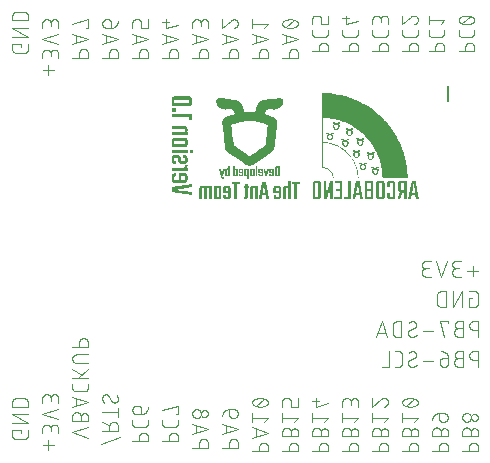
<source format=gbr>
G04 EAGLE Gerber RS-274X export*
G75*
%MOMM*%
%FSLAX34Y34*%
%LPD*%
%INSilkscreen Bottom*%
%IPPOS*%
%AMOC8*
5,1,8,0,0,1.08239X$1,22.5*%
G01*
%ADD10C,0.101600*%
%ADD11C,0.203200*%

G36*
X324910Y280771D02*
X324910Y280771D01*
X324922Y280769D01*
X324933Y280782D01*
X324959Y280795D01*
X324975Y280785D01*
X325014Y280781D01*
X325028Y280770D01*
X378021Y280770D01*
X378023Y280771D01*
X378099Y280808D01*
X378105Y280837D01*
X378117Y280846D01*
X378155Y281004D01*
X378151Y281021D01*
X378157Y281030D01*
X378059Y283828D01*
X378058Y283829D01*
X378059Y283830D01*
X377984Y285228D01*
X377983Y285229D01*
X377984Y285230D01*
X377866Y286825D01*
X377865Y286826D01*
X377866Y286827D01*
X377734Y288221D01*
X377733Y288222D01*
X377734Y288223D01*
X377575Y289613D01*
X377575Y289614D01*
X377575Y289615D01*
X377390Y291003D01*
X377389Y291004D01*
X377390Y291005D01*
X377146Y292586D01*
X377145Y292587D01*
X377145Y292588D01*
X376903Y293966D01*
X376902Y293968D01*
X376903Y293968D01*
X376593Y295538D01*
X376592Y295539D01*
X376593Y295540D01*
X376249Y297103D01*
X376248Y297104D01*
X376249Y297105D01*
X376209Y297269D01*
X376185Y297368D01*
X376185Y297369D01*
X376161Y297468D01*
X376137Y297567D01*
X376113Y297666D01*
X376065Y297865D01*
X376041Y297964D01*
X376017Y298063D01*
X375993Y298162D01*
X375993Y298163D01*
X375969Y298262D01*
X375921Y298460D01*
X375920Y298465D01*
X375919Y298466D01*
X375919Y298467D01*
X375816Y298857D01*
X375685Y299353D01*
X375685Y299354D01*
X375659Y299453D01*
X375528Y299949D01*
X375511Y300014D01*
X375510Y300015D01*
X375510Y300016D01*
X375125Y301362D01*
X375125Y301363D01*
X375125Y301364D01*
X374714Y302702D01*
X374713Y302703D01*
X374276Y304033D01*
X374275Y304034D01*
X374276Y304035D01*
X373813Y305356D01*
X373812Y305357D01*
X373813Y305358D01*
X373325Y306670D01*
X373324Y306671D01*
X373324Y306672D01*
X372735Y308160D01*
X372734Y308161D01*
X372735Y308162D01*
X372193Y309452D01*
X372192Y309453D01*
X372192Y309454D01*
X371542Y310916D01*
X371541Y310917D01*
X371541Y310918D01*
X370946Y312185D01*
X370945Y312186D01*
X370945Y312187D01*
X370235Y313620D01*
X370234Y313621D01*
X370235Y313622D01*
X369588Y314863D01*
X369586Y314864D01*
X369587Y314865D01*
X368818Y316268D01*
X368817Y316269D01*
X368817Y316270D01*
X368119Y317483D01*
X368118Y317484D01*
X368118Y317485D01*
X367396Y318685D01*
X367395Y318685D01*
X367395Y318686D01*
X366542Y320040D01*
X366541Y320041D01*
X366541Y320042D01*
X365770Y321210D01*
X365769Y321211D01*
X365769Y321212D01*
X364861Y322529D01*
X364860Y322529D01*
X364860Y322530D01*
X364041Y323666D01*
X364040Y323666D01*
X364040Y323667D01*
X363199Y324787D01*
X363198Y324787D01*
X363198Y324788D01*
X362211Y326047D01*
X362210Y326048D01*
X362210Y326049D01*
X361323Y327132D01*
X361322Y327133D01*
X361322Y327134D01*
X360284Y328351D01*
X360282Y328351D01*
X360282Y328352D01*
X359351Y329398D01*
X359350Y329398D01*
X359350Y329399D01*
X358261Y330572D01*
X358260Y330572D01*
X358260Y330573D01*
X357287Y331579D01*
X357285Y331579D01*
X357285Y331580D01*
X356292Y332567D01*
X356291Y332567D01*
X356291Y332568D01*
X355279Y333535D01*
X355277Y333536D01*
X354247Y334484D01*
X354245Y334484D01*
X354245Y334485D01*
X353196Y335412D01*
X353195Y335412D01*
X353195Y335413D01*
X351974Y336447D01*
X351973Y336448D01*
X351972Y336449D01*
X350886Y337331D01*
X350884Y337331D01*
X350884Y337332D01*
X349621Y338314D01*
X349620Y338315D01*
X349620Y338316D01*
X348497Y339152D01*
X348496Y339152D01*
X348495Y339153D01*
X347193Y340082D01*
X347191Y340082D01*
X347191Y340083D01*
X346034Y340871D01*
X346033Y340871D01*
X346033Y340872D01*
X344692Y341746D01*
X344691Y341746D01*
X344691Y341747D01*
X343331Y342590D01*
X343330Y342591D01*
X343329Y342591D01*
X342125Y343305D01*
X342123Y343305D01*
X342123Y343306D01*
X340730Y344092D01*
X340728Y344092D01*
X340728Y344093D01*
X339317Y344848D01*
X339316Y344848D01*
X339316Y344849D01*
X337534Y345756D01*
X337532Y345756D01*
X337532Y345757D01*
X336274Y346371D01*
X336272Y346371D01*
X336272Y346372D01*
X335000Y346956D01*
X334999Y346956D01*
X334998Y346957D01*
X333896Y347432D01*
X333895Y347432D01*
X333894Y347433D01*
X332598Y347961D01*
X332596Y347961D01*
X332595Y347962D01*
X331660Y348314D01*
X331657Y348314D01*
X331657Y348315D01*
X330710Y348637D01*
X330709Y348637D01*
X330708Y348638D01*
X329754Y348937D01*
X329752Y348937D01*
X329752Y348938D01*
X328600Y349273D01*
X328599Y349273D01*
X328598Y349273D01*
X324930Y350266D01*
X324929Y350266D01*
X322031Y351015D01*
X322029Y351014D01*
X322028Y351015D01*
X319495Y351596D01*
X319493Y351596D01*
X319492Y351597D01*
X316941Y352099D01*
X316939Y352098D01*
X316938Y352100D01*
X314570Y352483D01*
X314568Y352483D01*
X314567Y352484D01*
X313378Y352643D01*
X313377Y352643D01*
X313376Y352644D01*
X312184Y352781D01*
X312183Y352780D01*
X312182Y352781D01*
X310988Y352894D01*
X310987Y352894D01*
X310986Y352894D01*
X309789Y352982D01*
X309788Y352981D01*
X309787Y352982D01*
X308589Y353043D01*
X308588Y353043D01*
X308587Y353043D01*
X305989Y353128D01*
X305910Y353093D01*
X305909Y353090D01*
X305908Y353090D01*
X305821Y352979D01*
X305812Y352932D01*
X305801Y352918D01*
X305801Y289933D01*
X305833Y289866D01*
X305835Y289859D01*
X305942Y289766D01*
X305992Y289752D01*
X306005Y289741D01*
X306800Y289728D01*
X307188Y289681D01*
X307574Y289608D01*
X308337Y289401D01*
X309266Y289058D01*
X310162Y288633D01*
X310678Y288340D01*
X311011Y288127D01*
X311333Y287898D01*
X311639Y287653D01*
X312217Y287112D01*
X312743Y286521D01*
X313102Y286049D01*
X313324Y285723D01*
X313728Y285041D01*
X313992Y284509D01*
X314148Y284147D01*
X314414Y283402D01*
X314460Y283224D01*
X314511Y283025D01*
X314562Y282827D01*
X314610Y282636D01*
X314707Y282053D01*
X314807Y280861D01*
X314811Y280854D01*
X314809Y280846D01*
X314821Y280836D01*
X314851Y280786D01*
X314891Y280781D01*
X314906Y280770D01*
X324900Y280766D01*
X324910Y280771D01*
G37*
G36*
X245016Y291602D02*
X245016Y291602D01*
X245020Y291600D01*
X245617Y291653D01*
X245623Y291657D01*
X245628Y291655D01*
X246215Y291771D01*
X246221Y291776D01*
X246226Y291774D01*
X246989Y292014D01*
X246992Y292017D01*
X246994Y292016D01*
X247367Y292160D01*
X247373Y292166D01*
X247378Y292165D01*
X247555Y292258D01*
X247559Y292264D01*
X247564Y292263D01*
X252049Y295266D01*
X252050Y295267D01*
X257504Y298980D01*
X257505Y298980D01*
X260616Y301159D01*
X260617Y301160D01*
X260618Y301160D01*
X261912Y302099D01*
X261913Y302101D01*
X261914Y302101D01*
X262710Y302705D01*
X262711Y302707D01*
X262713Y302707D01*
X263023Y302958D01*
X263025Y302963D01*
X263029Y302963D01*
X263321Y303235D01*
X263323Y303242D01*
X263328Y303243D01*
X263723Y303694D01*
X263724Y303699D01*
X263728Y303699D01*
X264088Y304179D01*
X264089Y304183D01*
X264092Y304184D01*
X264419Y304687D01*
X264420Y304691D01*
X264422Y304692D01*
X264716Y305215D01*
X264716Y305220D01*
X264719Y305221D01*
X264977Y305763D01*
X264977Y305766D01*
X264979Y305768D01*
X265130Y306138D01*
X265130Y306141D01*
X265132Y306142D01*
X265266Y306519D01*
X265265Y306523D01*
X265267Y306525D01*
X265379Y306908D01*
X265377Y306916D01*
X265381Y306920D01*
X265542Y307907D01*
X265542Y307908D01*
X265543Y307909D01*
X265996Y311278D01*
X265995Y311279D01*
X265996Y311279D01*
X266630Y316438D01*
X266630Y316439D01*
X266948Y319220D01*
X266948Y319221D01*
X266949Y319222D01*
X267096Y320814D01*
X267096Y320816D01*
X267096Y320817D01*
X267209Y322412D01*
X267178Y322489D01*
X267221Y322583D01*
X267221Y322604D01*
X267230Y322614D01*
X267565Y325796D01*
X267565Y325797D01*
X267717Y327389D01*
X267716Y327392D01*
X267717Y327393D01*
X267759Y328192D01*
X267755Y328201D01*
X267755Y328202D01*
X267753Y328206D01*
X267758Y328214D01*
X267690Y328607D01*
X267686Y328613D01*
X267688Y328617D01*
X267582Y329002D01*
X267579Y329006D01*
X267580Y329008D01*
X267450Y329387D01*
X267447Y329390D01*
X267448Y329392D01*
X267295Y329762D01*
X267292Y329764D01*
X267292Y329767D01*
X267117Y330127D01*
X267114Y330129D01*
X267115Y330132D01*
X266919Y330481D01*
X266916Y330483D01*
X266916Y330486D01*
X266701Y330823D01*
X266698Y330825D01*
X266698Y330827D01*
X266464Y331151D01*
X266460Y331153D01*
X266460Y331156D01*
X266207Y331465D01*
X266203Y331467D01*
X266202Y331470D01*
X265930Y331763D01*
X265925Y331765D01*
X265925Y331769D01*
X265482Y332173D01*
X265474Y332175D01*
X265473Y332180D01*
X264988Y332533D01*
X264980Y332534D01*
X264977Y332540D01*
X264451Y332826D01*
X264442Y332827D01*
X264438Y332832D01*
X263690Y333113D01*
X263687Y333113D01*
X263686Y333114D01*
X262546Y333490D01*
X262544Y333489D01*
X262543Y333490D01*
X258711Y334631D01*
X257394Y335062D01*
X257277Y335136D01*
X257249Y335277D01*
X257256Y335459D01*
X257362Y336036D01*
X257529Y336601D01*
X257823Y337334D01*
X258104Y337850D01*
X258331Y338166D01*
X258455Y338311D01*
X258734Y338583D01*
X259043Y338819D01*
X259205Y338920D01*
X259553Y339097D01*
X259916Y339235D01*
X260487Y339377D01*
X260873Y339432D01*
X261464Y339467D01*
X262056Y339453D01*
X262648Y339399D01*
X263237Y339314D01*
X264220Y339138D01*
X264224Y339139D01*
X264227Y339137D01*
X265022Y339055D01*
X265028Y339057D01*
X265031Y339054D01*
X265431Y339048D01*
X265435Y339050D01*
X265438Y339048D01*
X265837Y339071D01*
X265843Y339074D01*
X265846Y339072D01*
X266439Y339163D01*
X266445Y339167D01*
X266449Y339165D01*
X267030Y339314D01*
X267033Y339317D01*
X267037Y339316D01*
X267605Y339508D01*
X267608Y339511D01*
X267611Y339510D01*
X268166Y339736D01*
X268170Y339739D01*
X268173Y339738D01*
X268711Y340002D01*
X268714Y340006D01*
X268718Y340006D01*
X269236Y340307D01*
X269239Y340311D01*
X269242Y340311D01*
X269738Y340648D01*
X269740Y340653D01*
X269744Y340653D01*
X270214Y341025D01*
X270216Y341030D01*
X270219Y341030D01*
X270661Y341436D01*
X270662Y341441D01*
X270666Y341441D01*
X271076Y341878D01*
X271078Y341884D01*
X271082Y341885D01*
X271577Y342512D01*
X271579Y342518D01*
X271582Y342519D01*
X271913Y343020D01*
X271914Y343025D01*
X271917Y343027D01*
X272301Y343728D01*
X272301Y343735D01*
X272305Y343737D01*
X272620Y344472D01*
X272619Y344479D01*
X272623Y344482D01*
X272797Y345056D01*
X272796Y345065D01*
X272800Y345069D01*
X272895Y345661D01*
X272892Y345670D01*
X272897Y345675D01*
X272900Y346075D01*
X272896Y346084D01*
X272900Y346090D01*
X272845Y346485D01*
X272840Y346492D01*
X272842Y346497D01*
X272825Y346563D01*
X272791Y346690D01*
X272786Y346697D01*
X272787Y346702D01*
X272638Y347073D01*
X272631Y347078D01*
X272632Y347083D01*
X272535Y347258D01*
X272529Y347263D01*
X272529Y347268D01*
X272297Y347593D01*
X272288Y347598D01*
X272287Y347605D01*
X271867Y348033D01*
X271860Y348035D01*
X271859Y348040D01*
X271547Y348291D01*
X271538Y348293D01*
X271535Y348299D01*
X271362Y348400D01*
X271353Y348400D01*
X271350Y348405D01*
X271166Y348482D01*
X271155Y348481D01*
X271150Y348487D01*
X270761Y348577D01*
X270751Y348575D01*
X270746Y348579D01*
X270148Y348623D01*
X270145Y348622D01*
X270144Y348623D01*
X270138Y348623D01*
X269347Y348600D01*
X269345Y348599D01*
X269344Y348600D01*
X268545Y348552D01*
X268544Y348551D01*
X268543Y348552D01*
X266152Y348345D01*
X266151Y348345D01*
X260977Y347833D01*
X260976Y347832D01*
X260975Y347832D01*
X257001Y347383D01*
X257000Y347382D01*
X256999Y347383D01*
X256405Y347299D01*
X256398Y347295D01*
X256393Y347297D01*
X255813Y347146D01*
X255808Y347142D01*
X255804Y347143D01*
X255241Y346938D01*
X255236Y346933D01*
X255232Y346934D01*
X254511Y346588D01*
X254507Y346583D01*
X254503Y346584D01*
X253989Y346275D01*
X253986Y346271D01*
X253982Y346271D01*
X253493Y345924D01*
X253491Y345920D01*
X253487Y345920D01*
X253024Y345539D01*
X253022Y345534D01*
X253019Y345534D01*
X252584Y345122D01*
X252582Y345118D01*
X252579Y345117D01*
X252171Y344677D01*
X252170Y344673D01*
X252167Y344673D01*
X251787Y344208D01*
X251786Y344205D01*
X251784Y344204D01*
X251432Y343718D01*
X251431Y343714D01*
X251428Y343713D01*
X251002Y343036D01*
X251001Y343031D01*
X250998Y343030D01*
X250533Y342145D01*
X250532Y342140D01*
X250530Y342139D01*
X250286Y341591D01*
X250286Y341588D01*
X250284Y341587D01*
X250067Y341028D01*
X250067Y341024D01*
X250065Y341023D01*
X249814Y340263D01*
X249815Y340259D01*
X249812Y340258D01*
X249606Y339485D01*
X249607Y339482D01*
X249605Y339480D01*
X249479Y338894D01*
X249479Y338891D01*
X249478Y338890D01*
X249306Y337908D01*
X249166Y337334D01*
X249105Y337156D01*
X249038Y337030D01*
X248905Y337006D01*
X248320Y337039D01*
X247329Y337148D01*
X247324Y337147D01*
X247322Y337149D01*
X246123Y337192D01*
X246121Y337191D01*
X246120Y337192D01*
X244520Y337200D01*
X244519Y337199D01*
X244518Y337200D01*
X242918Y337177D01*
X242917Y337176D01*
X242917Y337177D01*
X241518Y337132D01*
X241516Y337131D01*
X241515Y337132D01*
X239950Y337046D01*
X239839Y337114D01*
X239777Y337261D01*
X239760Y337332D01*
X239736Y337432D01*
X239733Y337444D01*
X239533Y338624D01*
X239532Y338626D01*
X239533Y338628D01*
X239366Y339410D01*
X239364Y339413D01*
X239365Y339415D01*
X239157Y340188D01*
X239155Y340190D01*
X239156Y340192D01*
X238972Y340763D01*
X238970Y340766D01*
X238970Y340768D01*
X238687Y341516D01*
X238684Y341519D01*
X238685Y341522D01*
X238357Y342251D01*
X238354Y342254D01*
X238354Y342257D01*
X237980Y342964D01*
X237977Y342966D01*
X237977Y342969D01*
X237666Y343481D01*
X237662Y343484D01*
X237662Y343487D01*
X237204Y344142D01*
X237200Y344145D01*
X237200Y344148D01*
X236692Y344767D01*
X236687Y344769D01*
X236687Y344773D01*
X236130Y345347D01*
X236125Y345349D01*
X236125Y345352D01*
X235675Y345749D01*
X235670Y345751D01*
X235669Y345754D01*
X235027Y346232D01*
X235021Y346233D01*
X235020Y346237D01*
X234509Y346551D01*
X234504Y346551D01*
X234502Y346555D01*
X233968Y346828D01*
X233963Y346828D01*
X233961Y346831D01*
X233406Y347059D01*
X233401Y347058D01*
X233399Y347061D01*
X233019Y347186D01*
X233015Y347186D01*
X233014Y347188D01*
X232627Y347290D01*
X232619Y347288D01*
X232615Y347292D01*
X231029Y347503D01*
X231028Y347502D01*
X231027Y347503D01*
X226653Y347975D01*
X226652Y347975D01*
X226651Y347975D01*
X221077Y348507D01*
X221076Y348506D01*
X221075Y348507D01*
X219678Y348603D01*
X219675Y348602D01*
X219673Y348603D01*
X218674Y348619D01*
X218667Y348616D01*
X218662Y348618D01*
X218066Y348559D01*
X218055Y348552D01*
X218047Y348555D01*
X217665Y348441D01*
X217656Y348432D01*
X217648Y348434D01*
X217470Y348342D01*
X217463Y348333D01*
X217456Y348333D01*
X217137Y348092D01*
X217133Y348085D01*
X217127Y348084D01*
X216700Y347663D01*
X216697Y347654D01*
X216691Y347652D01*
X216450Y347333D01*
X216448Y347324D01*
X216442Y347321D01*
X216252Y346970D01*
X216251Y346958D01*
X216245Y346955D01*
X216115Y346577D01*
X216116Y346566D01*
X216111Y346561D01*
X216045Y346167D01*
X216048Y346157D01*
X216044Y346152D01*
X216037Y345753D01*
X216041Y345745D01*
X216038Y345740D01*
X216083Y345343D01*
X216087Y345337D01*
X216085Y345332D01*
X216171Y344942D01*
X216175Y344937D01*
X216173Y344932D01*
X216361Y344363D01*
X216365Y344358D01*
X216364Y344354D01*
X216602Y343804D01*
X216606Y343800D01*
X216606Y343797D01*
X216983Y343092D01*
X216988Y343088D01*
X216988Y343083D01*
X217430Y342417D01*
X217435Y342415D01*
X217435Y342411D01*
X217808Y341941D01*
X217813Y341939D01*
X217813Y341936D01*
X218220Y341494D01*
X218224Y341493D01*
X218225Y341489D01*
X218662Y341079D01*
X218667Y341078D01*
X218668Y341074D01*
X219134Y340697D01*
X219138Y340696D01*
X219139Y340694D01*
X219465Y340461D01*
X219469Y340461D01*
X219470Y340458D01*
X219978Y340140D01*
X219983Y340139D01*
X219984Y340136D01*
X220514Y339855D01*
X220519Y339855D01*
X220520Y339852D01*
X221068Y339609D01*
X221073Y339609D01*
X221074Y339606D01*
X221637Y339400D01*
X221642Y339400D01*
X221643Y339398D01*
X222218Y339227D01*
X222223Y339228D01*
X222225Y339225D01*
X222616Y339139D01*
X222622Y339140D01*
X222624Y339138D01*
X223219Y339061D01*
X223225Y339063D01*
X223228Y339060D01*
X223628Y339047D01*
X223632Y339049D01*
X223635Y339047D01*
X224035Y339061D01*
X224039Y339063D01*
X224042Y339061D01*
X224638Y339125D01*
X224641Y339128D01*
X224644Y339126D01*
X226218Y339388D01*
X226808Y339443D01*
X227401Y339458D01*
X227991Y339426D01*
X228379Y339373D01*
X228952Y339237D01*
X229317Y339106D01*
X229838Y338838D01*
X230155Y338615D01*
X230443Y338357D01*
X230818Y337909D01*
X231119Y337408D01*
X231351Y336868D01*
X231523Y336304D01*
X231646Y335725D01*
X231674Y335536D01*
X231678Y335356D01*
X231637Y335197D01*
X231537Y335071D01*
X231390Y334974D01*
X231221Y334896D01*
X230659Y334717D01*
X228139Y334089D01*
X228137Y334088D01*
X228135Y334088D01*
X226791Y333700D01*
X226788Y333697D01*
X226785Y333698D01*
X225653Y333302D01*
X225650Y333299D01*
X225648Y333299D01*
X225094Y333068D01*
X225092Y333065D01*
X225089Y333066D01*
X224549Y332805D01*
X224546Y332801D01*
X224542Y332802D01*
X223851Y332400D01*
X223847Y332394D01*
X223843Y332394D01*
X223198Y331921D01*
X223195Y331916D01*
X223191Y331916D01*
X222890Y331654D01*
X222888Y331650D01*
X222885Y331650D01*
X222599Y331370D01*
X222598Y331366D01*
X222595Y331365D01*
X222329Y331067D01*
X222327Y331062D01*
X222324Y331061D01*
X222080Y330745D01*
X222079Y330740D01*
X222076Y330739D01*
X221855Y330405D01*
X221854Y330400D01*
X221851Y330399D01*
X221656Y330050D01*
X221656Y330044D01*
X221652Y330042D01*
X221410Y329493D01*
X221410Y329485D01*
X221406Y329482D01*
X221230Y328909D01*
X221231Y328903D01*
X221227Y328900D01*
X221148Y328508D01*
X221149Y328503D01*
X221146Y328500D01*
X221098Y328103D01*
X221100Y328096D01*
X221097Y328092D01*
X221096Y327892D01*
X221099Y327886D01*
X221097Y327882D01*
X221156Y327285D01*
X221157Y327283D01*
X221156Y327282D01*
X221584Y323910D01*
X221767Y322321D01*
X221768Y322318D01*
X221768Y322315D01*
X221772Y322311D01*
X221768Y322306D01*
X222287Y317340D01*
X222287Y317339D01*
X222809Y312569D01*
X222809Y312568D01*
X223186Y309392D01*
X223187Y309391D01*
X223186Y309390D01*
X223488Y307212D01*
X223490Y307209D01*
X223489Y307207D01*
X223599Y306618D01*
X223603Y306613D01*
X223601Y306609D01*
X223655Y306417D01*
X223659Y306412D01*
X223658Y306408D01*
X223870Y305847D01*
X223875Y305843D01*
X223874Y305839D01*
X224224Y305121D01*
X224228Y305118D01*
X224227Y305115D01*
X224426Y304768D01*
X224428Y304766D01*
X224428Y304763D01*
X224751Y304258D01*
X224754Y304256D01*
X224754Y304253D01*
X225107Y303768D01*
X225110Y303766D01*
X225110Y303764D01*
X225362Y303453D01*
X225365Y303452D01*
X225365Y303450D01*
X225632Y303152D01*
X225636Y303150D01*
X225636Y303148D01*
X225920Y302866D01*
X225926Y302864D01*
X225927Y302860D01*
X226548Y302357D01*
X226552Y302356D01*
X226553Y302353D01*
X228011Y301300D01*
X228013Y301299D01*
X228013Y301298D01*
X232125Y298457D01*
X232126Y298457D01*
X232126Y298456D01*
X236938Y295221D01*
X236939Y295221D01*
X240455Y292926D01*
X240456Y292926D01*
X240456Y292925D01*
X241476Y292292D01*
X241478Y292292D01*
X241479Y292290D01*
X241826Y292092D01*
X241831Y292091D01*
X241833Y292088D01*
X242014Y292004D01*
X242024Y292004D01*
X242027Y291999D01*
X242601Y291825D01*
X242608Y291826D01*
X242612Y291823D01*
X243397Y291675D01*
X243403Y291677D01*
X243406Y291674D01*
X244203Y291601D01*
X244208Y291603D01*
X244212Y291601D01*
X245011Y291600D01*
X245016Y291602D01*
G37*
%LPC*%
G36*
X341360Y281422D02*
X341360Y281422D01*
X337762Y281454D01*
X336969Y281487D01*
X336620Y281533D01*
X336554Y281625D01*
X336535Y281795D01*
X336468Y283389D01*
X336466Y283393D01*
X336467Y283395D01*
X336387Y284191D01*
X336386Y284193D01*
X336387Y284194D01*
X336253Y285185D01*
X336251Y285187D01*
X336252Y285189D01*
X335937Y286961D01*
X335935Y286964D01*
X335936Y286966D01*
X335873Y287245D01*
X335828Y287443D01*
X335828Y287444D01*
X335783Y287642D01*
X335625Y288337D01*
X335582Y288526D01*
X335580Y288528D01*
X335581Y288529D01*
X335373Y289302D01*
X335371Y289303D01*
X335372Y289305D01*
X335140Y290070D01*
X335138Y290072D01*
X335139Y290074D01*
X334612Y291584D01*
X334609Y291587D01*
X334610Y291589D01*
X334004Y293070D01*
X334001Y293072D01*
X334002Y293074D01*
X333321Y294522D01*
X333319Y294523D01*
X333319Y294525D01*
X332857Y295412D01*
X332856Y295413D01*
X332856Y295415D01*
X332467Y296114D01*
X332465Y296115D01*
X332465Y296117D01*
X331636Y297485D01*
X331634Y297486D01*
X331634Y297488D01*
X331081Y298321D01*
X331080Y298322D01*
X331080Y298324D01*
X330619Y298977D01*
X330617Y298979D01*
X330617Y298980D01*
X329644Y300250D01*
X329641Y300252D01*
X329641Y300254D01*
X329123Y300864D01*
X329121Y300865D01*
X329121Y300866D01*
X328450Y301608D01*
X328448Y301608D01*
X328448Y301610D01*
X327757Y302332D01*
X327756Y302333D01*
X327756Y302334D01*
X327047Y303040D01*
X327046Y303040D01*
X327046Y303042D01*
X326320Y303729D01*
X326317Y303730D01*
X326317Y303731D01*
X325569Y304394D01*
X325565Y304395D01*
X325564Y304398D01*
X325092Y304768D01*
X325066Y304773D01*
X325057Y304785D01*
X324979Y304807D01*
X324979Y304808D01*
X324972Y304814D01*
X324949Y304858D01*
X324949Y304859D01*
X323990Y305580D01*
X323987Y305580D01*
X323987Y305582D01*
X323000Y306264D01*
X322997Y306264D01*
X322996Y306266D01*
X321984Y306909D01*
X321981Y306910D01*
X321981Y306912D01*
X320770Y307614D01*
X320768Y307614D01*
X320767Y307616D01*
X319706Y308177D01*
X319703Y308177D01*
X319703Y308178D01*
X318441Y308783D01*
X318438Y308783D01*
X318437Y308785D01*
X317335Y309260D01*
X317333Y309260D01*
X317332Y309261D01*
X316214Y309695D01*
X316211Y309695D01*
X316210Y309697D01*
X315076Y310089D01*
X315074Y310088D01*
X315073Y310090D01*
X313925Y310438D01*
X313922Y310437D01*
X313921Y310439D01*
X312760Y310741D01*
X312757Y310740D01*
X312756Y310742D01*
X311583Y310995D01*
X311581Y310994D01*
X311579Y310996D01*
X310594Y311167D01*
X310592Y311167D01*
X310591Y311168D01*
X309600Y311302D01*
X309597Y311301D01*
X309596Y311302D01*
X306474Y311597D01*
X306447Y311673D01*
X306447Y331947D01*
X308932Y331844D01*
X309927Y331774D01*
X311120Y331662D01*
X312307Y331519D01*
X313493Y331347D01*
X314475Y331181D01*
X315653Y330954D01*
X316822Y330700D01*
X317985Y330418D01*
X319143Y330108D01*
X320291Y329772D01*
X321433Y329410D01*
X322566Y329022D01*
X323690Y328611D01*
X324807Y328174D01*
X324812Y328175D01*
X324816Y328171D01*
X324828Y328176D01*
X324877Y328180D01*
X324877Y328179D01*
X324923Y328138D01*
X324930Y328125D01*
X326585Y327420D01*
X328391Y326573D01*
X330165Y325656D01*
X331729Y324775D01*
X333431Y323733D01*
X334928Y322740D01*
X336390Y321695D01*
X337971Y320477D01*
X339502Y319199D01*
X340839Y317997D01*
X342272Y316609D01*
X343514Y315312D01*
X344710Y313972D01*
X345983Y312433D01*
X347073Y311007D01*
X348113Y309543D01*
X349099Y308041D01*
X350030Y306506D01*
X350905Y304936D01*
X351810Y303158D01*
X352565Y301528D01*
X353336Y299687D01*
X353969Y298007D01*
X354603Y296114D01*
X355164Y294199D01*
X355178Y294145D01*
X355203Y294046D01*
X355228Y293947D01*
X355254Y293848D01*
X355254Y293847D01*
X355279Y293748D01*
X355304Y293649D01*
X355329Y293550D01*
X355354Y293451D01*
X355354Y293450D01*
X355379Y293351D01*
X355404Y293252D01*
X355405Y293252D01*
X355430Y293153D01*
X355455Y293054D01*
X355455Y293053D01*
X355480Y292954D01*
X355505Y292855D01*
X355530Y292756D01*
X355555Y292657D01*
X355555Y292656D01*
X355581Y292557D01*
X355606Y292458D01*
X355986Y290703D01*
X356305Y288934D01*
X356562Y287157D01*
X356756Y285371D01*
X356875Y283779D01*
X356982Y281445D01*
X356931Y281418D01*
X341360Y281422D01*
G37*
%LPD*%
%LPC*%
G36*
X244346Y299579D02*
X244346Y299579D01*
X244183Y299678D01*
X242846Y300552D01*
X235742Y305390D01*
X233444Y306986D01*
X232141Y307912D01*
X231342Y308507D01*
X231196Y308627D01*
X231092Y308747D01*
X230890Y310101D01*
X230515Y313075D01*
X229880Y318435D01*
X229430Y322408D01*
X229418Y322428D01*
X229421Y322441D01*
X229362Y322559D01*
X229393Y322628D01*
X229391Y322665D01*
X229400Y322680D01*
X229016Y325845D01*
X229032Y326026D01*
X229075Y326192D01*
X229161Y326306D01*
X229702Y326472D01*
X230856Y326788D01*
X237048Y328403D01*
X238404Y328743D01*
X239571Y329008D01*
X240745Y329229D01*
X241930Y329386D01*
X243121Y329469D01*
X244316Y329494D01*
X245910Y329465D01*
X247102Y329376D01*
X247693Y329305D01*
X248480Y329183D01*
X249851Y328912D01*
X251015Y328643D01*
X252372Y328304D01*
X255267Y327520D01*
X258333Y326617D01*
X259279Y326310D01*
X259777Y326116D01*
X259786Y325999D01*
X259766Y325811D01*
X259390Y322634D01*
X259394Y322621D01*
X259390Y322609D01*
X259403Y322596D01*
X259411Y322573D01*
X259406Y322569D01*
X259390Y322521D01*
X259378Y322508D01*
X258879Y317535D01*
X258401Y313164D01*
X258012Y309991D01*
X257895Y309205D01*
X257815Y308842D01*
X257707Y308714D01*
X257566Y308587D01*
X256944Y308092D01*
X255981Y307381D01*
X254514Y306341D01*
X251884Y304524D01*
X248578Y302274D01*
X245595Y300265D01*
X244467Y299528D01*
X244346Y299579D01*
G37*
%LPD*%
%LPC*%
G36*
X324798Y281409D02*
X324798Y281409D01*
X324773Y281407D01*
X324761Y281416D01*
X315588Y281416D01*
X315514Y281455D01*
X315279Y282786D01*
X315277Y282789D01*
X315278Y282791D01*
X315259Y282874D01*
X315213Y283073D01*
X315190Y283172D01*
X315143Y283370D01*
X315142Y283375D01*
X315139Y283380D01*
X315140Y283383D01*
X314892Y284144D01*
X314888Y284148D01*
X314889Y284152D01*
X314576Y284888D01*
X314573Y284890D01*
X314574Y284893D01*
X314395Y285251D01*
X314393Y285253D01*
X314393Y285255D01*
X314099Y285778D01*
X314095Y285781D01*
X314096Y285784D01*
X313657Y286452D01*
X313652Y286455D01*
X313652Y286459D01*
X313161Y287090D01*
X313156Y287092D01*
X313156Y287096D01*
X312613Y287683D01*
X312607Y287685D01*
X312607Y287689D01*
X312016Y288228D01*
X312011Y288230D01*
X312010Y288234D01*
X311374Y288719D01*
X311368Y288720D01*
X311367Y288724D01*
X310691Y289151D01*
X310685Y289152D01*
X310683Y289155D01*
X309972Y289521D01*
X309967Y289521D01*
X309965Y289525D01*
X309226Y289830D01*
X309221Y289830D01*
X309219Y289833D01*
X308459Y290081D01*
X308454Y290080D01*
X308451Y290083D01*
X307480Y290320D01*
X307476Y290319D01*
X307473Y290321D01*
X306512Y290484D01*
X306447Y290533D01*
X306447Y310826D01*
X306491Y310856D01*
X308253Y310757D01*
X309443Y310643D01*
X310627Y310479D01*
X311608Y310304D01*
X312776Y310049D01*
X313933Y309747D01*
X315076Y309398D01*
X316392Y308935D01*
X317868Y308332D01*
X319132Y307741D01*
X320368Y307094D01*
X321743Y306287D01*
X322909Y305522D01*
X323721Y304943D01*
X324351Y304464D01*
X324774Y304049D01*
X324788Y304044D01*
X324797Y304032D01*
X324815Y304035D01*
X324857Y304021D01*
X324858Y304022D01*
X324940Y303917D01*
X324953Y303911D01*
X324954Y303903D01*
X325563Y303386D01*
X326303Y302718D01*
X327021Y302027D01*
X327579Y301457D01*
X328254Y300724D01*
X328905Y299970D01*
X329407Y299351D01*
X330012Y298559D01*
X330814Y297417D01*
X331665Y296069D01*
X332350Y294854D01*
X332978Y293608D01*
X333625Y292151D01*
X334193Y290662D01*
X334683Y289143D01*
X334961Y288091D01*
X334987Y287992D01*
X335013Y287893D01*
X335013Y287892D01*
X335040Y287793D01*
X335066Y287694D01*
X335090Y287603D01*
X335416Y286042D01*
X335658Y284465D01*
X335748Y283673D01*
X335829Y282681D01*
X335859Y282085D01*
X335862Y281497D01*
X335848Y281419D01*
X324931Y281419D01*
X324927Y281417D01*
X324923Y281418D01*
X324914Y281411D01*
X324860Y281384D01*
X324798Y281409D01*
G37*
%LPD*%
G36*
X193026Y341901D02*
X193026Y341901D01*
X193028Y341899D01*
X193628Y341937D01*
X193637Y341942D01*
X193643Y341939D01*
X194034Y342025D01*
X194041Y342030D01*
X194046Y342029D01*
X194235Y342095D01*
X194242Y342102D01*
X194248Y342101D01*
X194603Y342286D01*
X194609Y342295D01*
X194616Y342295D01*
X194776Y342415D01*
X194780Y342422D01*
X194785Y342422D01*
X194931Y342560D01*
X194933Y342567D01*
X194938Y342568D01*
X195067Y342721D01*
X195069Y342729D01*
X195073Y342731D01*
X195074Y342733D01*
X195077Y342734D01*
X195282Y343078D01*
X195283Y343090D01*
X195289Y343094D01*
X195428Y343470D01*
X195427Y343478D01*
X195432Y343481D01*
X195479Y343676D01*
X195478Y343682D01*
X195481Y343684D01*
X195541Y344081D01*
X195539Y344087D01*
X195542Y344090D01*
X195562Y344491D01*
X195561Y344494D01*
X195562Y344496D01*
X195563Y346300D01*
X195562Y346300D01*
X195563Y346300D01*
X195559Y347701D01*
X195556Y347706D01*
X195559Y347710D01*
X195525Y348108D01*
X195523Y348112D01*
X195523Y348114D01*
X195521Y348115D01*
X195523Y348119D01*
X195446Y348512D01*
X195442Y348517D01*
X195444Y348522D01*
X195386Y348713D01*
X195380Y348719D01*
X195381Y348725D01*
X195217Y349090D01*
X195207Y349098D01*
X195207Y349107D01*
X194974Y349431D01*
X194964Y349437D01*
X194963Y349444D01*
X194821Y349585D01*
X194813Y349587D01*
X194812Y349592D01*
X194655Y349715D01*
X194647Y349717D01*
X194646Y349722D01*
X194475Y349827D01*
X194465Y349828D01*
X194462Y349834D01*
X194094Y349990D01*
X194085Y349989D01*
X194082Y349994D01*
X193889Y350047D01*
X193881Y350046D01*
X193878Y350050D01*
X193483Y350114D01*
X193476Y350112D01*
X193472Y350115D01*
X193072Y350134D01*
X193069Y350133D01*
X193067Y350134D01*
X180855Y350134D01*
X180850Y350132D01*
X180847Y350134D01*
X180249Y350087D01*
X180240Y350082D01*
X180234Y350085D01*
X179845Y349992D01*
X179836Y349984D01*
X179829Y349986D01*
X179461Y349828D01*
X179455Y349821D01*
X179448Y349821D01*
X179278Y349716D01*
X179274Y349709D01*
X179269Y349709D01*
X179112Y349585D01*
X179109Y349578D01*
X179104Y349577D01*
X178962Y349436D01*
X178958Y349426D01*
X178951Y349423D01*
X178720Y349098D01*
X178717Y349085D01*
X178710Y349081D01*
X178547Y348715D01*
X178548Y348704D01*
X178542Y348700D01*
X178440Y348313D01*
X178442Y348305D01*
X178438Y348301D01*
X178385Y347905D01*
X178387Y347898D01*
X178384Y347895D01*
X178369Y347495D01*
X178370Y347493D01*
X178369Y347491D01*
X178369Y346290D01*
X178372Y346283D01*
X178372Y346280D01*
X178375Y346278D01*
X178394Y346238D01*
X178389Y346219D01*
X178379Y346205D01*
X178371Y344412D01*
X178373Y344407D01*
X178371Y344404D01*
X178399Y344005D01*
X178403Y343999D01*
X178400Y343994D01*
X178470Y343600D01*
X178475Y343592D01*
X178473Y343587D01*
X178595Y343205D01*
X178603Y343197D01*
X178601Y343189D01*
X178786Y342835D01*
X178795Y342828D01*
X178795Y342822D01*
X178913Y342660D01*
X178920Y342657D01*
X178920Y342652D01*
X179057Y342505D01*
X179064Y342502D01*
X179065Y342497D01*
X179217Y342367D01*
X179228Y342364D01*
X179230Y342357D01*
X179573Y342150D01*
X179586Y342149D01*
X179591Y342142D01*
X179967Y342006D01*
X179978Y342007D01*
X179982Y342002D01*
X180376Y341927D01*
X180385Y341930D01*
X180390Y341926D01*
X180990Y341899D01*
X180993Y341900D01*
X180995Y341899D01*
X193022Y341899D01*
X193026Y341901D01*
G37*
G36*
X348950Y263269D02*
X348950Y263269D01*
X348961Y263264D01*
X349114Y263310D01*
X349178Y263368D01*
X349176Y263394D01*
X349185Y263405D01*
X349185Y267606D01*
X349172Y267634D01*
X349175Y267649D01*
X349135Y267734D01*
X349184Y267804D01*
X349181Y267814D01*
X349185Y267820D01*
X349185Y274032D01*
X349185Y278244D01*
X349147Y278322D01*
X349122Y278328D01*
X349113Y278340D01*
X348956Y278384D01*
X348938Y278380D01*
X348929Y278387D01*
X345520Y278387D01*
X345519Y278386D01*
X345519Y278387D01*
X344115Y278371D01*
X344112Y278369D01*
X344110Y278370D01*
X343310Y278323D01*
X343304Y278320D01*
X343300Y278322D01*
X342904Y278259D01*
X342897Y278255D01*
X342892Y278257D01*
X342699Y278202D01*
X342692Y278195D01*
X342686Y278197D01*
X342503Y278115D01*
X342495Y278105D01*
X342487Y278105D01*
X342323Y277990D01*
X342317Y277980D01*
X342310Y277979D01*
X342168Y277837D01*
X342165Y277828D01*
X342159Y277826D01*
X341921Y277504D01*
X341918Y277487D01*
X341916Y277486D01*
X341915Y277483D01*
X341908Y277479D01*
X341840Y277290D01*
X341841Y277277D01*
X341835Y277270D01*
X341779Y276874D01*
X341781Y276867D01*
X341778Y276863D01*
X341730Y275460D01*
X341731Y275459D01*
X341730Y275458D01*
X341718Y274455D01*
X341719Y274452D01*
X341718Y274451D01*
X341733Y274050D01*
X341740Y274035D01*
X341739Y274027D01*
X341749Y274019D01*
X341765Y273989D01*
X341767Y273978D01*
X341742Y273958D01*
X341743Y273927D01*
X341733Y273914D01*
X341754Y272511D01*
X341756Y272507D01*
X341755Y272505D01*
X341788Y272105D01*
X341791Y272100D01*
X341789Y272096D01*
X341861Y271702D01*
X341867Y271693D01*
X341865Y271687D01*
X341931Y271498D01*
X341941Y271489D01*
X341940Y271480D01*
X342041Y271308D01*
X342056Y271298D01*
X342058Y271287D01*
X342202Y271149D01*
X342219Y271143D01*
X342223Y271133D01*
X342519Y270971D01*
X342249Y270802D01*
X342245Y270796D01*
X342240Y270796D01*
X342082Y270672D01*
X342079Y270665D01*
X342074Y270665D01*
X341932Y270524D01*
X341927Y270510D01*
X341918Y270507D01*
X341811Y270339D01*
X341808Y270311D01*
X341797Y270300D01*
X341768Y270102D01*
X341770Y270096D01*
X341768Y270092D01*
X341739Y269492D01*
X341740Y269489D01*
X341739Y269488D01*
X341730Y267684D01*
X341735Y267676D01*
X341730Y267671D01*
X341719Y267271D01*
X341720Y267268D01*
X341719Y267266D01*
X341748Y265666D01*
X341749Y265664D01*
X341748Y265662D01*
X341780Y265063D01*
X341782Y265060D01*
X341780Y265057D01*
X341826Y264660D01*
X341831Y264652D01*
X341829Y264646D01*
X341834Y264626D01*
X341859Y264527D01*
X341885Y264428D01*
X341911Y264328D01*
X341928Y264260D01*
X341938Y264248D01*
X341937Y264238D01*
X342029Y264061D01*
X342042Y264052D01*
X342043Y264042D01*
X342174Y263892D01*
X342187Y263887D01*
X342189Y263878D01*
X342349Y263758D01*
X342359Y263757D01*
X342361Y263751D01*
X342712Y263559D01*
X342719Y263559D01*
X342721Y263555D01*
X342905Y263477D01*
X342917Y263477D01*
X342922Y263471D01*
X343312Y263385D01*
X343321Y263387D01*
X343325Y263383D01*
X343723Y263347D01*
X343727Y263348D01*
X343729Y263346D01*
X345129Y263302D01*
X345130Y263303D01*
X345131Y263302D01*
X348932Y263260D01*
X348950Y263269D01*
G37*
G36*
X302785Y263324D02*
X302785Y263324D01*
X302788Y263326D01*
X302791Y263324D01*
X303189Y263358D01*
X303195Y263361D01*
X303199Y263359D01*
X303395Y263395D01*
X303403Y263401D01*
X303409Y263399D01*
X303788Y263527D01*
X303795Y263534D01*
X303801Y263532D01*
X303979Y263622D01*
X303984Y263629D01*
X303990Y263628D01*
X304156Y263739D01*
X304161Y263747D01*
X304167Y263747D01*
X304317Y263880D01*
X304320Y263888D01*
X304326Y263889D01*
X304457Y264040D01*
X304460Y264052D01*
X304467Y264054D01*
X304671Y264398D01*
X304672Y264413D01*
X304680Y264418D01*
X304741Y264608D01*
X304740Y264619D01*
X304745Y264625D01*
X304802Y265020D01*
X304800Y265026D01*
X304802Y265029D01*
X304835Y265628D01*
X304835Y265630D01*
X304836Y265631D01*
X304853Y266431D01*
X304853Y266432D01*
X304853Y266433D01*
X304866Y270634D01*
X304864Y274636D01*
X304863Y274638D01*
X304824Y276441D01*
X304822Y276445D01*
X304824Y276447D01*
X304791Y276846D01*
X304788Y276852D01*
X304789Y276858D01*
X304790Y276859D01*
X304707Y277250D01*
X304704Y277253D01*
X304705Y277256D01*
X304699Y277261D01*
X304701Y277269D01*
X304622Y277453D01*
X304616Y277458D01*
X304617Y277463D01*
X304518Y277637D01*
X304510Y277642D01*
X304510Y277648D01*
X304388Y277807D01*
X304378Y277811D01*
X304377Y277818D01*
X304231Y277955D01*
X304221Y277958D01*
X304219Y277964D01*
X304055Y278078D01*
X304044Y278080D01*
X304041Y278086D01*
X303681Y278260D01*
X303668Y278260D01*
X303664Y278266D01*
X303470Y278318D01*
X303462Y278316D01*
X303458Y278320D01*
X303260Y278349D01*
X303254Y278347D01*
X303250Y278349D01*
X302650Y278375D01*
X302647Y278374D01*
X302645Y278375D01*
X300241Y278346D01*
X300238Y278345D01*
X300236Y278346D01*
X299236Y278292D01*
X299230Y278288D01*
X299226Y278291D01*
X298830Y278226D01*
X298823Y278221D01*
X298817Y278223D01*
X298626Y278164D01*
X298618Y278156D01*
X298610Y278158D01*
X298432Y278067D01*
X298423Y278056D01*
X298414Y278056D01*
X298259Y277929D01*
X298252Y277914D01*
X298242Y277912D01*
X298003Y277592D01*
X298002Y277587D01*
X298001Y277585D01*
X297997Y277583D01*
X297894Y277411D01*
X297893Y277403D01*
X297889Y277401D01*
X297807Y277218D01*
X297807Y277205D01*
X297801Y277200D01*
X297756Y277005D01*
X297758Y276997D01*
X297754Y276993D01*
X297712Y276595D01*
X297713Y276591D01*
X297711Y276589D01*
X297677Y275788D01*
X297678Y275786D01*
X297677Y275785D01*
X297656Y274583D01*
X297657Y274583D01*
X297656Y274583D01*
X297630Y271176D01*
X297630Y271175D01*
X297630Y271174D01*
X297640Y270573D01*
X297644Y270565D01*
X297643Y270559D01*
X297650Y270553D01*
X297675Y270504D01*
X297649Y270449D01*
X297650Y270419D01*
X297640Y270407D01*
X297637Y268407D01*
X297637Y268406D01*
X297654Y266205D01*
X297655Y266203D01*
X297654Y266202D01*
X297701Y265003D01*
X297705Y264996D01*
X297702Y264991D01*
X297735Y264794D01*
X297742Y264784D01*
X297739Y264777D01*
X297872Y264400D01*
X297880Y264392D01*
X297879Y264385D01*
X297975Y264210D01*
X297982Y264206D01*
X297982Y264200D01*
X298099Y264038D01*
X298106Y264034D01*
X298106Y264029D01*
X298242Y263882D01*
X298251Y263878D01*
X298253Y263871D01*
X298566Y263623D01*
X298574Y263621D01*
X298576Y263616D01*
X298747Y263512D01*
X298763Y263511D01*
X298768Y263503D01*
X298957Y263441D01*
X298969Y263443D01*
X298975Y263437D01*
X299372Y263387D01*
X299376Y263388D01*
X299378Y263386D01*
X300176Y263333D01*
X300179Y263334D01*
X300181Y263333D01*
X301781Y263299D01*
X301783Y263300D01*
X301785Y263299D01*
X302785Y263324D01*
G37*
G36*
X189234Y307003D02*
X189234Y307003D01*
X189235Y307003D01*
X189634Y307015D01*
X189641Y307018D01*
X189645Y307016D01*
X190040Y307070D01*
X190048Y307076D01*
X190054Y307073D01*
X190438Y307182D01*
X190447Y307189D01*
X190454Y307188D01*
X190813Y307362D01*
X190820Y307370D01*
X190827Y307370D01*
X190991Y307484D01*
X190994Y307491D01*
X191000Y307491D01*
X191150Y307623D01*
X191153Y307630D01*
X191158Y307631D01*
X191292Y307779D01*
X191294Y307786D01*
X191299Y307787D01*
X191415Y307949D01*
X191417Y307960D01*
X191423Y307963D01*
X191604Y308318D01*
X191604Y308330D01*
X191610Y308334D01*
X191727Y308716D01*
X191725Y308723D01*
X191729Y308726D01*
X191767Y308923D01*
X191765Y308928D01*
X191768Y308931D01*
X191810Y309328D01*
X191807Y309335D01*
X191810Y309338D01*
X191817Y312536D01*
X191816Y312539D01*
X191817Y312541D01*
X191798Y312940D01*
X191795Y312946D01*
X191797Y312950D01*
X191738Y313345D01*
X191733Y313352D01*
X191736Y313357D01*
X191626Y313741D01*
X191619Y313750D01*
X191621Y313757D01*
X191449Y314117D01*
X191442Y314123D01*
X191442Y314130D01*
X191331Y314296D01*
X191324Y314299D01*
X191324Y314304D01*
X191195Y314457D01*
X191188Y314460D01*
X191187Y314465D01*
X191042Y314602D01*
X191031Y314605D01*
X191029Y314612D01*
X190697Y314833D01*
X190683Y314835D01*
X190679Y314843D01*
X190309Y314993D01*
X190298Y314992D01*
X190294Y314998D01*
X189904Y315086D01*
X189894Y315083D01*
X189889Y315088D01*
X189292Y315130D01*
X189288Y315128D01*
X189285Y315130D01*
X185288Y315130D01*
X180896Y315131D01*
X180892Y315129D01*
X180889Y315130D01*
X180292Y315091D01*
X180283Y315086D01*
X180277Y315089D01*
X179888Y315002D01*
X179879Y314995D01*
X179872Y314997D01*
X179502Y314847D01*
X179493Y314837D01*
X179485Y314837D01*
X179153Y314616D01*
X179147Y314606D01*
X179140Y314606D01*
X178995Y314468D01*
X178992Y314461D01*
X178987Y314460D01*
X178859Y314307D01*
X178857Y314300D01*
X178852Y314299D01*
X178742Y314133D01*
X178740Y314123D01*
X178734Y314120D01*
X178564Y313759D01*
X178564Y313748D01*
X178559Y313744D01*
X178450Y313360D01*
X178452Y313351D01*
X178448Y313347D01*
X178389Y312953D01*
X178391Y312946D01*
X178388Y312943D01*
X178369Y312544D01*
X178371Y312541D01*
X178369Y312539D01*
X178376Y309344D01*
X178379Y309338D01*
X178376Y309335D01*
X178417Y308937D01*
X178420Y308933D01*
X178418Y308929D01*
X178455Y308733D01*
X178459Y308727D01*
X178458Y308723D01*
X178572Y308341D01*
X178580Y308332D01*
X178578Y308325D01*
X178756Y307968D01*
X178764Y307962D01*
X178764Y307955D01*
X178879Y307792D01*
X178886Y307788D01*
X178886Y307783D01*
X179019Y307634D01*
X179026Y307632D01*
X179027Y307626D01*
X179176Y307494D01*
X179183Y307492D01*
X179185Y307487D01*
X179348Y307372D01*
X179359Y307370D01*
X179362Y307364D01*
X179720Y307188D01*
X179732Y307188D01*
X179736Y307182D01*
X180120Y307073D01*
X180129Y307075D01*
X180134Y307070D01*
X180529Y307016D01*
X180537Y307019D01*
X180542Y307015D01*
X185134Y307003D01*
X185152Y307012D01*
X185163Y307007D01*
X185296Y307047D01*
X185401Y307009D01*
X185424Y307011D01*
X185435Y307003D01*
X189232Y307003D01*
X189234Y307003D01*
G37*
G36*
X355371Y263307D02*
X355371Y263307D01*
X355373Y263306D01*
X356771Y263333D01*
X356775Y263335D01*
X356778Y263333D01*
X357176Y263369D01*
X357184Y263373D01*
X357189Y263371D01*
X357381Y263415D01*
X357390Y263422D01*
X357397Y263420D01*
X357765Y263574D01*
X357775Y263585D01*
X357784Y263585D01*
X358110Y263815D01*
X358117Y263828D01*
X358126Y263829D01*
X358395Y264124D01*
X358398Y264133D01*
X358404Y264135D01*
X358516Y264301D01*
X358517Y264308D01*
X358521Y264310D01*
X358614Y264487D01*
X358614Y264501D01*
X358622Y264506D01*
X358675Y264699D01*
X358674Y264707D01*
X358678Y264711D01*
X358706Y264909D01*
X358705Y264913D01*
X358707Y264916D01*
X358736Y265314D01*
X358735Y265317D01*
X358736Y265319D01*
X358763Y266317D01*
X358763Y266319D01*
X358775Y268118D01*
X358776Y271116D01*
X358774Y271119D01*
X358776Y271120D01*
X358748Y271717D01*
X358729Y275519D01*
X358728Y275520D01*
X358729Y275521D01*
X358705Y276322D01*
X358704Y276325D01*
X358705Y276326D01*
X358662Y276926D01*
X358658Y276933D01*
X358660Y276938D01*
X358582Y277330D01*
X358569Y277347D01*
X358571Y277360D01*
X358472Y277533D01*
X358464Y277538D01*
X358465Y277544D01*
X358343Y277703D01*
X358337Y277707D01*
X358336Y277712D01*
X358061Y278002D01*
X358051Y278006D01*
X358049Y278013D01*
X357890Y278134D01*
X357876Y278137D01*
X357872Y278145D01*
X357691Y278229D01*
X357672Y278229D01*
X357664Y278237D01*
X357269Y278300D01*
X357261Y278297D01*
X357256Y278301D01*
X356255Y278328D01*
X356253Y278327D01*
X356252Y278328D01*
X353448Y278319D01*
X353445Y278318D01*
X353443Y278319D01*
X353043Y278299D01*
X353039Y278297D01*
X353037Y278299D01*
X352838Y278276D01*
X352831Y278272D01*
X352826Y278274D01*
X352631Y278228D01*
X352620Y278219D01*
X352611Y278221D01*
X352431Y278134D01*
X352423Y278123D01*
X352414Y278123D01*
X352096Y277881D01*
X352090Y277869D01*
X352081Y277867D01*
X351950Y277717D01*
X351946Y277703D01*
X351937Y277699D01*
X351841Y277524D01*
X351840Y277513D01*
X351834Y277509D01*
X351768Y277320D01*
X351769Y277310D01*
X351764Y277306D01*
X351688Y276913D01*
X351690Y276907D01*
X351686Y276903D01*
X351632Y276305D01*
X351634Y276301D01*
X351632Y276298D01*
X351591Y274696D01*
X351592Y274695D01*
X351591Y274694D01*
X351596Y271288D01*
X351619Y271242D01*
X351620Y271224D01*
X351648Y271190D01*
X351636Y271181D01*
X351597Y271104D01*
X351597Y271102D01*
X351597Y271101D01*
X351619Y266705D01*
X351620Y266704D01*
X351619Y266704D01*
X351643Y265505D01*
X351643Y265503D01*
X351643Y265502D01*
X351671Y264904D01*
X351673Y264899D01*
X351672Y264896D01*
X351719Y264500D01*
X351726Y264490D01*
X351723Y264482D01*
X351782Y264292D01*
X351795Y264278D01*
X351794Y264267D01*
X351903Y264100D01*
X351909Y264096D01*
X351910Y264091D01*
X352037Y263937D01*
X352044Y263934D01*
X352045Y263929D01*
X352188Y263791D01*
X352198Y263788D01*
X352200Y263781D01*
X352362Y263665D01*
X352372Y263664D01*
X352375Y263657D01*
X352553Y263567D01*
X352562Y263567D01*
X352565Y263562D01*
X352753Y263496D01*
X352761Y263496D01*
X352765Y263492D01*
X353156Y263408D01*
X353162Y263410D01*
X353165Y263407D01*
X353562Y263361D01*
X353566Y263363D01*
X353569Y263361D01*
X354367Y263322D01*
X354369Y263323D01*
X354370Y263322D01*
X355369Y263306D01*
X355371Y263307D01*
G37*
G36*
X377000Y263281D02*
X377000Y263281D01*
X377012Y263276D01*
X377162Y263326D01*
X377224Y263387D01*
X377222Y263410D01*
X377230Y263421D01*
X377230Y278239D01*
X377192Y278318D01*
X377174Y278321D01*
X377168Y278331D01*
X377028Y278389D01*
X377004Y278387D01*
X376995Y278394D01*
X376991Y278394D01*
X376989Y278396D01*
X372589Y278346D01*
X372588Y278345D01*
X372587Y278346D01*
X371787Y278319D01*
X371784Y278318D01*
X371782Y278319D01*
X371384Y278285D01*
X371378Y278282D01*
X371374Y278284D01*
X371178Y278248D01*
X371168Y278241D01*
X371160Y278243D01*
X370974Y278173D01*
X370963Y278161D01*
X370953Y278161D01*
X370789Y278047D01*
X370783Y278037D01*
X370775Y278036D01*
X370493Y277753D01*
X370490Y277743D01*
X370483Y277741D01*
X370249Y277417D01*
X370247Y277404D01*
X370240Y277401D01*
X370155Y277220D01*
X370156Y277207D01*
X370149Y277202D01*
X370100Y277009D01*
X370102Y276999D01*
X370097Y276995D01*
X370054Y276597D01*
X370056Y276592D01*
X370054Y276589D01*
X370026Y275590D01*
X370027Y275588D01*
X370026Y275587D01*
X370022Y273787D01*
X370025Y273781D01*
X370023Y273777D01*
X370060Y273415D01*
X370054Y273407D01*
X370080Y271412D01*
X370082Y271409D01*
X370080Y271407D01*
X370105Y271007D01*
X370108Y271002D01*
X370106Y270999D01*
X370165Y270603D01*
X370169Y270598D01*
X370167Y270592D01*
X370175Y270586D01*
X370172Y270577D01*
X370254Y270395D01*
X370261Y270388D01*
X370261Y270382D01*
X370369Y270213D01*
X370375Y270210D01*
X370375Y270205D01*
X370499Y270048D01*
X370507Y270045D01*
X370507Y270039D01*
X370650Y269899D01*
X370658Y269896D01*
X370660Y269890D01*
X370819Y269769D01*
X370828Y269768D01*
X370830Y269762D01*
X371003Y269663D01*
X371014Y269662D01*
X371017Y269656D01*
X371547Y269451D01*
X371578Y269402D01*
X369636Y264406D01*
X369636Y264405D01*
X369355Y263654D01*
X369356Y263642D01*
X369350Y263636D01*
X369319Y263456D01*
X369322Y263444D01*
X369318Y263432D01*
X369330Y263419D01*
X369343Y263373D01*
X369388Y263354D01*
X369400Y263341D01*
X369597Y263308D01*
X369606Y263310D01*
X369611Y263306D01*
X370212Y263291D01*
X370215Y263292D01*
X370217Y263291D01*
X371419Y263323D01*
X371432Y263330D01*
X371441Y263326D01*
X371613Y263371D01*
X371645Y263398D01*
X371668Y263409D01*
X371670Y263419D01*
X371679Y263427D01*
X371679Y263431D01*
X371682Y263432D01*
X373891Y269379D01*
X374940Y269385D01*
X374958Y269309D01*
X375015Y263509D01*
X375028Y263484D01*
X375024Y263470D01*
X375086Y263330D01*
X375153Y263274D01*
X375169Y263278D01*
X375177Y263271D01*
X376980Y263271D01*
X377000Y263281D01*
G37*
G36*
X189441Y277127D02*
X189441Y277127D01*
X189446Y277129D01*
X189450Y277127D01*
X189847Y277160D01*
X189854Y277164D01*
X189859Y277162D01*
X190249Y277243D01*
X190257Y277250D01*
X190264Y277248D01*
X190636Y277389D01*
X190643Y277396D01*
X190649Y277395D01*
X190823Y277492D01*
X190827Y277498D01*
X190832Y277498D01*
X190995Y277613D01*
X190999Y277620D01*
X191004Y277620D01*
X191153Y277752D01*
X191155Y277758D01*
X191159Y277760D01*
X191159Y277764D01*
X191164Y277765D01*
X191413Y278076D01*
X191416Y278089D01*
X191424Y278093D01*
X191603Y278449D01*
X191603Y278458D01*
X191608Y278461D01*
X191673Y278649D01*
X191672Y278657D01*
X191676Y278660D01*
X191764Y279048D01*
X191762Y279057D01*
X191767Y279062D01*
X191816Y279658D01*
X191814Y279663D01*
X191817Y279666D01*
X191817Y282458D01*
X191815Y282462D01*
X191817Y282465D01*
X191772Y283061D01*
X191768Y283069D01*
X191771Y283075D01*
X191688Y283464D01*
X191684Y283470D01*
X191685Y283474D01*
X191624Y283664D01*
X191618Y283670D01*
X191620Y283676D01*
X191450Y284036D01*
X191442Y284042D01*
X191443Y284049D01*
X191332Y284215D01*
X191326Y284219D01*
X191326Y284224D01*
X191198Y284377D01*
X191191Y284380D01*
X191191Y284385D01*
X191046Y284522D01*
X191039Y284525D01*
X191038Y284530D01*
X190879Y284650D01*
X190869Y284652D01*
X190866Y284659D01*
X190515Y284846D01*
X190502Y284847D01*
X190498Y284853D01*
X190118Y284973D01*
X190110Y284972D01*
X190107Y284976D01*
X189911Y285013D01*
X189905Y285012D01*
X189902Y285015D01*
X189505Y285054D01*
X189499Y285052D01*
X189496Y285055D01*
X187302Y285059D01*
X187272Y285045D01*
X187269Y285049D01*
X187234Y285051D01*
X187221Y285062D01*
X184418Y285062D01*
X184340Y285024D01*
X184339Y285021D01*
X184337Y285020D01*
X184253Y284904D01*
X184246Y284860D01*
X184235Y284846D01*
X184235Y279726D01*
X184152Y279714D01*
X181159Y279714D01*
X180970Y279726D01*
X180794Y279761D01*
X180651Y279834D01*
X180562Y279962D01*
X180517Y280130D01*
X180498Y280316D01*
X180496Y281710D01*
X180507Y281901D01*
X180539Y282079D01*
X180606Y282226D01*
X180730Y282318D01*
X180897Y282366D01*
X181082Y282388D01*
X182278Y282392D01*
X182283Y282395D01*
X182290Y282393D01*
X182300Y282403D01*
X182355Y282430D01*
X182363Y282467D01*
X182376Y282480D01*
X182396Y282660D01*
X182394Y282667D01*
X182397Y282671D01*
X182397Y284873D01*
X182392Y284883D01*
X182394Y284891D01*
X182393Y284892D01*
X182394Y284897D01*
X182380Y284908D01*
X182359Y284951D01*
X182312Y284961D01*
X182298Y284972D01*
X180703Y284976D01*
X180697Y284973D01*
X180693Y284975D01*
X180295Y284940D01*
X180290Y284936D01*
X180286Y284938D01*
X180089Y284902D01*
X180083Y284898D01*
X180078Y284900D01*
X179695Y284783D01*
X179689Y284777D01*
X179683Y284779D01*
X179501Y284695D01*
X179494Y284687D01*
X179487Y284688D01*
X179155Y284466D01*
X179149Y284457D01*
X179141Y284456D01*
X178996Y284319D01*
X178993Y284312D01*
X178988Y284310D01*
X178859Y284157D01*
X178857Y284147D01*
X178850Y284144D01*
X178645Y283801D01*
X178644Y283789D01*
X178637Y283784D01*
X178499Y283409D01*
X178500Y283399D01*
X178495Y283395D01*
X178413Y283003D01*
X178416Y282995D01*
X178412Y282990D01*
X178369Y282391D01*
X178371Y282387D01*
X178369Y282384D01*
X178372Y279582D01*
X178375Y279575D01*
X178372Y279571D01*
X178435Y278975D01*
X178440Y278966D01*
X178437Y278960D01*
X178537Y278573D01*
X178544Y278565D01*
X178542Y278558D01*
X178702Y278191D01*
X178710Y278185D01*
X178709Y278179D01*
X178815Y278009D01*
X178821Y278005D01*
X178821Y278000D01*
X178945Y277843D01*
X178951Y277839D01*
X178952Y277834D01*
X179093Y277692D01*
X179100Y277689D01*
X179101Y277684D01*
X179257Y277559D01*
X179264Y277557D01*
X179266Y277552D01*
X179435Y277445D01*
X179445Y277444D01*
X179449Y277438D01*
X179815Y277278D01*
X179826Y277279D01*
X179831Y277273D01*
X180220Y277177D01*
X180228Y277179D01*
X180233Y277175D01*
X180630Y277132D01*
X180637Y277135D01*
X180641Y277132D01*
X187248Y277126D01*
X189441Y277127D01*
G37*
G36*
X195447Y266298D02*
X195447Y266298D01*
X195451Y266308D01*
X195457Y266309D01*
X195541Y266410D01*
X195541Y266411D01*
X195544Y266426D01*
X195553Y266459D01*
X195563Y266473D01*
X195563Y268876D01*
X195561Y268881D01*
X195563Y268885D01*
X195555Y268894D01*
X195525Y268954D01*
X195491Y268962D01*
X195479Y268974D01*
X181371Y271137D01*
X195479Y273345D01*
X195483Y273348D01*
X195488Y273347D01*
X195495Y273356D01*
X195551Y273395D01*
X195553Y273430D01*
X195563Y273443D01*
X195563Y275847D01*
X195544Y275887D01*
X195545Y275905D01*
X195467Y276012D01*
X195391Y276054D01*
X195377Y276048D01*
X195369Y276052D01*
X178617Y273028D01*
X178607Y273021D01*
X178599Y273023D01*
X178434Y272961D01*
X178374Y272898D01*
X178377Y272878D01*
X178370Y272868D01*
X178370Y269464D01*
X178408Y269386D01*
X178425Y269382D01*
X178430Y269372D01*
X178590Y269305D01*
X178604Y269306D01*
X178611Y269299D01*
X195363Y266275D01*
X195447Y266298D01*
G37*
G36*
X309424Y263308D02*
X309424Y263308D01*
X309428Y263326D01*
X309438Y263331D01*
X309509Y263503D01*
X309509Y263510D01*
X309513Y263513D01*
X312216Y272722D01*
X312494Y273637D01*
X312526Y271000D01*
X312530Y263402D01*
X312531Y263400D01*
X312530Y263397D01*
X312535Y263391D01*
X312568Y263324D01*
X312599Y263317D01*
X312610Y263305D01*
X312778Y263272D01*
X312790Y263276D01*
X312797Y263271D01*
X314397Y263271D01*
X314421Y263283D01*
X314436Y263279D01*
X314575Y263339D01*
X314632Y263405D01*
X314629Y263422D01*
X314635Y263430D01*
X314636Y270829D01*
X314636Y278228D01*
X314598Y278306D01*
X314581Y278309D01*
X314576Y278319D01*
X314437Y278380D01*
X314410Y278379D01*
X314398Y278388D01*
X312398Y278388D01*
X312322Y278351D01*
X312320Y278351D01*
X312217Y278221D01*
X312217Y278219D01*
X312216Y278219D01*
X312211Y278196D01*
X312200Y278187D01*
X310413Y272043D01*
X309496Y268979D01*
X309311Y268404D01*
X309286Y269023D01*
X309258Y271022D01*
X309251Y278220D01*
X309213Y278298D01*
X309202Y278300D01*
X309199Y278307D01*
X309068Y278377D01*
X309035Y278378D01*
X309021Y278388D01*
X307422Y278388D01*
X307414Y278384D01*
X307409Y278387D01*
X307232Y278364D01*
X307227Y278361D01*
X307221Y278362D01*
X307213Y278351D01*
X307160Y278316D01*
X307157Y278279D01*
X307146Y278266D01*
X307146Y263468D01*
X307151Y263457D01*
X307149Y263445D01*
X307162Y263434D01*
X307174Y263410D01*
X307176Y263397D01*
X307277Y263298D01*
X307335Y263279D01*
X307346Y263270D01*
X309346Y263270D01*
X309424Y263308D01*
G37*
G36*
X380944Y263314D02*
X380944Y263314D01*
X380948Y263334D01*
X380959Y263341D01*
X381019Y263504D01*
X381018Y263517D01*
X381024Y263523D01*
X381380Y265691D01*
X381556Y266629D01*
X381662Y266696D01*
X381834Y266722D01*
X382426Y266749D01*
X383223Y266754D01*
X384595Y266754D01*
X384669Y266712D01*
X384772Y266169D01*
X385086Y264197D01*
X385087Y264196D01*
X385087Y264195D01*
X385231Y263409D01*
X385283Y263339D01*
X385295Y263338D01*
X385299Y263332D01*
X385459Y263282D01*
X385479Y263285D01*
X385488Y263278D01*
X386288Y263278D01*
X386289Y263278D01*
X386290Y263278D01*
X386889Y263293D01*
X386894Y263295D01*
X386898Y263293D01*
X387295Y263336D01*
X387368Y263382D01*
X387371Y263405D01*
X387381Y263414D01*
X387415Y263575D01*
X387410Y263596D01*
X387410Y263598D01*
X387409Y263598D01*
X387409Y263599D01*
X387416Y263612D01*
X386136Y270895D01*
X384860Y278168D01*
X384809Y278239D01*
X384806Y278239D01*
X384806Y278240D01*
X384644Y278319D01*
X384619Y278319D01*
X384609Y278329D01*
X384211Y278363D01*
X384208Y278361D01*
X384206Y278363D01*
X383607Y278382D01*
X383605Y278381D01*
X383603Y278382D01*
X382205Y278370D01*
X382203Y278368D01*
X382201Y278370D01*
X381802Y278348D01*
X381794Y278343D01*
X381788Y278346D01*
X381598Y278307D01*
X381529Y278254D01*
X381529Y278236D01*
X381520Y278228D01*
X380218Y271362D01*
X380226Y271334D01*
X380217Y271304D01*
X380204Y271293D01*
X378751Y263635D01*
X378757Y263615D01*
X378750Y263603D01*
X378776Y263420D01*
X378824Y263348D01*
X378844Y263346D01*
X378852Y263337D01*
X379045Y263293D01*
X379057Y263295D01*
X379062Y263290D01*
X379262Y263280D01*
X379265Y263282D01*
X379267Y263280D01*
X380865Y263276D01*
X380944Y263314D01*
G37*
G36*
X212169Y263317D02*
X212169Y263317D01*
X212178Y263313D01*
X212340Y263351D01*
X212341Y263353D01*
X212407Y263406D01*
X212406Y263435D01*
X212416Y263448D01*
X212416Y274044D01*
X212413Y274051D01*
X212413Y274053D01*
X212412Y274054D01*
X212415Y274060D01*
X212388Y274233D01*
X212385Y274236D01*
X212386Y274241D01*
X212377Y274248D01*
X212338Y274304D01*
X212303Y274306D01*
X212290Y274316D01*
X210490Y274316D01*
X210478Y274311D01*
X210471Y274315D01*
X210304Y274281D01*
X210302Y274280D01*
X210300Y274280D01*
X210296Y274275D01*
X210235Y274229D01*
X210235Y274197D01*
X210224Y274184D01*
X210224Y273766D01*
X210114Y273902D01*
X210103Y273907D01*
X210102Y273915D01*
X209950Y274044D01*
X209938Y274047D01*
X209935Y274054D01*
X209763Y274155D01*
X209752Y274156D01*
X209748Y274162D01*
X209562Y274233D01*
X209553Y274232D01*
X209549Y274237D01*
X209354Y274283D01*
X209344Y274281D01*
X209339Y274285D01*
X208941Y274316D01*
X208936Y274314D01*
X208933Y274316D01*
X208134Y274316D01*
X208130Y274314D01*
X208127Y274316D01*
X207728Y274289D01*
X207720Y274284D01*
X207714Y274287D01*
X207324Y274204D01*
X207316Y274199D01*
X207311Y274201D01*
X207123Y274133D01*
X207117Y274128D01*
X207112Y274129D01*
X206933Y274040D01*
X206928Y274034D01*
X206922Y274034D01*
X206756Y273924D01*
X206751Y273916D01*
X206745Y273916D01*
X206595Y273784D01*
X206591Y273776D01*
X206585Y273774D01*
X206454Y273623D01*
X206451Y273612D01*
X206444Y273609D01*
X206358Y273464D01*
X206268Y273642D01*
X206259Y273648D01*
X206259Y273656D01*
X206141Y273817D01*
X206131Y273822D01*
X206130Y273830D01*
X205986Y273968D01*
X205975Y273971D01*
X205972Y273978D01*
X205807Y274090D01*
X205796Y274091D01*
X205793Y274097D01*
X205612Y274182D01*
X205603Y274181D01*
X205600Y274186D01*
X205409Y274246D01*
X205402Y274245D01*
X205399Y274249D01*
X205203Y274287D01*
X205195Y274285D01*
X205191Y274289D01*
X204794Y274318D01*
X204790Y274316D01*
X204787Y274318D01*
X203987Y274318D01*
X203983Y274316D01*
X203981Y274318D01*
X203582Y274293D01*
X203574Y274289D01*
X203568Y274291D01*
X203177Y274211D01*
X203170Y274206D01*
X203164Y274207D01*
X202976Y274141D01*
X202970Y274136D01*
X202965Y274137D01*
X202785Y274050D01*
X202780Y274043D01*
X202775Y274043D01*
X202607Y273934D01*
X202602Y273926D01*
X202596Y273926D01*
X202446Y273795D01*
X202442Y273786D01*
X202436Y273785D01*
X202305Y273634D01*
X202302Y273625D01*
X202297Y273623D01*
X202188Y273456D01*
X202187Y273447D01*
X202182Y273445D01*
X202095Y273264D01*
X202095Y273257D01*
X202091Y273254D01*
X202025Y273065D01*
X202026Y273056D01*
X202021Y273052D01*
X201943Y272660D01*
X201946Y272651D01*
X201942Y272647D01*
X201919Y272247D01*
X201921Y272244D01*
X201919Y272242D01*
X201919Y263445D01*
X201920Y263443D01*
X201919Y263440D01*
X201924Y263435D01*
X201957Y263367D01*
X201988Y263360D01*
X201999Y263347D01*
X202166Y263314D01*
X202179Y263317D01*
X202185Y263312D01*
X203985Y263312D01*
X203989Y263314D01*
X203993Y263313D01*
X204002Y263320D01*
X204063Y263350D01*
X204070Y263384D01*
X204083Y263396D01*
X204110Y263569D01*
X204107Y263579D01*
X204111Y263584D01*
X204111Y271979D01*
X204123Y272165D01*
X204165Y272325D01*
X204263Y272435D01*
X204414Y272484D01*
X204797Y272502D01*
X205581Y272494D01*
X205747Y272451D01*
X205886Y272362D01*
X205983Y272229D01*
X206037Y272067D01*
X206061Y271685D01*
X206061Y263491D01*
X206099Y263413D01*
X206104Y263412D01*
X206105Y263408D01*
X206224Y263328D01*
X206265Y263322D01*
X206280Y263311D01*
X208079Y263311D01*
X208157Y263349D01*
X208159Y263358D01*
X208165Y263360D01*
X208239Y263486D01*
X208242Y263522D01*
X208252Y263536D01*
X208260Y272124D01*
X208293Y272289D01*
X208378Y272410D01*
X208521Y272473D01*
X208699Y272498D01*
X209491Y272501D01*
X209684Y272499D01*
X209863Y272473D01*
X210019Y272411D01*
X210131Y272302D01*
X210192Y272146D01*
X210219Y271967D01*
X210224Y263577D01*
X210230Y263566D01*
X210226Y263559D01*
X210258Y263391D01*
X210260Y263389D01*
X210259Y263386D01*
X210266Y263381D01*
X210310Y263321D01*
X210342Y263320D01*
X210356Y263310D01*
X212155Y263310D01*
X212169Y263317D01*
G37*
G36*
X339796Y263276D02*
X339796Y263276D01*
X339799Y263278D01*
X339801Y263277D01*
X340001Y263287D01*
X340014Y263295D01*
X340023Y263291D01*
X340212Y263346D01*
X340276Y263405D01*
X340275Y263428D01*
X340284Y263438D01*
X340291Y263629D01*
X340285Y263642D01*
X340289Y263650D01*
X338922Y271321D01*
X337710Y278197D01*
X337685Y278231D01*
X337683Y278249D01*
X337576Y278359D01*
X337515Y278380D01*
X337505Y278389D01*
X334519Y278381D01*
X334516Y278380D01*
X334514Y278381D01*
X334508Y278376D01*
X334441Y278343D01*
X334434Y278312D01*
X334421Y278301D01*
X333081Y271246D01*
X333082Y271241D01*
X333079Y271236D01*
X333086Y271225D01*
X333097Y271185D01*
X333068Y271132D01*
X333057Y271123D01*
X331607Y263466D01*
X331609Y263458D01*
X331605Y263450D01*
X331615Y263437D01*
X331629Y263382D01*
X331668Y263366D01*
X331679Y263352D01*
X331849Y263306D01*
X331864Y263309D01*
X331872Y263303D01*
X332071Y263297D01*
X332074Y263298D01*
X332076Y263297D01*
X333674Y263324D01*
X333728Y263352D01*
X333743Y263353D01*
X333852Y263463D01*
X333866Y263504D01*
X333880Y263516D01*
X334414Y266636D01*
X334473Y266693D01*
X336828Y266730D01*
X337543Y266709D01*
X338013Y263842D01*
X338014Y263841D01*
X338049Y263644D01*
X338057Y263634D01*
X338054Y263626D01*
X338125Y263442D01*
X338173Y263397D01*
X338179Y263386D01*
X338360Y263310D01*
X338382Y263311D01*
X338392Y263302D01*
X338790Y263276D01*
X338795Y263277D01*
X338797Y263275D01*
X339796Y263276D01*
G37*
G36*
X191593Y317173D02*
X191593Y317173D01*
X191606Y317169D01*
X191752Y317223D01*
X191812Y317286D01*
X191809Y317306D01*
X191817Y317316D01*
X191808Y319705D01*
X191802Y319717D01*
X191805Y319729D01*
X191791Y319740D01*
X191769Y319783D01*
X191722Y319793D01*
X191708Y319804D01*
X191092Y319804D01*
X191199Y319876D01*
X191204Y319885D01*
X191210Y319885D01*
X191358Y320020D01*
X191361Y320029D01*
X191368Y320030D01*
X191494Y320185D01*
X191496Y320195D01*
X191502Y320197D01*
X191604Y320369D01*
X191605Y320377D01*
X191605Y320378D01*
X191610Y320380D01*
X191689Y320564D01*
X191688Y320572D01*
X191693Y320575D01*
X191749Y320767D01*
X191748Y320773D01*
X191752Y320776D01*
X191789Y320973D01*
X191786Y320980D01*
X191790Y320984D01*
X191817Y321380D01*
X191815Y321385D01*
X191817Y321387D01*
X191817Y322387D01*
X191815Y322390D01*
X191816Y322392D01*
X191795Y322791D01*
X191791Y322797D01*
X191794Y322801D01*
X191730Y323196D01*
X191726Y323201D01*
X191728Y323205D01*
X191692Y323340D01*
X191677Y323398D01*
X191671Y323405D01*
X191673Y323410D01*
X191524Y323781D01*
X191515Y323789D01*
X191515Y323798D01*
X191297Y324132D01*
X191288Y324138D01*
X191287Y324145D01*
X191152Y324292D01*
X191145Y324295D01*
X191144Y324300D01*
X190992Y324430D01*
X190981Y324433D01*
X190979Y324440D01*
X190638Y324647D01*
X190625Y324648D01*
X190620Y324655D01*
X190245Y324792D01*
X190235Y324791D01*
X190230Y324796D01*
X189839Y324873D01*
X189829Y324871D01*
X189825Y324875D01*
X189226Y324907D01*
X189223Y324906D01*
X189221Y324907D01*
X178628Y324907D01*
X178621Y324904D01*
X178615Y324904D01*
X178609Y324901D01*
X178603Y324904D01*
X178445Y324863D01*
X178444Y324863D01*
X178378Y324807D01*
X178379Y324779D01*
X178370Y324767D01*
X178370Y322368D01*
X178375Y322357D01*
X178372Y322345D01*
X178386Y322334D01*
X178408Y322290D01*
X178455Y322280D01*
X178469Y322269D01*
X189054Y322263D01*
X189239Y322245D01*
X189403Y322199D01*
X189523Y322103D01*
X189592Y321956D01*
X189625Y321779D01*
X189637Y321389D01*
X189636Y320594D01*
X189626Y320404D01*
X189591Y320225D01*
X189523Y320066D01*
X189416Y319943D01*
X189265Y319868D01*
X189091Y319826D01*
X188704Y319804D01*
X178513Y319804D01*
X178435Y319766D01*
X178429Y319741D01*
X178418Y319732D01*
X178373Y319576D01*
X178377Y319558D01*
X178370Y319549D01*
X178370Y317351D01*
X178374Y317342D01*
X178372Y317337D01*
X178378Y317333D01*
X178406Y317275D01*
X178407Y317273D01*
X178518Y317184D01*
X178566Y317173D01*
X178580Y317162D01*
X191572Y317162D01*
X191593Y317173D01*
G37*
G36*
X254441Y263334D02*
X254441Y263334D01*
X254458Y263335D01*
X254577Y263431D01*
X254583Y263445D01*
X254593Y263449D01*
X254599Y263479D01*
X254599Y263480D01*
X254612Y263492D01*
X255119Y266440D01*
X255159Y266522D01*
X257851Y266522D01*
X257899Y266455D01*
X258368Y263509D01*
X258382Y263488D01*
X258382Y263487D01*
X258384Y263485D01*
X258391Y263475D01*
X258393Y263457D01*
X258496Y263344D01*
X258561Y263319D01*
X258570Y263312D01*
X260373Y263312D01*
X260436Y263343D01*
X260447Y263345D01*
X260533Y263440D01*
X260536Y263449D01*
X260537Y263449D01*
X260541Y263466D01*
X260558Y263524D01*
X260557Y263524D01*
X259543Y269247D01*
X258144Y277134D01*
X258136Y277146D01*
X258138Y277155D01*
X258071Y277315D01*
X258006Y277372D01*
X257989Y277369D01*
X257980Y277375D01*
X255176Y277375D01*
X255098Y277337D01*
X255097Y277331D01*
X255093Y277330D01*
X255093Y277329D01*
X255092Y277328D01*
X255006Y277190D01*
X255004Y277165D01*
X254993Y277156D01*
X253496Y269286D01*
X253499Y269277D01*
X253495Y269268D01*
X253500Y269261D01*
X253498Y269260D01*
X253496Y269236D01*
X253485Y269227D01*
X252399Y263517D01*
X252405Y263497D01*
X252403Y263487D01*
X252409Y263482D01*
X252422Y263434D01*
X252429Y263431D01*
X252430Y263426D01*
X252524Y263339D01*
X252579Y263322D01*
X252592Y263312D01*
X254395Y263312D01*
X254441Y263334D01*
G37*
G36*
X216257Y263349D02*
X216257Y263349D01*
X216260Y263363D01*
X216268Y263367D01*
X216334Y263502D01*
X216334Y263532D01*
X216343Y263545D01*
X216343Y263863D01*
X216384Y263804D01*
X216394Y263798D01*
X216395Y263790D01*
X216535Y263648D01*
X216547Y263644D01*
X216549Y263636D01*
X216712Y263522D01*
X216724Y263520D01*
X216727Y263513D01*
X216908Y263428D01*
X216918Y263428D01*
X216921Y263423D01*
X217113Y263365D01*
X217121Y263366D01*
X217124Y263362D01*
X217321Y263328D01*
X217328Y263330D01*
X217331Y263327D01*
X217530Y263312D01*
X217535Y263314D01*
X217538Y263312D01*
X218537Y263313D01*
X218543Y263315D01*
X218546Y263313D01*
X218944Y263350D01*
X218953Y263355D01*
X218959Y263352D01*
X219347Y263448D01*
X219354Y263454D01*
X219360Y263452D01*
X219545Y263528D01*
X219551Y263534D01*
X219556Y263533D01*
X219731Y263630D01*
X219736Y263637D01*
X219742Y263637D01*
X219902Y263756D01*
X219906Y263765D01*
X219913Y263765D01*
X220055Y263906D01*
X220058Y263915D01*
X220064Y263916D01*
X220185Y264076D01*
X220186Y264085D01*
X220192Y264087D01*
X220290Y264261D01*
X220291Y264273D01*
X220297Y264277D01*
X220430Y264653D01*
X220428Y264665D01*
X220434Y264671D01*
X220496Y265066D01*
X220493Y265075D01*
X220497Y265081D01*
X220507Y269678D01*
X220504Y269685D01*
X220504Y269687D01*
X220502Y269688D01*
X220502Y269690D01*
X220504Y269702D01*
X220490Y269713D01*
X220488Y269718D01*
X220507Y269838D01*
X220504Y269848D01*
X220508Y269853D01*
X220502Y272460D01*
X220498Y272467D01*
X220501Y272472D01*
X220451Y272869D01*
X220448Y272874D01*
X220449Y272880D01*
X220446Y272882D01*
X220447Y272886D01*
X220331Y273269D01*
X220325Y273275D01*
X220326Y273277D01*
X220323Y273278D01*
X220325Y273284D01*
X220236Y273463D01*
X220229Y273469D01*
X220229Y273474D01*
X220118Y273641D01*
X220110Y273646D01*
X220110Y273652D01*
X219977Y273801D01*
X219968Y273805D01*
X219966Y273811D01*
X219813Y273940D01*
X219804Y273943D01*
X219802Y273949D01*
X219633Y274056D01*
X219625Y274056D01*
X219622Y274061D01*
X219441Y274147D01*
X219430Y274146D01*
X219426Y274152D01*
X219041Y274263D01*
X219033Y274262D01*
X219029Y274266D01*
X218831Y274296D01*
X218825Y274294D01*
X218821Y274297D01*
X218421Y274319D01*
X218417Y274318D01*
X218415Y274320D01*
X217413Y274312D01*
X217405Y274308D01*
X217400Y274311D01*
X217202Y274285D01*
X217195Y274280D01*
X217191Y274282D01*
X216996Y274234D01*
X216989Y274228D01*
X216983Y274229D01*
X216798Y274154D01*
X216790Y274146D01*
X216783Y274147D01*
X216612Y274043D01*
X216606Y274033D01*
X216598Y274032D01*
X216448Y273899D01*
X216444Y273888D01*
X216436Y273886D01*
X216344Y273767D01*
X216344Y274214D01*
X216338Y274225D01*
X216341Y274237D01*
X216327Y274248D01*
X216306Y274292D01*
X216258Y274302D01*
X216244Y274313D01*
X214252Y274316D01*
X214240Y274310D01*
X214228Y274313D01*
X214217Y274299D01*
X214173Y274278D01*
X214163Y274230D01*
X214152Y274216D01*
X214152Y269806D01*
X214169Y269772D01*
X214166Y269755D01*
X214174Y269742D01*
X214173Y269741D01*
X214163Y269694D01*
X214152Y269680D01*
X214152Y263482D01*
X214190Y263404D01*
X214200Y263401D01*
X214203Y263395D01*
X214331Y263323D01*
X214366Y263322D01*
X214380Y263311D01*
X216179Y263311D01*
X216257Y263349D01*
G37*
G36*
X189394Y293110D02*
X189394Y293110D01*
X189397Y293108D01*
X189796Y293136D01*
X189801Y293139D01*
X189804Y293137D01*
X190002Y293168D01*
X190008Y293172D01*
X190012Y293170D01*
X190398Y293273D01*
X190405Y293279D01*
X190410Y293277D01*
X190596Y293353D01*
X190602Y293360D01*
X190609Y293359D01*
X190952Y293564D01*
X190958Y293573D01*
X190965Y293573D01*
X191118Y293702D01*
X191121Y293709D01*
X191126Y293710D01*
X191263Y293856D01*
X191266Y293863D01*
X191271Y293864D01*
X191390Y294024D01*
X191392Y294031D01*
X191396Y294033D01*
X191498Y294205D01*
X191499Y294215D01*
X191505Y294218D01*
X191658Y294587D01*
X191657Y294597D01*
X191663Y294602D01*
X191757Y294990D01*
X191755Y295000D01*
X191759Y295004D01*
X191815Y295602D01*
X191813Y295607D01*
X191816Y295611D01*
X191816Y297812D01*
X191814Y297816D01*
X191816Y297818D01*
X191791Y298218D01*
X191788Y298224D01*
X191790Y298228D01*
X191725Y298622D01*
X191720Y298630D01*
X191722Y298635D01*
X191605Y299018D01*
X191600Y299024D01*
X191601Y299029D01*
X191520Y299212D01*
X191513Y299218D01*
X191513Y299225D01*
X191300Y299562D01*
X191290Y299568D01*
X191290Y299575D01*
X191157Y299724D01*
X191150Y299727D01*
X191149Y299732D01*
X191000Y299866D01*
X190993Y299868D01*
X190991Y299873D01*
X190828Y299989D01*
X190821Y299990D01*
X190819Y299995D01*
X190645Y300092D01*
X190635Y300093D01*
X190632Y300098D01*
X190259Y300241D01*
X190248Y300240D01*
X190243Y300246D01*
X189852Y300327D01*
X189844Y300325D01*
X189840Y300329D01*
X189441Y300362D01*
X189436Y300360D01*
X189433Y300362D01*
X188032Y300364D01*
X188021Y300359D01*
X188008Y300361D01*
X187997Y300347D01*
X187954Y300326D01*
X187944Y300279D01*
X187933Y300265D01*
X187932Y297876D01*
X187938Y297864D01*
X187935Y297852D01*
X187949Y297841D01*
X187970Y297798D01*
X188017Y297787D01*
X188031Y297776D01*
X189027Y297776D01*
X189407Y297744D01*
X189557Y297686D01*
X189660Y297571D01*
X189714Y297413D01*
X189745Y297032D01*
X189739Y296242D01*
X189714Y296060D01*
X189659Y295900D01*
X189555Y295787D01*
X189404Y295730D01*
X189024Y295698D01*
X186633Y295702D01*
X186449Y295724D01*
X186287Y295774D01*
X186174Y295871D01*
X186121Y296025D01*
X186096Y296207D01*
X186085Y298002D01*
X186083Y298006D01*
X186085Y298009D01*
X186052Y298408D01*
X186048Y298414D01*
X186050Y298419D01*
X185972Y298811D01*
X185966Y298819D01*
X185968Y298825D01*
X185834Y299202D01*
X185828Y299208D01*
X185829Y299214D01*
X185737Y299392D01*
X185729Y299398D01*
X185729Y299405D01*
X185492Y299727D01*
X185482Y299732D01*
X185481Y299739D01*
X185337Y299878D01*
X185330Y299881D01*
X185329Y299886D01*
X185170Y300007D01*
X185159Y300009D01*
X185156Y300016D01*
X184804Y300205D01*
X184792Y300205D01*
X184787Y300212D01*
X184406Y300332D01*
X184399Y300331D01*
X184395Y300335D01*
X184199Y300374D01*
X184193Y300372D01*
X184190Y300375D01*
X183792Y300415D01*
X183785Y300413D01*
X183782Y300416D01*
X180580Y300411D01*
X180573Y300408D01*
X180568Y300411D01*
X180171Y300361D01*
X180163Y300356D01*
X180157Y300358D01*
X179772Y300254D01*
X179763Y300246D01*
X179755Y300248D01*
X179394Y300077D01*
X179387Y300069D01*
X179380Y300069D01*
X179215Y299957D01*
X179211Y299950D01*
X179206Y299950D01*
X179055Y299819D01*
X179052Y299812D01*
X179046Y299811D01*
X178911Y299664D01*
X178908Y299653D01*
X178901Y299651D01*
X178682Y299317D01*
X178681Y299304D01*
X178674Y299300D01*
X178523Y298929D01*
X178524Y298921D01*
X178520Y298918D01*
X178467Y298725D01*
X178468Y298718D01*
X178465Y298715D01*
X178398Y298321D01*
X178400Y298314D01*
X178397Y298311D01*
X178371Y297912D01*
X178373Y297907D01*
X178371Y297905D01*
X178378Y295504D01*
X178381Y295497D01*
X178378Y295493D01*
X178421Y295096D01*
X178424Y295091D01*
X178422Y295087D01*
X178460Y294891D01*
X178464Y294885D01*
X178462Y294881D01*
X178578Y294498D01*
X178586Y294490D01*
X178584Y294482D01*
X178764Y294125D01*
X178772Y294119D01*
X178771Y294112D01*
X178887Y293949D01*
X178894Y293946D01*
X178894Y293941D01*
X179028Y293791D01*
X179035Y293789D01*
X179036Y293783D01*
X179185Y293651D01*
X179192Y293649D01*
X179194Y293644D01*
X179358Y293529D01*
X179368Y293527D01*
X179371Y293521D01*
X179730Y293345D01*
X179742Y293345D01*
X179747Y293339D01*
X180132Y293231D01*
X180141Y293233D01*
X180146Y293228D01*
X180542Y293175D01*
X180550Y293178D01*
X180554Y293174D01*
X182155Y293163D01*
X182167Y293169D01*
X182180Y293166D01*
X182191Y293180D01*
X182233Y293201D01*
X182244Y293249D01*
X182255Y293263D01*
X182253Y295652D01*
X182248Y295663D01*
X182250Y295675D01*
X182237Y295686D01*
X182215Y295730D01*
X182168Y295740D01*
X182154Y295751D01*
X181158Y295751D01*
X180776Y295783D01*
X180622Y295836D01*
X180518Y295942D01*
X180470Y296100D01*
X180441Y296483D01*
X180446Y297275D01*
X180465Y297460D01*
X180510Y297624D01*
X180606Y297738D01*
X180758Y297796D01*
X180940Y297824D01*
X181131Y297831D01*
X183522Y297823D01*
X183699Y297794D01*
X183846Y297728D01*
X183941Y297606D01*
X183990Y297443D01*
X184017Y297058D01*
X184024Y295461D01*
X184028Y295453D01*
X184025Y295449D01*
X184103Y294854D01*
X184109Y294845D01*
X184106Y294839D01*
X184220Y294455D01*
X184228Y294447D01*
X184226Y294440D01*
X184403Y294081D01*
X184411Y294075D01*
X184411Y294068D01*
X184525Y293904D01*
X184532Y293901D01*
X184532Y293896D01*
X184664Y293746D01*
X184671Y293743D01*
X184672Y293737D01*
X184821Y293603D01*
X184828Y293601D01*
X184829Y293596D01*
X184992Y293480D01*
X184999Y293479D01*
X185001Y293474D01*
X185176Y293376D01*
X185185Y293376D01*
X185189Y293370D01*
X185562Y293227D01*
X185573Y293228D01*
X185578Y293223D01*
X185969Y293142D01*
X185977Y293144D01*
X185981Y293140D01*
X186380Y293109D01*
X186385Y293111D01*
X186388Y293108D01*
X189390Y293108D01*
X189394Y293110D01*
G37*
G36*
X364929Y263298D02*
X364929Y263298D01*
X364931Y263297D01*
X365929Y263331D01*
X365935Y263334D01*
X365939Y263332D01*
X366335Y263385D01*
X366340Y263388D01*
X366344Y263386D01*
X366533Y263431D01*
X366541Y263437D01*
X366548Y263435D01*
X366732Y263512D01*
X366738Y263517D01*
X366743Y263517D01*
X367092Y263710D01*
X367098Y263719D01*
X367105Y263719D01*
X367262Y263841D01*
X367266Y263849D01*
X367271Y263849D01*
X367413Y263990D01*
X367417Y264002D01*
X367425Y264005D01*
X367537Y264170D01*
X367539Y264185D01*
X367547Y264190D01*
X367619Y264376D01*
X367618Y264387D01*
X367624Y264392D01*
X367701Y264784D01*
X367700Y264790D01*
X367703Y264794D01*
X367741Y265191D01*
X367740Y265195D01*
X367742Y265197D01*
X367784Y266195D01*
X367783Y266197D01*
X367784Y266198D01*
X367803Y267796D01*
X367802Y267797D01*
X367803Y267798D01*
X367798Y274792D01*
X367798Y274793D01*
X367780Y275792D01*
X367779Y275794D01*
X367780Y275795D01*
X367741Y276594D01*
X367739Y276597D01*
X367740Y276599D01*
X367699Y276996D01*
X367696Y277002D01*
X367698Y277007D01*
X367616Y277397D01*
X367609Y277407D01*
X367611Y277414D01*
X367537Y277599D01*
X367526Y277609D01*
X367527Y277618D01*
X367414Y277783D01*
X367401Y277790D01*
X367400Y277800D01*
X367253Y277935D01*
X367244Y277938D01*
X367242Y277944D01*
X366914Y278171D01*
X366897Y278174D01*
X366891Y278183D01*
X366703Y278250D01*
X366692Y278249D01*
X366687Y278254D01*
X366491Y278289D01*
X366483Y278287D01*
X366479Y278291D01*
X365682Y278341D01*
X365679Y278339D01*
X365677Y278341D01*
X363479Y278374D01*
X363478Y278373D01*
X363477Y278374D01*
X362478Y278361D01*
X362471Y278357D01*
X362467Y278360D01*
X362071Y278311D01*
X362060Y278304D01*
X362052Y278307D01*
X361862Y278245D01*
X361854Y278238D01*
X361847Y278239D01*
X361670Y278146D01*
X361667Y278142D01*
X361663Y278142D01*
X361327Y277927D01*
X361320Y277916D01*
X361312Y277915D01*
X361167Y277778D01*
X361162Y277764D01*
X361154Y277762D01*
X361041Y277597D01*
X361039Y277584D01*
X361031Y277580D01*
X360954Y277396D01*
X360954Y277383D01*
X360948Y277378D01*
X360864Y276988D01*
X360866Y276980D01*
X360863Y276975D01*
X360813Y276378D01*
X360814Y276374D01*
X360813Y276372D01*
X360754Y273975D01*
X360759Y273964D01*
X360755Y273957D01*
X360782Y273788D01*
X360784Y273784D01*
X360783Y273779D01*
X360792Y273772D01*
X360831Y273716D01*
X360866Y273714D01*
X360880Y273704D01*
X362878Y273704D01*
X362889Y273709D01*
X362901Y273706D01*
X362912Y273720D01*
X362956Y273742D01*
X362966Y273788D01*
X362977Y273802D01*
X362991Y275391D01*
X363046Y276180D01*
X363077Y276360D01*
X363138Y276505D01*
X363256Y276581D01*
X363625Y276616D01*
X365015Y276610D01*
X365203Y276595D01*
X365367Y276559D01*
X365472Y276470D01*
X365505Y276317D01*
X365539Y275729D01*
X365583Y273133D01*
X365584Y268140D01*
X365563Y266543D01*
X365530Y265750D01*
X365483Y265375D01*
X365416Y265239D01*
X365288Y265158D01*
X365116Y265123D01*
X364926Y265109D01*
X363737Y265105D01*
X363361Y265149D01*
X363210Y265213D01*
X363103Y265328D01*
X363043Y265487D01*
X363012Y265668D01*
X362985Y266259D01*
X362984Y267855D01*
X362974Y267876D01*
X362976Y267886D01*
X362965Y267895D01*
X362966Y267913D01*
X362882Y268029D01*
X362806Y268071D01*
X362803Y268069D01*
X362801Y268071D01*
X361003Y268071D01*
X360985Y268062D01*
X360974Y268066D01*
X360822Y268020D01*
X360758Y267961D01*
X360760Y267934D01*
X360752Y267922D01*
X360817Y265326D01*
X360818Y265322D01*
X360817Y265320D01*
X360848Y264922D01*
X360851Y264917D01*
X360849Y264913D01*
X360914Y264519D01*
X360920Y264512D01*
X360918Y264506D01*
X360977Y264315D01*
X360984Y264308D01*
X360983Y264301D01*
X361072Y264122D01*
X361083Y264114D01*
X361083Y264105D01*
X361205Y263948D01*
X361216Y263943D01*
X361218Y263935D01*
X361367Y263802D01*
X361376Y263800D01*
X361378Y263793D01*
X361712Y263575D01*
X361720Y263574D01*
X361722Y263569D01*
X361900Y263479D01*
X361911Y263478D01*
X361915Y263472D01*
X362106Y263413D01*
X362116Y263414D01*
X362121Y263409D01*
X362517Y263354D01*
X362522Y263355D01*
X362525Y263353D01*
X362924Y263329D01*
X362926Y263330D01*
X362928Y263329D01*
X364926Y263297D01*
X364929Y263298D01*
G37*
G36*
X278887Y263322D02*
X278887Y263322D01*
X278900Y263317D01*
X279049Y263368D01*
X279110Y263430D01*
X279108Y263452D01*
X279116Y263462D01*
X279116Y278051D01*
X279112Y278059D01*
X279115Y278065D01*
X279091Y278241D01*
X279088Y278245D01*
X279089Y278251D01*
X279079Y278259D01*
X279043Y278313D01*
X279007Y278316D01*
X278993Y278327D01*
X277194Y278327D01*
X277184Y278322D01*
X277178Y278325D01*
X277007Y278296D01*
X277004Y278294D01*
X277000Y278295D01*
X276993Y278287D01*
X276969Y278269D01*
X276952Y278261D01*
X276951Y278256D01*
X276936Y278246D01*
X276935Y278212D01*
X276924Y278199D01*
X276924Y273767D01*
X276826Y273891D01*
X276815Y273896D01*
X276814Y273904D01*
X276664Y274036D01*
X276652Y274039D01*
X276649Y274046D01*
X276478Y274149D01*
X276467Y274150D01*
X276464Y274156D01*
X276278Y274230D01*
X276269Y274229D01*
X276265Y274234D01*
X276071Y274282D01*
X276061Y274280D01*
X276056Y274284D01*
X275658Y274318D01*
X275653Y274316D01*
X275650Y274318D01*
X274851Y274318D01*
X274847Y274316D01*
X274845Y274318D01*
X274446Y274294D01*
X274438Y274289D01*
X274432Y274292D01*
X274041Y274214D01*
X274034Y274209D01*
X274028Y274210D01*
X273839Y274146D01*
X273834Y274140D01*
X273829Y274142D01*
X273648Y274057D01*
X273643Y274050D01*
X273638Y274051D01*
X273469Y273944D01*
X273464Y273936D01*
X273458Y273936D01*
X273305Y273808D01*
X273301Y273799D01*
X273295Y273798D01*
X273162Y273649D01*
X273159Y273640D01*
X273153Y273639D01*
X273042Y273473D01*
X273040Y273464D01*
X273035Y273462D01*
X272946Y273283D01*
X272946Y273276D01*
X272941Y273273D01*
X272873Y273085D01*
X272874Y273076D01*
X272869Y273072D01*
X272787Y272681D01*
X272790Y272671D01*
X272785Y272667D01*
X272761Y272268D01*
X272762Y272264D01*
X272760Y272262D01*
X272760Y263468D01*
X272798Y263390D01*
X272817Y263386D01*
X272823Y263376D01*
X272966Y263319D01*
X272991Y263321D01*
X273002Y263312D01*
X274801Y263312D01*
X274879Y263350D01*
X274884Y263372D01*
X274895Y263379D01*
X274946Y263527D01*
X274944Y263549D01*
X274952Y263560D01*
X274962Y272142D01*
X274997Y272304D01*
X275088Y272420D01*
X275236Y272478D01*
X275416Y272500D01*
X276209Y272502D01*
X276400Y272499D01*
X276578Y272470D01*
X276731Y272405D01*
X276838Y272291D01*
X276895Y272133D01*
X276920Y271952D01*
X276924Y263566D01*
X276932Y263548D01*
X276928Y263537D01*
X276974Y263383D01*
X277032Y263319D01*
X277058Y263321D01*
X277069Y263312D01*
X278868Y263312D01*
X278887Y263322D01*
G37*
G36*
X269094Y263316D02*
X269094Y263316D01*
X269100Y263319D01*
X269104Y263317D01*
X269501Y263358D01*
X269510Y263363D01*
X269516Y263361D01*
X269902Y263459D01*
X269910Y263465D01*
X269916Y263463D01*
X270100Y263540D01*
X270106Y263545D01*
X270111Y263545D01*
X270285Y263641D01*
X270290Y263648D01*
X270296Y263648D01*
X270457Y263767D01*
X270461Y263775D01*
X270467Y263776D01*
X270610Y263915D01*
X270613Y263924D01*
X270619Y263925D01*
X270741Y264083D01*
X270743Y264092D01*
X270749Y264094D01*
X270849Y264267D01*
X270849Y264275D01*
X270854Y264278D01*
X270932Y264462D01*
X270931Y264472D01*
X270937Y264477D01*
X271034Y264864D01*
X271032Y264872D01*
X271036Y264876D01*
X271060Y265074D01*
X271058Y265080D01*
X271060Y265083D01*
X271071Y265483D01*
X271071Y265484D01*
X271071Y265485D01*
X271071Y272278D01*
X271069Y272282D01*
X271071Y272285D01*
X271044Y272683D01*
X271039Y272692D01*
X271042Y272698D01*
X270955Y273088D01*
X270949Y273095D01*
X270951Y273101D01*
X270880Y273288D01*
X270874Y273293D01*
X270875Y273299D01*
X270783Y273476D01*
X270776Y273481D01*
X270776Y273487D01*
X270662Y273650D01*
X270653Y273655D01*
X270653Y273661D01*
X270517Y273807D01*
X270508Y273810D01*
X270507Y273816D01*
X270352Y273942D01*
X270343Y273944D01*
X270341Y273950D01*
X270171Y274054D01*
X270159Y274055D01*
X270156Y274062D01*
X269785Y274209D01*
X269773Y274208D01*
X269768Y274214D01*
X269376Y274292D01*
X269368Y274289D01*
X269363Y274293D01*
X268965Y274319D01*
X268961Y274317D01*
X268958Y274319D01*
X267760Y274320D01*
X267759Y274320D01*
X266564Y274317D01*
X266558Y274314D01*
X266554Y274317D01*
X266157Y274277D01*
X266149Y274272D01*
X266143Y274274D01*
X265757Y274178D01*
X265750Y274172D01*
X265744Y274174D01*
X265559Y274100D01*
X265554Y274094D01*
X265549Y274095D01*
X265374Y274000D01*
X265369Y273994D01*
X265363Y273994D01*
X265201Y273878D01*
X265197Y273870D01*
X265191Y273869D01*
X265046Y273733D01*
X265042Y273724D01*
X265036Y273723D01*
X264912Y273567D01*
X264910Y273559D01*
X264904Y273557D01*
X264801Y273386D01*
X264800Y273374D01*
X264793Y273370D01*
X264652Y272998D01*
X264653Y272988D01*
X264648Y272984D01*
X264605Y272789D01*
X264607Y272782D01*
X264603Y272778D01*
X264564Y272382D01*
X264566Y272375D01*
X264563Y272372D01*
X264572Y268197D01*
X264578Y268186D01*
X264575Y268173D01*
X264589Y268162D01*
X264611Y268119D01*
X264658Y268109D01*
X264672Y268098D01*
X267662Y268098D01*
X267720Y268126D01*
X267733Y268128D01*
X267739Y268134D01*
X267768Y268102D01*
X267794Y268104D01*
X267805Y268095D01*
X268914Y268095D01*
X268923Y268009D01*
X268923Y265817D01*
X268911Y265431D01*
X268869Y265271D01*
X268775Y265158D01*
X268624Y265105D01*
X268442Y265086D01*
X267848Y265084D01*
X267810Y265066D01*
X267775Y265073D01*
X267761Y265085D01*
X267172Y265092D01*
X267002Y265122D01*
X266874Y265199D01*
X266807Y265336D01*
X266779Y265510D01*
X266774Y266498D01*
X266774Y266499D01*
X266773Y266501D01*
X266770Y266506D01*
X266772Y266512D01*
X266765Y266517D01*
X266736Y266576D01*
X266707Y266582D01*
X266697Y266595D01*
X266535Y266632D01*
X266520Y266628D01*
X266513Y266634D01*
X264725Y266629D01*
X264714Y266624D01*
X264701Y266626D01*
X264690Y266612D01*
X264647Y266591D01*
X264637Y266543D01*
X264626Y266529D01*
X264634Y265135D01*
X264638Y265127D01*
X264635Y265122D01*
X264690Y264728D01*
X264695Y264721D01*
X264692Y264716D01*
X264745Y264524D01*
X264749Y264518D01*
X264748Y264514D01*
X264820Y264328D01*
X264826Y264323D01*
X264825Y264318D01*
X264918Y264142D01*
X264926Y264137D01*
X264925Y264131D01*
X265041Y263969D01*
X265049Y263964D01*
X265050Y263958D01*
X265187Y263814D01*
X265196Y263811D01*
X265197Y263805D01*
X265353Y263681D01*
X265362Y263679D01*
X265364Y263674D01*
X265534Y263571D01*
X265546Y263570D01*
X265550Y263564D01*
X265920Y263420D01*
X265932Y263421D01*
X265937Y263415D01*
X266328Y263339D01*
X266336Y263341D01*
X266341Y263337D01*
X266738Y263313D01*
X266742Y263314D01*
X266744Y263313D01*
X267740Y263312D01*
X267746Y263315D01*
X267753Y263313D01*
X267763Y263324D01*
X267806Y263344D01*
X267853Y263322D01*
X267883Y263322D01*
X267896Y263312D01*
X269094Y263316D01*
G37*
G36*
X226254Y263313D02*
X226254Y263313D01*
X226258Y263314D01*
X226260Y263313D01*
X226659Y263337D01*
X226667Y263341D01*
X226672Y263338D01*
X227065Y263414D01*
X227071Y263419D01*
X227077Y263417D01*
X227267Y263479D01*
X227272Y263484D01*
X227276Y263483D01*
X227459Y263565D01*
X227464Y263571D01*
X227469Y263570D01*
X227641Y263673D01*
X227646Y263680D01*
X227652Y263681D01*
X227808Y263805D01*
X227812Y263813D01*
X227818Y263814D01*
X227956Y263959D01*
X227959Y263968D01*
X227965Y263970D01*
X228081Y264133D01*
X228083Y264141D01*
X228088Y264144D01*
X228182Y264320D01*
X228182Y264332D01*
X228188Y264336D01*
X228313Y264716D01*
X228311Y264725D01*
X228316Y264729D01*
X228351Y264926D01*
X228349Y264933D01*
X228352Y264937D01*
X228379Y265336D01*
X228377Y265340D01*
X228379Y265343D01*
X228379Y272146D01*
X228378Y272148D01*
X228379Y272149D01*
X228366Y272549D01*
X228362Y272557D01*
X228365Y272562D01*
X228300Y272956D01*
X228298Y272959D01*
X228298Y272963D01*
X228293Y272967D01*
X228295Y272974D01*
X228158Y273350D01*
X228150Y273358D01*
X228151Y273365D01*
X228051Y273538D01*
X228043Y273543D01*
X228043Y273549D01*
X227921Y273707D01*
X227913Y273712D01*
X227912Y273718D01*
X227768Y273857D01*
X227760Y273860D01*
X227758Y273866D01*
X227597Y273985D01*
X227588Y273986D01*
X227586Y273991D01*
X227411Y274088D01*
X227404Y274089D01*
X227401Y274093D01*
X227216Y274169D01*
X227207Y274169D01*
X227203Y274174D01*
X226815Y274272D01*
X226806Y274270D01*
X226801Y274275D01*
X226403Y274315D01*
X226397Y274313D01*
X226393Y274316D01*
X225393Y274320D01*
X225392Y274319D01*
X225392Y274320D01*
X223790Y274313D01*
X223782Y274310D01*
X223777Y274312D01*
X223380Y274262D01*
X223374Y274258D01*
X223370Y274260D01*
X223175Y274213D01*
X223167Y274207D01*
X223161Y274209D01*
X222789Y274062D01*
X222782Y274054D01*
X222774Y274055D01*
X222603Y273950D01*
X222599Y273943D01*
X222593Y273943D01*
X222437Y273817D01*
X222433Y273809D01*
X222427Y273808D01*
X222290Y273662D01*
X222287Y273653D01*
X222281Y273651D01*
X222166Y273488D01*
X222164Y273479D01*
X222159Y273476D01*
X222066Y273299D01*
X222066Y273291D01*
X222061Y273289D01*
X221989Y273102D01*
X221990Y273095D01*
X221986Y273092D01*
X221934Y272898D01*
X221936Y272890D01*
X221932Y272886D01*
X221877Y272490D01*
X221880Y272481D01*
X221876Y272476D01*
X221869Y268269D01*
X221907Y268191D01*
X221917Y268189D01*
X221920Y268182D01*
X222048Y268110D01*
X222083Y268108D01*
X222097Y268098D01*
X225302Y268098D01*
X225375Y268133D01*
X225379Y268134D01*
X225395Y268154D01*
X225438Y268118D01*
X225488Y268106D01*
X225502Y268095D01*
X226218Y268095D01*
X226231Y268015D01*
X226231Y265823D01*
X226219Y265436D01*
X226178Y265274D01*
X226085Y265160D01*
X225938Y265107D01*
X225553Y265084D01*
X225544Y265080D01*
X225539Y265082D01*
X225450Y265064D01*
X225407Y265074D01*
X225393Y265085D01*
X224596Y265086D01*
X224411Y265100D01*
X224253Y265145D01*
X224148Y265247D01*
X224100Y265403D01*
X224083Y265588D01*
X224082Y266383D01*
X224074Y266399D01*
X224077Y266413D01*
X224029Y266565D01*
X223969Y266628D01*
X223945Y266626D01*
X223934Y266634D01*
X222134Y266634D01*
X222079Y266607D01*
X222064Y266606D01*
X221963Y266506D01*
X221942Y266446D01*
X221934Y266436D01*
X221934Y265435D01*
X221935Y265433D01*
X221934Y265431D01*
X221950Y265032D01*
X221954Y265024D01*
X221951Y265018D01*
X222023Y264625D01*
X222028Y264617D01*
X222026Y264612D01*
X222088Y264422D01*
X222094Y264416D01*
X222093Y264411D01*
X222176Y264230D01*
X222183Y264224D01*
X222182Y264218D01*
X222288Y264049D01*
X222295Y264044D01*
X222296Y264038D01*
X222423Y263884D01*
X222432Y263880D01*
X222433Y263874D01*
X222581Y263740D01*
X222590Y263737D01*
X222592Y263732D01*
X222757Y263619D01*
X222765Y263617D01*
X222768Y263612D01*
X222946Y263521D01*
X222956Y263521D01*
X222960Y263515D01*
X223340Y263391D01*
X223351Y263392D01*
X223356Y263387D01*
X223751Y263327D01*
X223760Y263330D01*
X223765Y263326D01*
X225365Y263312D01*
X225370Y263314D01*
X225375Y263313D01*
X225384Y263321D01*
X225408Y263333D01*
X225429Y263315D01*
X225445Y263319D01*
X225454Y263312D01*
X226254Y263313D01*
G37*
G36*
X322819Y263294D02*
X322819Y263294D01*
X322824Y263295D01*
X322914Y263404D01*
X322926Y263454D01*
X322937Y263467D01*
X322910Y270857D01*
X322910Y270858D01*
X322880Y278248D01*
X322875Y278258D01*
X322878Y278269D01*
X322865Y278279D01*
X322852Y278306D01*
X322850Y278319D01*
X322748Y278417D01*
X322692Y278435D01*
X322680Y278445D01*
X316688Y278488D01*
X316658Y278474D01*
X316642Y278477D01*
X316510Y278410D01*
X316458Y278341D01*
X316461Y278329D01*
X316456Y278322D01*
X316456Y276724D01*
X316459Y276718D01*
X316457Y276712D01*
X316467Y276701D01*
X316494Y276646D01*
X316531Y276638D01*
X316544Y276625D01*
X316723Y276605D01*
X316730Y276607D01*
X316734Y276604D01*
X320524Y276604D01*
X320610Y276595D01*
X320552Y272106D01*
X320530Y272033D01*
X317408Y271979D01*
X317402Y271976D01*
X317398Y271978D01*
X317216Y271957D01*
X317211Y271953D01*
X317204Y271955D01*
X317195Y271944D01*
X317143Y271910D01*
X317139Y271872D01*
X317129Y271858D01*
X317129Y270460D01*
X317138Y270440D01*
X317134Y270427D01*
X317186Y270280D01*
X317248Y270219D01*
X317270Y270221D01*
X317280Y270213D01*
X320592Y270213D01*
X320607Y270135D01*
X320607Y265186D01*
X320569Y265139D01*
X316422Y265139D01*
X316350Y265105D01*
X316345Y265104D01*
X316255Y264995D01*
X316242Y264945D01*
X316232Y264931D01*
X316232Y263533D01*
X316236Y263525D01*
X316233Y263519D01*
X316258Y263344D01*
X316261Y263340D01*
X316259Y263334D01*
X316269Y263327D01*
X316306Y263272D01*
X316342Y263270D01*
X316356Y263259D01*
X322747Y263259D01*
X322819Y263294D01*
G37*
G36*
X251094Y263318D02*
X251094Y263318D01*
X251102Y263314D01*
X251267Y263349D01*
X251268Y263350D01*
X251270Y263350D01*
X251274Y263354D01*
X251336Y263402D01*
X251336Y263433D01*
X251346Y263446D01*
X251346Y274034D01*
X251343Y274038D01*
X251345Y274041D01*
X251331Y274227D01*
X251327Y274234D01*
X251329Y274243D01*
X251316Y274253D01*
X251287Y274302D01*
X251246Y274307D01*
X251232Y274318D01*
X249434Y274318D01*
X249428Y274315D01*
X249424Y274318D01*
X249243Y274299D01*
X249237Y274295D01*
X249230Y274297D01*
X249220Y274285D01*
X249169Y274253D01*
X249165Y274214D01*
X249154Y274200D01*
X249154Y273767D01*
X249056Y273891D01*
X249045Y273897D01*
X249043Y273904D01*
X248893Y274036D01*
X248882Y274039D01*
X248879Y274046D01*
X248708Y274149D01*
X248697Y274150D01*
X248693Y274156D01*
X248508Y274230D01*
X248499Y274229D01*
X248495Y274234D01*
X248301Y274282D01*
X248291Y274280D01*
X248286Y274284D01*
X247889Y274318D01*
X247883Y274316D01*
X247880Y274318D01*
X247081Y274318D01*
X247077Y274316D01*
X247075Y274318D01*
X246677Y274294D01*
X246669Y274289D01*
X246663Y274292D01*
X246272Y274214D01*
X246265Y274209D01*
X246259Y274211D01*
X246070Y274146D01*
X246065Y274141D01*
X246060Y274142D01*
X245879Y274057D01*
X245874Y274051D01*
X245869Y274051D01*
X245700Y273945D01*
X245695Y273937D01*
X245689Y273937D01*
X245536Y273809D01*
X245532Y273800D01*
X245526Y273799D01*
X245393Y273650D01*
X245390Y273641D01*
X245384Y273640D01*
X245273Y273474D01*
X245271Y273465D01*
X245266Y273463D01*
X245177Y273285D01*
X245177Y273277D01*
X245172Y273274D01*
X245104Y273086D01*
X245105Y273077D01*
X245100Y273073D01*
X245017Y272683D01*
X245020Y272673D01*
X245016Y272668D01*
X244991Y272270D01*
X244992Y272266D01*
X244991Y272264D01*
X244990Y263474D01*
X245028Y263396D01*
X245044Y263393D01*
X245049Y263384D01*
X245186Y263321D01*
X245215Y263322D01*
X245227Y263312D01*
X247025Y263312D01*
X247103Y263350D01*
X247107Y263368D01*
X247117Y263374D01*
X247175Y263516D01*
X247173Y263542D01*
X247182Y263553D01*
X247191Y272132D01*
X247225Y272296D01*
X247312Y272415D01*
X247457Y272476D01*
X247636Y272499D01*
X248427Y272502D01*
X248620Y272499D01*
X248799Y272472D01*
X248953Y272410D01*
X249063Y272299D01*
X249123Y272143D01*
X249149Y271963D01*
X249154Y263581D01*
X249159Y263570D01*
X249156Y263563D01*
X249186Y263394D01*
X249188Y263391D01*
X249187Y263388D01*
X249195Y263382D01*
X249237Y263324D01*
X249270Y263322D01*
X249284Y263312D01*
X251082Y263312D01*
X251094Y263318D01*
G37*
G36*
X195292Y330353D02*
X195292Y330353D01*
X195297Y330350D01*
X195476Y330371D01*
X195481Y330375D01*
X195488Y330373D01*
X195497Y330384D01*
X195549Y330418D01*
X195552Y330456D01*
X195563Y330470D01*
X195563Y334874D01*
X195558Y334885D01*
X195561Y334898D01*
X195547Y334908D01*
X195525Y334952D01*
X195478Y334962D01*
X195464Y334973D01*
X178648Y334973D01*
X178641Y334970D01*
X178636Y334972D01*
X178457Y334951D01*
X178452Y334948D01*
X178445Y334949D01*
X178436Y334938D01*
X178384Y334905D01*
X178380Y334867D01*
X178370Y334853D01*
X178370Y332450D01*
X178408Y332372D01*
X178431Y332367D01*
X178439Y332356D01*
X178592Y332308D01*
X178612Y332311D01*
X178622Y332304D01*
X193362Y332304D01*
X193383Y332235D01*
X193384Y330448D01*
X193390Y330437D01*
X193387Y330425D01*
X193401Y330414D01*
X193422Y330370D01*
X193469Y330360D01*
X193483Y330349D01*
X195285Y330349D01*
X195292Y330353D01*
G37*
G36*
X191691Y286938D02*
X191691Y286938D01*
X191695Y286937D01*
X191702Y286943D01*
X191766Y286974D01*
X191773Y287007D01*
X191786Y287019D01*
X191815Y287190D01*
X191812Y287201D01*
X191817Y287207D01*
X191817Y289412D01*
X191779Y289490D01*
X191766Y289492D01*
X191762Y289500D01*
X191629Y289568D01*
X191598Y289568D01*
X191585Y289578D01*
X190588Y289578D01*
X190598Y289582D01*
X190605Y289591D01*
X190612Y289590D01*
X190948Y289808D01*
X190952Y289815D01*
X190958Y289816D01*
X191111Y289945D01*
X191113Y289951D01*
X191116Y289952D01*
X191116Y289953D01*
X191120Y289953D01*
X191391Y290248D01*
X191392Y290249D01*
X191392Y290250D01*
X191394Y290258D01*
X191395Y290260D01*
X191402Y290262D01*
X191615Y290601D01*
X191617Y290611D01*
X191623Y290614D01*
X191702Y290798D01*
X191702Y290808D01*
X191707Y290812D01*
X191809Y291199D01*
X191807Y291211D01*
X191812Y291217D01*
X191844Y291616D01*
X191842Y291621D01*
X191844Y291624D01*
X191844Y292025D01*
X191832Y292049D01*
X191836Y292063D01*
X191778Y292205D01*
X191713Y292262D01*
X191695Y292259D01*
X191686Y292266D01*
X189681Y292266D01*
X189603Y292228D01*
X189599Y292208D01*
X189588Y292201D01*
X189534Y292055D01*
X189536Y292031D01*
X189528Y292021D01*
X189528Y291222D01*
X189502Y290832D01*
X189464Y290648D01*
X189406Y290469D01*
X189325Y290302D01*
X189221Y290148D01*
X189095Y290013D01*
X188949Y289898D01*
X188787Y289803D01*
X188616Y289729D01*
X188241Y289629D01*
X188053Y289602D01*
X187660Y289579D01*
X178642Y289578D01*
X178633Y289574D01*
X178627Y289577D01*
X178454Y289550D01*
X178450Y289548D01*
X178445Y289549D01*
X178438Y289539D01*
X178382Y289501D01*
X178380Y289466D01*
X178370Y289452D01*
X178370Y287047D01*
X178375Y287035D01*
X178372Y287023D01*
X178386Y287012D01*
X178408Y286969D01*
X178455Y286958D01*
X178469Y286947D01*
X191688Y286936D01*
X191691Y286938D01*
G37*
G36*
X330028Y263309D02*
X330028Y263309D01*
X330030Y263321D01*
X330038Y263325D01*
X330105Y263457D01*
X330106Y263489D01*
X330116Y263502D01*
X330116Y278268D01*
X330112Y278276D01*
X330113Y278281D01*
X330108Y278285D01*
X330102Y278296D01*
X330106Y278313D01*
X330039Y278445D01*
X329970Y278498D01*
X329957Y278495D01*
X329950Y278500D01*
X328154Y278500D01*
X328138Y278492D01*
X328128Y278497D01*
X327972Y278454D01*
X327944Y278429D01*
X327920Y278418D01*
X327917Y278406D01*
X327906Y278397D01*
X327908Y278370D01*
X327898Y278358D01*
X327898Y265210D01*
X327871Y265151D01*
X324343Y265151D01*
X324265Y265113D01*
X324260Y265089D01*
X324248Y265081D01*
X324201Y264929D01*
X324204Y264909D01*
X324197Y264900D01*
X324197Y263503D01*
X324210Y263474D01*
X324207Y263458D01*
X324274Y263325D01*
X324343Y263273D01*
X324356Y263276D01*
X324362Y263271D01*
X329950Y263271D01*
X330028Y263309D01*
G37*
G36*
X284265Y263316D02*
X284265Y263316D01*
X284270Y263313D01*
X284446Y263338D01*
X284451Y263341D01*
X284456Y263340D01*
X284464Y263350D01*
X284518Y263386D01*
X284521Y263422D01*
X284531Y263436D01*
X284531Y275551D01*
X284619Y275560D01*
X286615Y275560D01*
X286638Y275571D01*
X286652Y275567D01*
X286795Y275624D01*
X286816Y275648D01*
X286836Y275657D01*
X286839Y275673D01*
X286853Y275689D01*
X286850Y275707D01*
X286857Y275716D01*
X286857Y277117D01*
X286853Y277125D01*
X286854Y277132D01*
X286850Y277134D01*
X286854Y277142D01*
X286812Y277301D01*
X286756Y277366D01*
X286728Y277365D01*
X286716Y277375D01*
X280114Y277375D01*
X280102Y277369D01*
X280090Y277372D01*
X280079Y277358D01*
X280036Y277337D01*
X280025Y277289D01*
X280014Y277275D01*
X280014Y275675D01*
X280018Y275667D01*
X280016Y275660D01*
X280027Y275649D01*
X280052Y275597D01*
X280092Y275588D01*
X280105Y275576D01*
X280289Y275560D01*
X280295Y275562D01*
X280298Y275560D01*
X282278Y275560D01*
X282340Y275533D01*
X282340Y263595D01*
X282343Y263589D01*
X282340Y263585D01*
X282357Y263402D01*
X282361Y263396D01*
X282360Y263388D01*
X282372Y263378D01*
X282402Y263328D01*
X282442Y263323D01*
X282456Y263312D01*
X284257Y263312D01*
X284265Y263316D01*
G37*
G36*
X233483Y263316D02*
X233483Y263316D01*
X233489Y263313D01*
X233664Y263338D01*
X233669Y263341D01*
X233674Y263340D01*
X233682Y263350D01*
X233736Y263386D01*
X233739Y263422D01*
X233750Y263436D01*
X233750Y275551D01*
X233837Y275560D01*
X235833Y275560D01*
X235856Y275571D01*
X235870Y275567D01*
X236013Y275624D01*
X236034Y275648D01*
X236054Y275657D01*
X236058Y275673D01*
X236071Y275689D01*
X236068Y275707D01*
X236075Y275716D01*
X236075Y277117D01*
X236071Y277125D01*
X236072Y277132D01*
X236069Y277134D01*
X236072Y277142D01*
X236031Y277300D01*
X235974Y277366D01*
X235946Y277365D01*
X235934Y277375D01*
X229332Y277375D01*
X229321Y277369D01*
X229308Y277372D01*
X229297Y277358D01*
X229254Y277337D01*
X229244Y277289D01*
X229233Y277275D01*
X229233Y275675D01*
X229236Y275667D01*
X229234Y275660D01*
X229245Y275649D01*
X229271Y275597D01*
X229310Y275588D01*
X229323Y275576D01*
X229507Y275560D01*
X229513Y275562D01*
X229516Y275560D01*
X231497Y275560D01*
X231558Y275533D01*
X231558Y263595D01*
X231561Y263589D01*
X231559Y263585D01*
X231575Y263402D01*
X231580Y263396D01*
X231578Y263388D01*
X231590Y263378D01*
X231621Y263328D01*
X231660Y263323D01*
X231674Y263312D01*
X233475Y263312D01*
X233483Y263316D01*
G37*
%LPC*%
G36*
X180912Y344614D02*
X180912Y344614D01*
X180748Y344654D01*
X180634Y344744D01*
X180583Y344893D01*
X180551Y345276D01*
X180551Y346074D01*
X180550Y346075D01*
X180551Y346076D01*
X180548Y346079D01*
X180546Y346083D01*
X180548Y346091D01*
X180539Y346098D01*
X180517Y346144D01*
X180539Y346185D01*
X180540Y346218D01*
X180551Y346230D01*
X180565Y347022D01*
X180598Y347196D01*
X180668Y347332D01*
X180804Y347406D01*
X180979Y347446D01*
X181167Y347461D01*
X192573Y347462D01*
X192961Y347446D01*
X193128Y347405D01*
X193255Y347317D01*
X193331Y347175D01*
X193369Y347000D01*
X193382Y346811D01*
X193383Y346214D01*
X193388Y346204D01*
X193385Y346194D01*
X193392Y346188D01*
X193383Y346177D01*
X193381Y345179D01*
X193363Y344992D01*
X193320Y344821D01*
X193236Y344693D01*
X193096Y344630D01*
X192719Y344594D01*
X181300Y344594D01*
X180912Y344614D01*
G37*
%LPD*%
G36*
X270018Y282447D02*
X270018Y282447D01*
X270021Y282460D01*
X270029Y282464D01*
X270096Y282597D01*
X270097Y282628D01*
X270107Y282642D01*
X270107Y287255D01*
X270069Y287333D01*
X270063Y287335D01*
X270078Y287350D01*
X270080Y287356D01*
X270086Y287359D01*
X270094Y287395D01*
X270099Y287410D01*
X270107Y287420D01*
X270107Y290820D01*
X270102Y290831D01*
X270105Y290844D01*
X270091Y290855D01*
X270069Y290898D01*
X270022Y290908D01*
X270008Y290919D01*
X267008Y290923D01*
X267003Y290921D01*
X266999Y290923D01*
X266800Y290905D01*
X266794Y290901D01*
X266789Y290903D01*
X266593Y290863D01*
X266586Y290857D01*
X266579Y290859D01*
X266392Y290790D01*
X266383Y290781D01*
X266375Y290782D01*
X266204Y290679D01*
X266196Y290666D01*
X266186Y290665D01*
X266042Y290527D01*
X266037Y290512D01*
X266028Y290509D01*
X265920Y290341D01*
X265918Y290328D01*
X265910Y290323D01*
X265839Y290137D01*
X265840Y290126D01*
X265834Y290121D01*
X265794Y289925D01*
X265796Y289917D01*
X265792Y289913D01*
X265777Y289714D01*
X265779Y289709D01*
X265777Y289706D01*
X265776Y287506D01*
X265780Y287499D01*
X265777Y287495D01*
X265792Y287361D01*
X265787Y287335D01*
X265776Y287321D01*
X265782Y283510D01*
X265786Y283501D01*
X265783Y283495D01*
X265813Y283297D01*
X265818Y283289D01*
X265816Y283282D01*
X265874Y283091D01*
X265882Y283083D01*
X265881Y283080D01*
X265883Y283079D01*
X265882Y283073D01*
X265975Y282896D01*
X265987Y282888D01*
X265988Y282878D01*
X266119Y282727D01*
X266133Y282720D01*
X266136Y282711D01*
X266298Y282594D01*
X266311Y282591D01*
X266315Y282583D01*
X266498Y282501D01*
X266509Y282502D01*
X266513Y282496D01*
X266707Y282445D01*
X266716Y282447D01*
X266720Y282443D01*
X266918Y282417D01*
X266927Y282419D01*
X266931Y282416D01*
X269940Y282409D01*
X270018Y282447D01*
G37*
G36*
X191718Y302352D02*
X191718Y302352D01*
X191719Y302358D01*
X191724Y302360D01*
X191801Y302482D01*
X191806Y302521D01*
X191817Y302535D01*
X191817Y304731D01*
X191801Y304764D01*
X191803Y304781D01*
X191729Y304907D01*
X191657Y304955D01*
X191648Y304952D01*
X191644Y304956D01*
X178469Y304956D01*
X178457Y304950D01*
X178445Y304953D01*
X178434Y304939D01*
X178391Y304918D01*
X178381Y304871D01*
X178370Y304857D01*
X178370Y302417D01*
X178375Y302406D01*
X178372Y302393D01*
X178386Y302382D01*
X178408Y302339D01*
X178455Y302329D01*
X178469Y302318D01*
X191640Y302314D01*
X191718Y302352D01*
G37*
G36*
X241109Y263316D02*
X241109Y263316D01*
X241115Y263319D01*
X241119Y263317D01*
X241516Y263358D01*
X241522Y263361D01*
X241526Y263359D01*
X241721Y263400D01*
X241728Y263405D01*
X241734Y263403D01*
X242111Y263535D01*
X242118Y263542D01*
X242125Y263541D01*
X242301Y263636D01*
X242306Y263643D01*
X242311Y263643D01*
X242474Y263759D01*
X242478Y263767D01*
X242484Y263768D01*
X242629Y263906D01*
X242632Y263914D01*
X242638Y263916D01*
X242762Y264072D01*
X242764Y264081D01*
X242770Y264083D01*
X242871Y264255D01*
X242872Y264263D01*
X242877Y264266D01*
X242957Y264449D01*
X242956Y264460D01*
X242962Y264464D01*
X243062Y264850D01*
X243060Y264858D01*
X243064Y264862D01*
X243089Y265061D01*
X243087Y265067D01*
X243090Y265070D01*
X243102Y265469D01*
X243101Y265471D01*
X243102Y265472D01*
X243102Y272443D01*
X243129Y272503D01*
X243863Y272503D01*
X243878Y272511D01*
X243888Y272506D01*
X244046Y272547D01*
X244075Y272572D01*
X244092Y272580D01*
X244094Y272588D01*
X244112Y272604D01*
X244111Y272632D01*
X244121Y272644D01*
X244121Y274042D01*
X244117Y274049D01*
X244120Y274054D01*
X244097Y274232D01*
X244094Y274237D01*
X244095Y274242D01*
X244085Y274251D01*
X244050Y274304D01*
X244013Y274307D01*
X243999Y274318D01*
X243102Y274321D01*
X243102Y276019D01*
X243102Y276020D01*
X243102Y276021D01*
X243100Y276022D01*
X243097Y276030D01*
X243099Y276040D01*
X243088Y276049D01*
X243064Y276098D01*
X243035Y276104D01*
X243025Y276116D01*
X242863Y276154D01*
X242848Y276150D01*
X242841Y276156D01*
X241043Y276156D01*
X240965Y276118D01*
X240960Y276099D01*
X240950Y276093D01*
X240895Y275948D01*
X240897Y275924D01*
X240888Y275913D01*
X240888Y274358D01*
X240845Y274318D01*
X239685Y274318D01*
X239679Y274315D01*
X239675Y274318D01*
X239493Y274299D01*
X239487Y274295D01*
X239480Y274297D01*
X239471Y274285D01*
X239420Y274253D01*
X239415Y274214D01*
X239404Y274200D01*
X239404Y272602D01*
X239410Y272591D01*
X239407Y272579D01*
X239421Y272568D01*
X239442Y272524D01*
X239490Y272514D01*
X239504Y272503D01*
X240852Y272503D01*
X240888Y272455D01*
X240888Y265898D01*
X240873Y265512D01*
X240834Y265357D01*
X240734Y265265D01*
X240573Y265228D01*
X240385Y265216D01*
X239589Y265216D01*
X239511Y265178D01*
X239510Y265176D01*
X239509Y265176D01*
X239424Y265062D01*
X239415Y265016D01*
X239404Y265002D01*
X239411Y263411D01*
X239417Y263400D01*
X239414Y263388D01*
X239428Y263377D01*
X239450Y263333D01*
X239497Y263323D01*
X239511Y263312D01*
X241109Y263316D01*
G37*
%LPC*%
G36*
X354413Y265184D02*
X354413Y265184D01*
X354225Y265205D01*
X354053Y265245D01*
X353930Y265324D01*
X353878Y265469D01*
X353852Y265652D01*
X353812Y266444D01*
X353791Y268040D01*
X353786Y270837D01*
X353769Y270872D01*
X353769Y270873D01*
X353768Y270874D01*
X353754Y270903D01*
X353752Y270912D01*
X353737Y270925D01*
X353750Y270936D01*
X353761Y270961D01*
X353765Y270963D01*
X353767Y270974D01*
X353783Y271008D01*
X353786Y271012D01*
X353802Y274817D01*
X353822Y275615D01*
X353862Y276207D01*
X353894Y276377D01*
X353974Y276492D01*
X354123Y276544D01*
X354506Y276603D01*
X354898Y276628D01*
X355293Y276630D01*
X355882Y276593D01*
X356249Y276520D01*
X356365Y276444D01*
X356407Y276295D01*
X356430Y276107D01*
X356469Y275313D01*
X356506Y271119D01*
X356511Y271109D01*
X356508Y271100D01*
X356513Y271096D01*
X356512Y271086D01*
X356516Y271083D01*
X356504Y270969D01*
X356506Y270962D01*
X356503Y270959D01*
X356484Y266763D01*
X356460Y265969D01*
X356429Y265578D01*
X356397Y265406D01*
X356318Y265286D01*
X356173Y265226D01*
X355994Y265195D01*
X355204Y265165D01*
X354413Y265184D01*
G37*
%LPD*%
%LPC*%
G36*
X300593Y265165D02*
X300593Y265165D01*
X300210Y265203D01*
X300078Y265244D01*
X300037Y265366D01*
X299994Y266149D01*
X299967Y267747D01*
X299955Y270147D01*
X299949Y270159D01*
X299952Y270171D01*
X299939Y270181D01*
X299942Y270196D01*
X299913Y270245D01*
X299942Y270266D01*
X299944Y270301D01*
X299954Y270315D01*
X299940Y270915D01*
X299939Y274519D01*
X299958Y275317D01*
X300002Y275908D01*
X300075Y276285D01*
X300142Y276444D01*
X300248Y276563D01*
X300397Y276622D01*
X300576Y276638D01*
X301171Y276621D01*
X301174Y276622D01*
X301175Y276621D01*
X301971Y276631D01*
X302152Y276613D01*
X302307Y276556D01*
X302421Y276444D01*
X302497Y276288D01*
X302545Y276109D01*
X302602Y275723D01*
X302646Y274930D01*
X302661Y273129D01*
X302658Y270928D01*
X302643Y270530D01*
X302651Y270512D01*
X302646Y270500D01*
X302682Y270366D01*
X302645Y270244D01*
X302648Y270225D01*
X302641Y270216D01*
X302632Y267817D01*
X302608Y266417D01*
X302579Y265824D01*
X302531Y265448D01*
X302462Y265308D01*
X302339Y265216D01*
X302173Y265178D01*
X301586Y265151D01*
X300593Y265165D01*
G37*
%LPD*%
G36*
X338294Y308204D02*
X338294Y308204D01*
X338312Y308213D01*
X338323Y308209D01*
X338510Y308266D01*
X338521Y308277D01*
X338531Y308275D01*
X338702Y308376D01*
X338704Y308380D01*
X338707Y308379D01*
X339532Y308939D01*
X339533Y308940D01*
X339534Y308940D01*
X340347Y309517D01*
X340353Y309528D01*
X340361Y309532D01*
X340364Y309533D01*
X340494Y309683D01*
X340498Y309697D01*
X340506Y309700D01*
X340602Y309875D01*
X340603Y309890D01*
X340610Y309895D01*
X340665Y310086D01*
X340664Y310096D01*
X340668Y310101D01*
X340771Y310891D01*
X340769Y310898D01*
X340772Y310902D01*
X340776Y311086D01*
X340774Y311092D01*
X340776Y311098D01*
X340772Y311101D01*
X340773Y311106D01*
X340771Y311108D01*
X340775Y311110D01*
X340778Y311123D01*
X340805Y311164D01*
X340804Y311166D01*
X340805Y311166D01*
X340934Y312356D01*
X340930Y312368D01*
X340934Y312375D01*
X340916Y312573D01*
X340913Y312578D01*
X340914Y312585D01*
X340906Y312591D01*
X340909Y312603D01*
X340829Y312786D01*
X340816Y312797D01*
X340816Y312807D01*
X340694Y312964D01*
X340675Y312973D01*
X340672Y312984D01*
X340508Y313096D01*
X340488Y313099D01*
X340481Y313109D01*
X339771Y313330D01*
X339750Y313402D01*
X339806Y313534D01*
X339915Y313640D01*
X340065Y313685D01*
X340642Y313650D01*
X340649Y313653D01*
X340659Y313653D01*
X340667Y313656D01*
X340674Y313653D01*
X340866Y313705D01*
X340877Y313714D01*
X340885Y313713D01*
X341063Y313803D01*
X341071Y313814D01*
X341080Y313815D01*
X341234Y313940D01*
X341240Y313953D01*
X341249Y313955D01*
X341374Y314110D01*
X341377Y314123D01*
X341385Y314127D01*
X341475Y314304D01*
X341476Y314324D01*
X341485Y314332D01*
X341519Y314527D01*
X341513Y314550D01*
X341517Y314570D01*
X341509Y314576D01*
X341512Y314585D01*
X341430Y314763D01*
X341394Y314792D01*
X341387Y314809D01*
X341217Y314901D01*
X341183Y314903D01*
X341169Y314913D01*
X340970Y314913D01*
X340965Y314910D01*
X340962Y314912D01*
X340366Y314864D01*
X340365Y314864D01*
X340364Y314864D01*
X339577Y314784D01*
X339567Y314778D01*
X339560Y314781D01*
X339369Y314727D01*
X339356Y314715D01*
X339346Y314717D01*
X339174Y314616D01*
X339167Y314604D01*
X339158Y314604D01*
X339011Y314469D01*
X339006Y314458D01*
X338999Y314456D01*
X338879Y314297D01*
X338877Y314287D01*
X338870Y314284D01*
X338776Y314108D01*
X338776Y314099D01*
X338771Y314096D01*
X338702Y313908D01*
X338703Y313903D01*
X338700Y313900D01*
X338618Y313599D01*
X338300Y313617D01*
X338295Y313615D01*
X338292Y313617D01*
X337749Y313602D01*
X337699Y313679D01*
X337661Y313855D01*
X337656Y313862D01*
X337658Y313867D01*
X337593Y314055D01*
X337587Y314062D01*
X337588Y314067D01*
X337499Y314246D01*
X337491Y314252D01*
X337492Y314259D01*
X337377Y314422D01*
X337367Y314427D01*
X337366Y314435D01*
X337224Y314575D01*
X337211Y314580D01*
X337208Y314588D01*
X337041Y314696D01*
X337025Y314698D01*
X337020Y314706D01*
X336832Y314771D01*
X336817Y314769D01*
X336810Y314776D01*
X335421Y314918D01*
X335417Y314916D01*
X335414Y314919D01*
X335215Y314925D01*
X335189Y314913D01*
X335174Y314917D01*
X334996Y314843D01*
X334971Y314815D01*
X334951Y314806D01*
X334951Y314805D01*
X334949Y314804D01*
X334845Y314638D01*
X334841Y314592D01*
X334831Y314577D01*
X334846Y314381D01*
X334858Y314361D01*
X334855Y314348D01*
X334938Y314167D01*
X334949Y314158D01*
X334948Y314149D01*
X335066Y313989D01*
X335079Y313982D01*
X335080Y313974D01*
X335229Y313842D01*
X335243Y313838D01*
X335247Y313829D01*
X335420Y313732D01*
X335434Y313731D01*
X335439Y313724D01*
X335629Y313664D01*
X335647Y313667D01*
X335656Y313660D01*
X335854Y313654D01*
X335862Y313657D01*
X335867Y313654D01*
X336247Y313691D01*
X336403Y313656D01*
X336524Y313563D01*
X336592Y313426D01*
X336593Y313336D01*
X336092Y313195D01*
X336087Y313190D01*
X336082Y313192D01*
X335897Y313119D01*
X335889Y313110D01*
X335882Y313111D01*
X335712Y313009D01*
X335703Y312995D01*
X335693Y312994D01*
X335552Y312853D01*
X335546Y312834D01*
X335534Y312829D01*
X335443Y312653D01*
X335442Y312629D01*
X335432Y312619D01*
X335407Y312423D01*
X335412Y312409D01*
X335407Y312401D01*
X335427Y312202D01*
X335428Y312201D01*
X335428Y312200D01*
X335552Y311211D01*
X335560Y311198D01*
X335557Y311188D01*
X335586Y311112D01*
X335584Y311110D01*
X335581Y311066D01*
X335571Y311050D01*
X335683Y310060D01*
X335690Y310049D01*
X335687Y310041D01*
X335747Y309852D01*
X335758Y309840D01*
X335757Y309831D01*
X335861Y309660D01*
X335872Y309653D01*
X335873Y309645D01*
X336007Y309499D01*
X336021Y309493D01*
X336024Y309485D01*
X337006Y308802D01*
X337008Y308802D01*
X337009Y308800D01*
X337846Y308260D01*
X337871Y308258D01*
X337880Y308247D01*
X338074Y308206D01*
X338088Y308210D01*
X338095Y308204D01*
X338294Y308204D01*
G37*
G36*
X335016Y297985D02*
X335016Y297985D01*
X335034Y297994D01*
X335045Y297990D01*
X335233Y298050D01*
X335244Y298061D01*
X335254Y298060D01*
X335424Y298164D01*
X335426Y298167D01*
X335429Y298166D01*
X336588Y298955D01*
X336589Y298957D01*
X336590Y298957D01*
X337075Y299312D01*
X337083Y299327D01*
X337093Y299329D01*
X337220Y299483D01*
X337224Y299496D01*
X337231Y299500D01*
X337325Y299676D01*
X337326Y299692D01*
X337334Y299698D01*
X337384Y299891D01*
X337382Y299900D01*
X337386Y299904D01*
X337486Y300699D01*
X337476Y300728D01*
X337481Y300744D01*
X337447Y300840D01*
X337494Y300893D01*
X337506Y300935D01*
X337518Y300948D01*
X337647Y302138D01*
X337642Y302150D01*
X337647Y302158D01*
X337629Y302355D01*
X337617Y302373D01*
X337621Y302386D01*
X337541Y302568D01*
X337527Y302579D01*
X337527Y302589D01*
X337404Y302745D01*
X337385Y302754D01*
X337381Y302766D01*
X337217Y302876D01*
X337198Y302879D01*
X337191Y302889D01*
X336483Y303112D01*
X336465Y303186D01*
X336521Y303319D01*
X336632Y303423D01*
X336783Y303465D01*
X337361Y303429D01*
X337382Y303438D01*
X337394Y303433D01*
X337585Y303486D01*
X337596Y303495D01*
X337605Y303493D01*
X337781Y303585D01*
X337789Y303596D01*
X337798Y303596D01*
X337952Y303723D01*
X337958Y303735D01*
X337967Y303737D01*
X338091Y303893D01*
X338093Y303902D01*
X338097Y303904D01*
X338098Y303908D01*
X338102Y303911D01*
X338191Y304089D01*
X338191Y304109D01*
X338200Y304117D01*
X338233Y304312D01*
X338221Y304353D01*
X338225Y304370D01*
X338141Y304547D01*
X338107Y304575D01*
X338099Y304592D01*
X337930Y304685D01*
X337890Y304687D01*
X337876Y304697D01*
X337080Y304644D01*
X337078Y304643D01*
X337077Y304644D01*
X336291Y304565D01*
X336284Y304560D01*
X336281Y304559D01*
X336275Y304562D01*
X336084Y304509D01*
X336071Y304497D01*
X336060Y304499D01*
X335888Y304399D01*
X335880Y304387D01*
X335871Y304386D01*
X335724Y304252D01*
X335720Y304241D01*
X335712Y304239D01*
X335592Y304080D01*
X335590Y304069D01*
X335583Y304067D01*
X335489Y303891D01*
X335489Y303882D01*
X335484Y303878D01*
X335415Y303691D01*
X335416Y303685D01*
X335412Y303683D01*
X335332Y303381D01*
X335015Y303398D01*
X335010Y303396D01*
X335007Y303398D01*
X334463Y303384D01*
X334411Y303459D01*
X334374Y303635D01*
X334369Y303641D01*
X334370Y303646D01*
X334306Y303835D01*
X334300Y303841D01*
X334301Y303847D01*
X334212Y304025D01*
X334204Y304032D01*
X334205Y304038D01*
X334090Y304201D01*
X334080Y304207D01*
X334079Y304215D01*
X333938Y304355D01*
X333925Y304360D01*
X333922Y304368D01*
X333755Y304476D01*
X333739Y304478D01*
X333734Y304487D01*
X333546Y304552D01*
X333530Y304550D01*
X333523Y304557D01*
X332134Y304695D01*
X332130Y304693D01*
X332128Y304695D01*
X331929Y304702D01*
X331903Y304691D01*
X331888Y304695D01*
X331709Y304623D01*
X331678Y304589D01*
X331661Y304583D01*
X331559Y304415D01*
X331556Y304374D01*
X331555Y304370D01*
X331545Y304356D01*
X331561Y304159D01*
X331567Y304149D01*
X331565Y304140D01*
X331572Y304135D01*
X331570Y304126D01*
X331653Y303945D01*
X331663Y303936D01*
X331663Y303927D01*
X331781Y303767D01*
X331794Y303761D01*
X331795Y303752D01*
X331945Y303620D01*
X331958Y303616D01*
X331962Y303608D01*
X332136Y303511D01*
X332150Y303510D01*
X332155Y303503D01*
X332345Y303444D01*
X332363Y303447D01*
X332372Y303440D01*
X332570Y303434D01*
X332578Y303437D01*
X332583Y303434D01*
X332963Y303472D01*
X333119Y303436D01*
X333239Y303342D01*
X333305Y303206D01*
X333305Y303116D01*
X332802Y302975D01*
X332797Y302971D01*
X332793Y302972D01*
X332607Y302899D01*
X332599Y302891D01*
X332592Y302892D01*
X332422Y302789D01*
X332413Y302775D01*
X332403Y302774D01*
X332263Y302633D01*
X332256Y302614D01*
X332245Y302609D01*
X332154Y302432D01*
X332153Y302408D01*
X332144Y302399D01*
X332119Y302202D01*
X332124Y302188D01*
X332119Y302180D01*
X332160Y301783D01*
X332160Y301782D01*
X332160Y301781D01*
X332310Y300594D01*
X332322Y300576D01*
X332320Y300567D01*
X332320Y300563D01*
X332347Y300506D01*
X332338Y300457D01*
X332330Y300444D01*
X332397Y299847D01*
X332403Y299837D01*
X332400Y299829D01*
X332457Y299639D01*
X332468Y299627D01*
X332467Y299616D01*
X332570Y299445D01*
X332582Y299438D01*
X332582Y299429D01*
X332717Y299282D01*
X332731Y299276D01*
X332734Y299267D01*
X333720Y298581D01*
X333723Y298581D01*
X333723Y298579D01*
X334566Y298038D01*
X334591Y298035D01*
X334600Y298024D01*
X334796Y297986D01*
X334809Y297989D01*
X334816Y297984D01*
X335016Y297985D01*
G37*
G36*
X350915Y283707D02*
X350915Y283707D01*
X350924Y283702D01*
X351116Y283731D01*
X351132Y283742D01*
X351143Y283739D01*
X351323Y283823D01*
X351330Y283832D01*
X351337Y283831D01*
X352656Y284727D01*
X352657Y284729D01*
X352658Y284729D01*
X352982Y284961D01*
X352985Y284968D01*
X352990Y284968D01*
X353138Y285102D01*
X353144Y285117D01*
X353154Y285120D01*
X353265Y285285D01*
X353266Y285298D01*
X353274Y285302D01*
X353351Y285485D01*
X353350Y285503D01*
X353358Y285510D01*
X353465Y286300D01*
X353462Y286312D01*
X353466Y286318D01*
X353461Y286423D01*
X353475Y286457D01*
X353487Y286469D01*
X353625Y287657D01*
X353625Y287659D01*
X353626Y287661D01*
X353642Y287860D01*
X353638Y287870D01*
X353642Y287877D01*
X353623Y288074D01*
X353618Y288083D01*
X353619Y288092D01*
X353613Y288097D01*
X353615Y288105D01*
X353535Y288287D01*
X353522Y288298D01*
X353522Y288308D01*
X353398Y288464D01*
X353380Y288473D01*
X353376Y288485D01*
X353212Y288596D01*
X353193Y288599D01*
X353186Y288609D01*
X352477Y288831D01*
X352457Y288904D01*
X352512Y289037D01*
X352623Y289142D01*
X352774Y289186D01*
X353351Y289150D01*
X353372Y289159D01*
X353383Y289154D01*
X353575Y289206D01*
X353586Y289215D01*
X353595Y289214D01*
X353772Y289305D01*
X353780Y289316D01*
X353789Y289316D01*
X353943Y289442D01*
X353949Y289455D01*
X353958Y289457D01*
X354083Y289612D01*
X354086Y289625D01*
X354094Y289629D01*
X354184Y289807D01*
X354184Y289826D01*
X354193Y289835D01*
X354227Y290029D01*
X354218Y290059D01*
X354222Y290077D01*
X354217Y290081D01*
X354219Y290088D01*
X354136Y290265D01*
X354100Y290295D01*
X354093Y290311D01*
X353922Y290402D01*
X353888Y290403D01*
X353875Y290414D01*
X353675Y290413D01*
X353671Y290411D01*
X353668Y290413D01*
X353071Y290365D01*
X353070Y290364D01*
X353069Y290364D01*
X352278Y290280D01*
X352269Y290274D01*
X352262Y290277D01*
X352071Y290222D01*
X352058Y290211D01*
X352048Y290212D01*
X351876Y290111D01*
X351869Y290099D01*
X351860Y290098D01*
X351713Y289963D01*
X351709Y289952D01*
X351701Y289950D01*
X351582Y289790D01*
X351580Y289780D01*
X351574Y289777D01*
X351481Y289601D01*
X351480Y289588D01*
X351473Y289583D01*
X351325Y289093D01*
X351006Y289112D01*
X351000Y289110D01*
X350997Y289112D01*
X350455Y289097D01*
X350406Y289175D01*
X350368Y289352D01*
X350363Y289359D01*
X350365Y289364D01*
X350301Y289552D01*
X350294Y289558D01*
X350296Y289564D01*
X350207Y289743D01*
X350199Y289749D01*
X350199Y289756D01*
X350085Y289919D01*
X350075Y289924D01*
X350074Y289932D01*
X349932Y290073D01*
X349919Y290077D01*
X349916Y290085D01*
X349749Y290194D01*
X349733Y290196D01*
X349728Y290204D01*
X349540Y290269D01*
X349525Y290267D01*
X349518Y290274D01*
X348129Y290416D01*
X348124Y290415D01*
X348122Y290417D01*
X347923Y290423D01*
X347897Y290411D01*
X347882Y290415D01*
X347703Y290342D01*
X347685Y290322D01*
X347667Y290313D01*
X347666Y290306D01*
X347657Y290302D01*
X347553Y290136D01*
X347548Y290091D01*
X347538Y290076D01*
X347554Y289879D01*
X347566Y289859D01*
X347562Y289846D01*
X347645Y289665D01*
X347655Y289656D01*
X347655Y289647D01*
X347773Y289486D01*
X347785Y289480D01*
X347787Y289471D01*
X347935Y289339D01*
X347949Y289335D01*
X347953Y289326D01*
X348126Y289229D01*
X348140Y289228D01*
X348146Y289220D01*
X348336Y289161D01*
X348351Y289164D01*
X348355Y289160D01*
X348358Y289160D01*
X348362Y289157D01*
X348561Y289151D01*
X348569Y289154D01*
X348574Y289151D01*
X348954Y289189D01*
X349110Y289154D01*
X349231Y289061D01*
X349299Y288924D01*
X349300Y288835D01*
X348798Y288694D01*
X348793Y288689D01*
X348789Y288690D01*
X348603Y288618D01*
X348595Y288609D01*
X348588Y288610D01*
X348418Y288508D01*
X348409Y288494D01*
X348399Y288493D01*
X348258Y288352D01*
X348251Y288332D01*
X348240Y288327D01*
X348149Y288151D01*
X348149Y288127D01*
X348139Y288118D01*
X348115Y287921D01*
X348120Y287906D01*
X348115Y287897D01*
X348283Y286511D01*
X348302Y286482D01*
X348300Y286459D01*
X348291Y286443D01*
X348415Y285455D01*
X348427Y285437D01*
X348424Y285424D01*
X348512Y285245D01*
X348522Y285238D01*
X348521Y285230D01*
X348641Y285070D01*
X348654Y285063D01*
X348656Y285053D01*
X348809Y284925D01*
X348815Y284924D01*
X348816Y284920D01*
X349306Y284578D01*
X349308Y284578D01*
X349308Y284576D01*
X350471Y283806D01*
X350486Y283804D01*
X350490Y283796D01*
X350674Y283725D01*
X350693Y283726D01*
X350702Y283718D01*
X350900Y283701D01*
X350915Y283707D01*
G37*
G36*
X317969Y321570D02*
X317969Y321570D01*
X317980Y321566D01*
X318169Y321623D01*
X318181Y321634D01*
X318191Y321633D01*
X318363Y321735D01*
X318365Y321739D01*
X318368Y321739D01*
X319531Y322531D01*
X319533Y322533D01*
X319534Y322533D01*
X320022Y322888D01*
X320030Y322903D01*
X320040Y322905D01*
X320167Y323060D01*
X320171Y323073D01*
X320179Y323077D01*
X320272Y323255D01*
X320272Y323270D01*
X320280Y323276D01*
X320330Y323470D01*
X320329Y323477D01*
X320333Y323481D01*
X320361Y323680D01*
X320360Y323681D01*
X320361Y323682D01*
X320501Y324881D01*
X320495Y324898D01*
X320495Y324899D01*
X320502Y324906D01*
X320587Y325699D01*
X320583Y325709D01*
X320587Y325714D01*
X320579Y325912D01*
X320575Y325920D01*
X320577Y325928D01*
X320568Y325934D01*
X320572Y325947D01*
X320495Y326131D01*
X320482Y326142D01*
X320482Y326153D01*
X320360Y326311D01*
X320342Y326320D01*
X320338Y326331D01*
X320176Y326446D01*
X320155Y326449D01*
X320148Y326459D01*
X319433Y326683D01*
X319409Y326754D01*
X319463Y326886D01*
X319571Y326994D01*
X319720Y327039D01*
X320299Y327003D01*
X320319Y327011D01*
X320330Y327006D01*
X320523Y327058D01*
X320534Y327067D01*
X320542Y327065D01*
X320721Y327155D01*
X320729Y327166D01*
X320738Y327166D01*
X320894Y327291D01*
X320900Y327304D01*
X320909Y327306D01*
X321034Y327461D01*
X321037Y327475D01*
X321045Y327479D01*
X321136Y327657D01*
X321136Y327676D01*
X321145Y327684D01*
X321179Y327880D01*
X321173Y327899D01*
X321176Y327913D01*
X321168Y327919D01*
X321167Y327921D01*
X321172Y327938D01*
X321090Y328117D01*
X321056Y328145D01*
X321049Y328161D01*
X320881Y328258D01*
X320840Y328261D01*
X320825Y328271D01*
X320027Y328218D01*
X320025Y328217D01*
X320024Y328218D01*
X319234Y328137D01*
X319225Y328131D01*
X319218Y328134D01*
X319026Y328081D01*
X319013Y328069D01*
X319002Y328071D01*
X318831Y327969D01*
X318823Y327958D01*
X318814Y327957D01*
X318667Y327822D01*
X318662Y327810D01*
X318655Y327808D01*
X318535Y327648D01*
X318533Y327638D01*
X318527Y327635D01*
X318433Y327458D01*
X318433Y327446D01*
X318426Y327442D01*
X318274Y326952D01*
X317953Y326971D01*
X317947Y326968D01*
X317944Y326971D01*
X317404Y326956D01*
X317356Y327038D01*
X317317Y327218D01*
X317312Y327224D01*
X317313Y327229D01*
X317248Y327418D01*
X317241Y327424D01*
X317243Y327430D01*
X317152Y327608D01*
X317144Y327615D01*
X317144Y327621D01*
X317028Y327784D01*
X317018Y327790D01*
X317017Y327797D01*
X316874Y327937D01*
X316860Y327941D01*
X316857Y327949D01*
X316689Y328056D01*
X316672Y328058D01*
X316666Y328066D01*
X316477Y328128D01*
X316463Y328126D01*
X316456Y328132D01*
X315063Y328269D01*
X315058Y328267D01*
X315056Y328269D01*
X314856Y328274D01*
X314827Y328261D01*
X314811Y328265D01*
X314636Y328182D01*
X314616Y328158D01*
X314598Y328149D01*
X314596Y328142D01*
X314591Y328139D01*
X314498Y327967D01*
X314496Y327923D01*
X314487Y327907D01*
X314512Y327711D01*
X314524Y327693D01*
X314521Y327680D01*
X314608Y327500D01*
X314618Y327492D01*
X314618Y327483D01*
X314740Y327325D01*
X314753Y327318D01*
X314755Y327309D01*
X314907Y327181D01*
X314921Y327177D01*
X314925Y327169D01*
X315102Y327076D01*
X315116Y327075D01*
X315121Y327068D01*
X315313Y327014D01*
X315331Y327017D01*
X315340Y327010D01*
X315539Y327010D01*
X315548Y327014D01*
X315554Y327011D01*
X315746Y327040D01*
X315925Y327044D01*
X316080Y327002D01*
X316196Y326902D01*
X316255Y326767D01*
X316241Y326683D01*
X315725Y326542D01*
X315718Y326537D01*
X315713Y326538D01*
X315528Y326463D01*
X315520Y326454D01*
X315512Y326454D01*
X315344Y326347D01*
X315335Y326332D01*
X315325Y326330D01*
X315190Y326184D01*
X315185Y326167D01*
X315178Y326164D01*
X315178Y326160D01*
X315172Y326157D01*
X315090Y325976D01*
X315091Y325951D01*
X315082Y325941D01*
X315070Y325743D01*
X315075Y325732D01*
X315071Y325725D01*
X315168Y324931D01*
X315192Y324895D01*
X315182Y324884D01*
X315186Y324857D01*
X315178Y324845D01*
X315337Y323446D01*
X315343Y323437D01*
X315340Y323431D01*
X315394Y323238D01*
X315403Y323228D01*
X315403Y323225D01*
X315405Y323224D01*
X315404Y323216D01*
X315503Y323041D01*
X315514Y323034D01*
X315514Y323025D01*
X315646Y322874D01*
X315659Y322868D01*
X315661Y322859D01*
X315821Y322738D01*
X315824Y322738D01*
X315825Y322736D01*
X316821Y322055D01*
X316823Y322054D01*
X316824Y322053D01*
X317501Y321619D01*
X317525Y321617D01*
X317534Y321606D01*
X317730Y321564D01*
X317743Y321568D01*
X317750Y321562D01*
X317951Y321562D01*
X317969Y321570D01*
G37*
G36*
X329034Y316508D02*
X329034Y316508D01*
X329044Y316503D01*
X329234Y316544D01*
X329247Y316555D01*
X329258Y316553D01*
X329434Y316642D01*
X329440Y316649D01*
X329446Y316648D01*
X330927Y317662D01*
X330928Y317664D01*
X330930Y317664D01*
X331090Y317783D01*
X331094Y317791D01*
X331101Y317792D01*
X331242Y317931D01*
X331247Y317946D01*
X331256Y317950D01*
X331362Y318118D01*
X331363Y318132D01*
X331370Y318136D01*
X331440Y318322D01*
X331439Y318338D01*
X331446Y318344D01*
X331576Y319333D01*
X331558Y319386D01*
X331578Y319401D01*
X331579Y319426D01*
X331589Y319436D01*
X331719Y320631D01*
X331715Y320642D01*
X331719Y320647D01*
X331709Y320846D01*
X331700Y320862D01*
X331702Y320874D01*
X331701Y320875D01*
X331702Y320878D01*
X331627Y321063D01*
X331614Y321075D01*
X331614Y321086D01*
X331494Y321246D01*
X331477Y321255D01*
X331473Y321266D01*
X331312Y321384D01*
X331291Y321387D01*
X331283Y321398D01*
X330564Y321625D01*
X330535Y321694D01*
X330587Y321824D01*
X330694Y321934D01*
X330845Y321982D01*
X331022Y321982D01*
X331213Y321953D01*
X331220Y321956D01*
X331224Y321952D01*
X331424Y321945D01*
X331441Y321953D01*
X331452Y321949D01*
X331645Y321999D01*
X331656Y322008D01*
X331665Y322006D01*
X331844Y322096D01*
X331852Y322107D01*
X331861Y322107D01*
X332017Y322232D01*
X332024Y322245D01*
X332032Y322247D01*
X332159Y322402D01*
X332162Y322416D01*
X332170Y322419D01*
X332261Y322597D01*
X332262Y322617D01*
X332271Y322625D01*
X332306Y322821D01*
X332300Y322841D01*
X332304Y322859D01*
X332296Y322865D01*
X332299Y322879D01*
X332219Y323058D01*
X332185Y323087D01*
X332178Y323103D01*
X332010Y323201D01*
X331968Y323204D01*
X331953Y323215D01*
X331154Y323162D01*
X331152Y323161D01*
X331151Y323162D01*
X330359Y323081D01*
X330349Y323075D01*
X330342Y323078D01*
X330151Y323023D01*
X330138Y323011D01*
X330127Y323013D01*
X329955Y322911D01*
X329947Y322899D01*
X329938Y322898D01*
X329792Y322762D01*
X329787Y322751D01*
X329780Y322749D01*
X329660Y322588D01*
X329658Y322578D01*
X329652Y322575D01*
X329558Y322398D01*
X329558Y322388D01*
X329553Y322385D01*
X329485Y322197D01*
X329486Y322188D01*
X329482Y322185D01*
X329440Y321996D01*
X329401Y321895D01*
X329073Y321915D01*
X329068Y321913D01*
X329064Y321915D01*
X328527Y321899D01*
X328482Y321988D01*
X328441Y322171D01*
X328436Y322178D01*
X328438Y322183D01*
X328370Y322372D01*
X328364Y322378D01*
X328365Y322384D01*
X328273Y322562D01*
X328265Y322568D01*
X328266Y322575D01*
X328148Y322737D01*
X328137Y322742D01*
X328136Y322750D01*
X327991Y322888D01*
X327978Y322892D01*
X327975Y322901D01*
X327804Y323005D01*
X327787Y323007D01*
X327781Y323016D01*
X327590Y323074D01*
X327577Y323072D01*
X327571Y323078D01*
X326175Y323214D01*
X326170Y323212D01*
X326167Y323214D01*
X325967Y323217D01*
X325935Y323202D01*
X325918Y323205D01*
X325747Y323113D01*
X325736Y323097D01*
X325731Y323095D01*
X325730Y323089D01*
X325721Y323076D01*
X325705Y323068D01*
X325621Y322890D01*
X325621Y322847D01*
X325612Y322831D01*
X325645Y322635D01*
X325655Y322620D01*
X325654Y322613D01*
X325655Y322612D01*
X325654Y322607D01*
X325744Y322428D01*
X325755Y322420D01*
X325756Y322411D01*
X325881Y322255D01*
X325894Y322249D01*
X325896Y322240D01*
X326051Y322114D01*
X326065Y322111D01*
X326069Y322103D01*
X326248Y322013D01*
X326262Y322013D01*
X326267Y322006D01*
X326461Y321955D01*
X326479Y321959D01*
X326488Y321952D01*
X326688Y321956D01*
X326695Y321960D01*
X326700Y321958D01*
X326891Y321986D01*
X327069Y321987D01*
X327221Y321939D01*
X327332Y321832D01*
X327384Y321700D01*
X327359Y321622D01*
X327023Y321537D01*
X327018Y321532D01*
X327013Y321534D01*
X326638Y321395D01*
X326627Y321384D01*
X326616Y321384D01*
X326451Y321271D01*
X326443Y321256D01*
X326432Y321254D01*
X326302Y321102D01*
X326297Y321082D01*
X326286Y321075D01*
X326210Y320891D01*
X326212Y320867D01*
X326203Y320856D01*
X326197Y320657D01*
X326201Y320648D01*
X326198Y320642D01*
X326369Y319250D01*
X326383Y319228D01*
X326382Y319222D01*
X326375Y319210D01*
X326463Y318418D01*
X326467Y318412D01*
X326465Y318407D01*
X326508Y318214D01*
X326519Y318199D01*
X326517Y318188D01*
X326610Y318013D01*
X326621Y318005D01*
X326621Y317997D01*
X326745Y317842D01*
X326762Y317834D01*
X326765Y317823D01*
X327412Y317359D01*
X327415Y317358D01*
X327416Y317356D01*
X328581Y316588D01*
X328599Y316586D01*
X328605Y316577D01*
X328793Y316516D01*
X328810Y316519D01*
X328818Y316512D01*
X329017Y316501D01*
X329034Y316508D01*
G37*
G36*
X325640Y307395D02*
X325640Y307395D01*
X325657Y307404D01*
X325668Y307400D01*
X325855Y307466D01*
X325867Y307478D01*
X325878Y307477D01*
X327526Y308607D01*
X327529Y308612D01*
X327532Y308612D01*
X327688Y308737D01*
X327695Y308751D01*
X327704Y308754D01*
X327826Y308912D01*
X327826Y308913D01*
X327826Y308914D01*
X327829Y308925D01*
X327836Y308929D01*
X327924Y309108D01*
X327924Y309123D01*
X327932Y309129D01*
X327977Y309323D01*
X327975Y309330D01*
X327978Y309333D01*
X328127Y310523D01*
X328099Y310605D01*
X328091Y310608D01*
X328090Y310613D01*
X328087Y310616D01*
X328117Y310645D01*
X328122Y310659D01*
X328126Y310661D01*
X328132Y310687D01*
X328134Y310693D01*
X328146Y310706D01*
X328230Y311504D01*
X328227Y311512D01*
X328230Y311517D01*
X328226Y311716D01*
X328221Y311727D01*
X328223Y311738D01*
X328217Y311743D01*
X328219Y311750D01*
X328147Y311937D01*
X328135Y311948D01*
X328135Y311959D01*
X328018Y312121D01*
X328001Y312131D01*
X327998Y312142D01*
X327839Y312263D01*
X327816Y312268D01*
X327809Y312279D01*
X327083Y312509D01*
X327049Y312575D01*
X327099Y312703D01*
X327204Y312818D01*
X327352Y312871D01*
X327527Y312873D01*
X327716Y312841D01*
X327724Y312844D01*
X327728Y312840D01*
X327928Y312831D01*
X327946Y312838D01*
X327956Y312834D01*
X328151Y312882D01*
X328161Y312891D01*
X328170Y312889D01*
X328350Y312977D01*
X328359Y312988D01*
X328368Y312988D01*
X328525Y313112D01*
X328532Y313124D01*
X328541Y313126D01*
X328668Y313281D01*
X328672Y313294D01*
X328680Y313298D01*
X328773Y313475D01*
X328774Y313494D01*
X328782Y313502D01*
X328821Y313697D01*
X328816Y313718D01*
X328817Y313723D01*
X328814Y313726D01*
X328810Y313738D01*
X328815Y313756D01*
X328738Y313937D01*
X328702Y313967D01*
X328696Y313984D01*
X328526Y314080D01*
X328490Y314083D01*
X328477Y314093D01*
X328276Y314094D01*
X328271Y314091D01*
X328268Y314093D01*
X327668Y314045D01*
X327667Y314044D01*
X327666Y314045D01*
X326874Y313964D01*
X326864Y313958D01*
X326857Y313961D01*
X326664Y313907D01*
X326651Y313895D01*
X326641Y313896D01*
X326469Y313794D01*
X326461Y313782D01*
X326452Y313781D01*
X326305Y313645D01*
X326301Y313633D01*
X326293Y313631D01*
X326174Y313470D01*
X326172Y313464D01*
X326170Y313463D01*
X326170Y313459D01*
X326165Y313457D01*
X326073Y313279D01*
X326072Y313270D01*
X326067Y313267D01*
X326000Y313078D01*
X326001Y313069D01*
X325996Y313066D01*
X325955Y312878D01*
X325914Y312778D01*
X325585Y312798D01*
X325579Y312796D01*
X325576Y312798D01*
X325040Y312782D01*
X324997Y312874D01*
X324955Y313059D01*
X324950Y313066D01*
X324951Y313071D01*
X324884Y313260D01*
X324877Y313266D01*
X324878Y313272D01*
X324786Y313450D01*
X324777Y313456D01*
X324778Y313463D01*
X324659Y313624D01*
X324648Y313630D01*
X324647Y313638D01*
X324501Y313775D01*
X324488Y313779D01*
X324485Y313788D01*
X324313Y313891D01*
X324296Y313893D01*
X324290Y313902D01*
X324098Y313958D01*
X324086Y313956D01*
X324080Y313962D01*
X322682Y314102D01*
X322676Y314100D01*
X322672Y314103D01*
X322472Y314103D01*
X322438Y314087D01*
X322421Y314089D01*
X322253Y313988D01*
X322239Y313967D01*
X322224Y313960D01*
X322221Y313948D01*
X322213Y313943D01*
X322134Y313763D01*
X322135Y313721D01*
X322127Y313705D01*
X322164Y313509D01*
X322175Y313494D01*
X322173Y313482D01*
X322265Y313304D01*
X322276Y313296D01*
X322276Y313287D01*
X322403Y313132D01*
X322416Y313126D01*
X322418Y313117D01*
X322575Y312992D01*
X322589Y312989D01*
X322593Y312981D01*
X322773Y312893D01*
X322787Y312892D01*
X322793Y312885D01*
X322987Y312838D01*
X323005Y312842D01*
X323015Y312835D01*
X323215Y312842D01*
X323221Y312846D01*
X323226Y312843D01*
X323416Y312872D01*
X323593Y312870D01*
X323744Y312818D01*
X323852Y312708D01*
X323900Y312579D01*
X323867Y312505D01*
X323524Y312419D01*
X323518Y312414D01*
X323513Y312416D01*
X323139Y312274D01*
X323127Y312262D01*
X323116Y312263D01*
X322953Y312147D01*
X322944Y312131D01*
X322933Y312129D01*
X322807Y311974D01*
X322802Y311953D01*
X322791Y311946D01*
X322721Y311759D01*
X322723Y311734D01*
X322715Y311723D01*
X322716Y311524D01*
X322719Y311517D01*
X322717Y311512D01*
X322816Y310715D01*
X322824Y310703D01*
X322823Y310699D01*
X322830Y310693D01*
X322841Y310676D01*
X322843Y310658D01*
X322847Y310655D01*
X322839Y310648D01*
X322839Y310610D01*
X322830Y310595D01*
X322990Y309212D01*
X322999Y309198D01*
X322996Y309188D01*
X323066Y309002D01*
X323077Y308993D01*
X323076Y308984D01*
X323185Y308816D01*
X323197Y308809D01*
X323198Y308800D01*
X323340Y308660D01*
X323351Y308657D01*
X323353Y308650D01*
X323842Y308304D01*
X323844Y308304D01*
X323844Y308302D01*
X324840Y307635D01*
X324844Y307634D01*
X324845Y307631D01*
X325189Y307431D01*
X325214Y307429D01*
X325224Y307419D01*
X325421Y307388D01*
X325434Y307392D01*
X325440Y307387D01*
X325640Y307395D01*
G37*
G36*
X312443Y312803D02*
X312443Y312803D01*
X312451Y312799D01*
X312646Y312829D01*
X312663Y312841D01*
X312675Y312839D01*
X312853Y312928D01*
X312858Y312935D01*
X312864Y312935D01*
X313860Y313608D01*
X313861Y313610D01*
X313862Y313610D01*
X314514Y314074D01*
X314519Y314083D01*
X314526Y314084D01*
X314669Y314223D01*
X314670Y314225D01*
X314670Y314226D01*
X314675Y314238D01*
X314684Y314241D01*
X314791Y314410D01*
X314793Y314423D01*
X314794Y314424D01*
X314800Y314428D01*
X314872Y314614D01*
X314870Y314630D01*
X314877Y314637D01*
X315055Y316028D01*
X315054Y316030D01*
X315055Y316032D01*
X315073Y316231D01*
X315070Y316240D01*
X315074Y316245D01*
X315064Y316428D01*
X315054Y316448D01*
X315082Y316487D01*
X315088Y316522D01*
X315100Y316535D01*
X315141Y316933D01*
X315138Y316940D01*
X315142Y316944D01*
X315139Y317143D01*
X315128Y317165D01*
X315132Y317179D01*
X315056Y317363D01*
X315043Y317375D01*
X315043Y317385D01*
X314924Y317545D01*
X314906Y317554D01*
X314903Y317566D01*
X314741Y317682D01*
X314720Y317686D01*
X314713Y317697D01*
X313995Y317922D01*
X313967Y317991D01*
X314019Y318121D01*
X314126Y318231D01*
X314277Y318280D01*
X314454Y318280D01*
X314644Y318251D01*
X314652Y318254D01*
X314655Y318250D01*
X314855Y318243D01*
X314866Y318248D01*
X314878Y318248D01*
X314878Y318249D01*
X314883Y318246D01*
X315076Y318297D01*
X315087Y318306D01*
X315096Y318304D01*
X315274Y318393D01*
X315283Y318404D01*
X315292Y318404D01*
X315448Y318529D01*
X315454Y318542D01*
X315463Y318544D01*
X315589Y318698D01*
X315592Y318712D01*
X315600Y318716D01*
X315692Y318893D01*
X315692Y318912D01*
X315701Y318920D01*
X315737Y319115D01*
X315729Y319147D01*
X315733Y319165D01*
X315729Y319168D01*
X315731Y319174D01*
X315651Y319353D01*
X315616Y319383D01*
X315609Y319400D01*
X315438Y319494D01*
X315404Y319496D01*
X315390Y319506D01*
X315190Y319506D01*
X315186Y319504D01*
X315182Y319506D01*
X314584Y319458D01*
X314583Y319457D01*
X314581Y319457D01*
X313786Y319370D01*
X313776Y319364D01*
X313769Y319367D01*
X313578Y319311D01*
X313565Y319299D01*
X313555Y319301D01*
X313384Y319198D01*
X313376Y319186D01*
X313367Y319185D01*
X313221Y319049D01*
X313217Y319037D01*
X313210Y319035D01*
X313091Y318875D01*
X313089Y318864D01*
X313082Y318862D01*
X312990Y318685D01*
X312990Y318675D01*
X312984Y318672D01*
X312917Y318484D01*
X312918Y318475D01*
X312914Y318472D01*
X312872Y318286D01*
X312831Y318189D01*
X312500Y318204D01*
X312496Y318202D01*
X312493Y318204D01*
X311957Y318189D01*
X311914Y318279D01*
X311872Y318463D01*
X311869Y318467D01*
X311870Y318470D01*
X311868Y318472D01*
X311869Y318474D01*
X311802Y318662D01*
X311796Y318668D01*
X311797Y318669D01*
X311796Y318670D01*
X311797Y318674D01*
X311705Y318852D01*
X311697Y318858D01*
X311697Y318865D01*
X311580Y319027D01*
X311569Y319032D01*
X311568Y319040D01*
X311423Y319178D01*
X311410Y319182D01*
X311407Y319191D01*
X311237Y319295D01*
X311220Y319297D01*
X311214Y319305D01*
X311023Y319363D01*
X311010Y319361D01*
X311004Y319367D01*
X309611Y319508D01*
X309606Y319506D01*
X309602Y319509D01*
X309403Y319511D01*
X309371Y319496D01*
X309355Y319499D01*
X309183Y319407D01*
X309158Y319372D01*
X309142Y319364D01*
X309054Y319189D01*
X309053Y319149D01*
X309052Y319143D01*
X309044Y319129D01*
X309075Y318934D01*
X309080Y318925D01*
X309079Y318919D01*
X309086Y318914D01*
X309084Y318904D01*
X309173Y318726D01*
X309184Y318717D01*
X309184Y318708D01*
X309309Y318552D01*
X309322Y318546D01*
X309324Y318537D01*
X309478Y318411D01*
X309492Y318407D01*
X309496Y318399D01*
X309674Y318308D01*
X309688Y318308D01*
X309693Y318301D01*
X309886Y318249D01*
X309898Y318251D01*
X309902Y318248D01*
X309914Y318248D01*
X309917Y318246D01*
X310496Y318279D01*
X310648Y318234D01*
X310760Y318129D01*
X310815Y317996D01*
X310794Y317916D01*
X310463Y317832D01*
X310458Y317828D01*
X310453Y317829D01*
X310078Y317693D01*
X310067Y317681D01*
X310057Y317682D01*
X309891Y317571D01*
X309882Y317557D01*
X309872Y317555D01*
X309740Y317405D01*
X309734Y317385D01*
X309723Y317378D01*
X309645Y317195D01*
X309646Y317170D01*
X309637Y317159D01*
X309631Y316961D01*
X309635Y316952D01*
X309632Y316946D01*
X309706Y316350D01*
X309711Y316341D01*
X309708Y316335D01*
X309886Y314748D01*
X309889Y314743D01*
X309888Y314739D01*
X309927Y314543D01*
X309938Y314530D01*
X309935Y314519D01*
X310024Y314340D01*
X310034Y314332D01*
X310033Y314324D01*
X310153Y314164D01*
X310171Y314155D01*
X310174Y314144D01*
X310655Y313785D01*
X310658Y313785D01*
X310659Y313782D01*
X311994Y312895D01*
X312010Y312893D01*
X312015Y312885D01*
X312202Y312818D01*
X312221Y312819D01*
X312229Y312812D01*
X312428Y312798D01*
X312443Y312803D01*
G37*
G36*
X346878Y296316D02*
X346878Y296316D01*
X346887Y296312D01*
X347079Y296354D01*
X347093Y296365D01*
X347104Y296363D01*
X347279Y296455D01*
X347284Y296461D01*
X347289Y296461D01*
X348773Y297475D01*
X348774Y297477D01*
X348776Y297477D01*
X348936Y297596D01*
X348941Y297606D01*
X348949Y297607D01*
X349086Y297752D01*
X349090Y297766D01*
X349099Y297770D01*
X349201Y297941D01*
X349202Y297955D01*
X349209Y297960D01*
X349272Y298149D01*
X349270Y298162D01*
X349276Y298168D01*
X349380Y298960D01*
X349359Y299022D01*
X349360Y299023D01*
X349390Y299081D01*
X349399Y299090D01*
X349535Y300279D01*
X349534Y300282D01*
X349535Y300283D01*
X349549Y300482D01*
X349543Y300497D01*
X349548Y300505D01*
X349516Y300701D01*
X349504Y300717D01*
X349507Y300729D01*
X349418Y300907D01*
X349404Y300917D01*
X349404Y300928D01*
X349273Y301077D01*
X349252Y301086D01*
X349247Y301098D01*
X349074Y301195D01*
X349060Y301196D01*
X349055Y301204D01*
X348366Y301419D01*
X348370Y301505D01*
X348438Y301644D01*
X348557Y301738D01*
X348713Y301771D01*
X349093Y301733D01*
X349102Y301736D01*
X349106Y301732D01*
X349305Y301738D01*
X349321Y301747D01*
X349332Y301743D01*
X349522Y301804D01*
X349531Y301814D01*
X349540Y301812D01*
X349713Y301910D01*
X349721Y301922D01*
X349730Y301923D01*
X349879Y302055D01*
X349885Y302068D01*
X349893Y302070D01*
X350011Y302230D01*
X350013Y302239D01*
X350015Y302240D01*
X350016Y302245D01*
X350022Y302248D01*
X350104Y302429D01*
X350103Y302453D01*
X350113Y302463D01*
X350128Y302659D01*
X350111Y302702D01*
X350113Y302719D01*
X350009Y302886D01*
X349972Y302909D01*
X349963Y302925D01*
X349785Y302999D01*
X349756Y302998D01*
X349744Y303007D01*
X349544Y303001D01*
X349540Y302998D01*
X349537Y303000D01*
X348149Y302856D01*
X348136Y302848D01*
X348127Y302851D01*
X347939Y302787D01*
X347927Y302775D01*
X347917Y302776D01*
X347750Y302668D01*
X347743Y302656D01*
X347734Y302655D01*
X347593Y302515D01*
X347589Y302504D01*
X347582Y302502D01*
X347467Y302339D01*
X347465Y302329D01*
X347459Y302326D01*
X347371Y302147D01*
X347371Y302138D01*
X347366Y302135D01*
X347302Y301946D01*
X347303Y301938D01*
X347299Y301934D01*
X347262Y301757D01*
X347217Y301685D01*
X347083Y301704D01*
X347076Y301702D01*
X347072Y301705D01*
X346872Y301711D01*
X346869Y301709D01*
X346867Y301711D01*
X346344Y301695D01*
X346192Y302182D01*
X346184Y302191D01*
X346185Y302199D01*
X346092Y302375D01*
X346084Y302381D01*
X346084Y302388D01*
X345965Y302548D01*
X345954Y302553D01*
X345953Y302561D01*
X345807Y302696D01*
X345793Y302701D01*
X345790Y302709D01*
X345618Y302810D01*
X345603Y302812D01*
X345597Y302820D01*
X345407Y302878D01*
X345394Y302876D01*
X345388Y302882D01*
X344594Y302964D01*
X344591Y302962D01*
X344589Y302964D01*
X343804Y303002D01*
X343790Y302996D01*
X343786Y302996D01*
X343772Y302989D01*
X343756Y302992D01*
X343581Y302907D01*
X343552Y302870D01*
X343536Y302862D01*
X343449Y302687D01*
X343449Y302643D01*
X343440Y302628D01*
X343470Y302432D01*
X343482Y302416D01*
X343479Y302403D01*
X343568Y302225D01*
X343579Y302217D01*
X343579Y302208D01*
X343701Y302051D01*
X343714Y302045D01*
X343716Y302036D01*
X343869Y301909D01*
X343883Y301905D01*
X343887Y301897D01*
X344063Y301805D01*
X344077Y301805D01*
X344083Y301798D01*
X344275Y301746D01*
X344296Y301750D01*
X344307Y301742D01*
X344885Y301776D01*
X345037Y301733D01*
X345151Y301631D01*
X345209Y301497D01*
X345194Y301413D01*
X344678Y301273D01*
X344672Y301267D01*
X344667Y301269D01*
X344482Y301193D01*
X344474Y301184D01*
X344466Y301185D01*
X344299Y301077D01*
X344290Y301063D01*
X344279Y301061D01*
X344145Y300915D01*
X344139Y300895D01*
X344128Y300889D01*
X344045Y300708D01*
X344046Y300685D01*
X344036Y300674D01*
X344022Y300477D01*
X344026Y300465D01*
X344022Y300458D01*
X344191Y299072D01*
X344208Y299044D01*
X344210Y299020D01*
X344201Y299005D01*
X344291Y298212D01*
X344296Y298205D01*
X344293Y298200D01*
X344300Y298172D01*
X344324Y298072D01*
X344339Y298007D01*
X344351Y297993D01*
X344349Y297982D01*
X344445Y297807D01*
X344455Y297800D01*
X344456Y297792D01*
X344583Y297638D01*
X344599Y297631D01*
X344602Y297620D01*
X345417Y297044D01*
X345419Y297044D01*
X345420Y297042D01*
X346422Y296385D01*
X346442Y296383D01*
X346449Y296373D01*
X346640Y296319D01*
X346656Y296322D01*
X346664Y296315D01*
X346863Y296309D01*
X346878Y296316D01*
G37*
G36*
X340640Y287464D02*
X340640Y287464D01*
X340658Y287473D01*
X340669Y287469D01*
X340855Y287532D01*
X340868Y287545D01*
X340879Y287544D01*
X342204Y288439D01*
X342205Y288442D01*
X342207Y288442D01*
X342690Y288797D01*
X342698Y288813D01*
X342709Y288816D01*
X342833Y288972D01*
X342835Y288983D01*
X342839Y288985D01*
X342839Y288987D01*
X342843Y288989D01*
X342933Y289167D01*
X342933Y289182D01*
X342941Y289188D01*
X342988Y289382D01*
X342987Y289390D01*
X342990Y289393D01*
X343139Y290584D01*
X343129Y290612D01*
X343130Y290613D01*
X343140Y290624D01*
X343247Y291611D01*
X343243Y291623D01*
X343247Y291630D01*
X343230Y291827D01*
X343219Y291846D01*
X343222Y291859D01*
X343141Y292040D01*
X343127Y292051D01*
X343127Y292062D01*
X343002Y292217D01*
X342984Y292225D01*
X342980Y292237D01*
X342814Y292346D01*
X342796Y292348D01*
X342789Y292357D01*
X342084Y292579D01*
X342067Y292653D01*
X342125Y292787D01*
X342236Y292890D01*
X342387Y292932D01*
X342964Y292893D01*
X342986Y292902D01*
X342998Y292897D01*
X343189Y292953D01*
X343199Y292962D01*
X343207Y292960D01*
X343384Y293051D01*
X343392Y293062D01*
X343401Y293062D01*
X343555Y293188D01*
X343561Y293201D01*
X343570Y293203D01*
X343694Y293358D01*
X343697Y293372D01*
X343705Y293376D01*
X343794Y293554D01*
X343794Y293574D01*
X343803Y293582D01*
X343835Y293777D01*
X343823Y293818D01*
X343827Y293836D01*
X343743Y294012D01*
X343709Y294040D01*
X343702Y294057D01*
X343533Y294151D01*
X343493Y294153D01*
X343478Y294163D01*
X342683Y294110D01*
X342681Y294108D01*
X342679Y294109D01*
X341890Y294020D01*
X341881Y294014D01*
X341874Y294016D01*
X341684Y293963D01*
X341671Y293951D01*
X341660Y293953D01*
X341489Y293852D01*
X341481Y293840D01*
X341472Y293839D01*
X341326Y293705D01*
X341321Y293693D01*
X341314Y293691D01*
X341194Y293533D01*
X341192Y293522D01*
X341185Y293519D01*
X341092Y293344D01*
X341091Y293331D01*
X341085Y293326D01*
X340936Y292835D01*
X340616Y292853D01*
X340611Y292851D01*
X340608Y292853D01*
X340065Y292839D01*
X340014Y292915D01*
X339976Y293091D01*
X339974Y293095D01*
X339974Y293098D01*
X339972Y293100D01*
X339973Y293102D01*
X339909Y293291D01*
X339904Y293296D01*
X339904Y293297D01*
X339903Y293298D01*
X339904Y293303D01*
X339815Y293481D01*
X339807Y293487D01*
X339808Y293494D01*
X339693Y293657D01*
X339683Y293663D01*
X339682Y293670D01*
X339541Y293811D01*
X339528Y293815D01*
X339525Y293824D01*
X339359Y293932D01*
X339343Y293934D01*
X339337Y293942D01*
X339149Y294007D01*
X339134Y294006D01*
X339127Y294012D01*
X337739Y294150D01*
X337735Y294149D01*
X337733Y294151D01*
X337534Y294158D01*
X337509Y294147D01*
X337494Y294151D01*
X337314Y294082D01*
X337283Y294048D01*
X337266Y294042D01*
X337162Y293876D01*
X337157Y293831D01*
X337147Y293816D01*
X337161Y293620D01*
X337173Y293599D01*
X337170Y293586D01*
X337251Y293405D01*
X337262Y293396D01*
X337262Y293387D01*
X337380Y293226D01*
X337393Y293220D01*
X337394Y293211D01*
X337543Y293079D01*
X337557Y293075D01*
X337560Y293067D01*
X337734Y292970D01*
X337747Y292969D01*
X337752Y292962D01*
X337942Y292902D01*
X337960Y292904D01*
X337968Y292897D01*
X338167Y292890D01*
X338175Y292894D01*
X338180Y292891D01*
X338560Y292928D01*
X338717Y292894D01*
X338839Y292802D01*
X338908Y292666D01*
X338910Y292576D01*
X338411Y292434D01*
X338406Y292430D01*
X338402Y292431D01*
X338216Y292359D01*
X338209Y292351D01*
X338202Y292352D01*
X338031Y292250D01*
X338022Y292237D01*
X338012Y292236D01*
X337871Y292096D01*
X337864Y292077D01*
X337853Y292072D01*
X337760Y291896D01*
X337759Y291873D01*
X337749Y291863D01*
X337723Y291667D01*
X337729Y291651D01*
X337723Y291641D01*
X337871Y290486D01*
X337866Y290476D01*
X338001Y289297D01*
X338009Y289285D01*
X338006Y289276D01*
X338073Y289088D01*
X338083Y289078D01*
X338082Y289068D01*
X338189Y288900D01*
X338201Y288892D01*
X338202Y288883D01*
X338341Y288740D01*
X338351Y288737D01*
X338353Y288730D01*
X338515Y288612D01*
X338517Y288611D01*
X338518Y288609D01*
X339843Y287713D01*
X339846Y287713D01*
X339847Y287710D01*
X340190Y287506D01*
X340215Y287504D01*
X340224Y287494D01*
X340421Y287459D01*
X340433Y287463D01*
X340440Y287458D01*
X340640Y287464D01*
G37*
G36*
X227369Y282408D02*
X227369Y282408D01*
X227372Y282407D01*
X227379Y282413D01*
X227444Y282445D01*
X227451Y282477D01*
X227464Y282488D01*
X227495Y282656D01*
X227492Y282668D01*
X227496Y282674D01*
X227496Y286061D01*
X227463Y286130D01*
X227497Y286189D01*
X227495Y286193D01*
X227497Y286196D01*
X227497Y291391D01*
X227494Y291398D01*
X227494Y291400D01*
X227492Y291401D01*
X227492Y291402D01*
X227494Y291414D01*
X227480Y291425D01*
X227459Y291469D01*
X227412Y291480D01*
X227398Y291491D01*
X226201Y291497D01*
X226189Y291492D01*
X226177Y291494D01*
X226166Y291480D01*
X226123Y291460D01*
X226112Y291412D01*
X226101Y291398D01*
X226101Y288842D01*
X225979Y288950D01*
X225960Y288955D01*
X225955Y288965D01*
X225774Y289049D01*
X225759Y289049D01*
X225753Y289056D01*
X225557Y289097D01*
X225545Y289094D01*
X225539Y289099D01*
X224940Y289108D01*
X224934Y289105D01*
X224930Y289107D01*
X224532Y289074D01*
X224522Y289068D01*
X224514Y289071D01*
X224322Y289018D01*
X224313Y289011D01*
X224306Y289012D01*
X224125Y288927D01*
X224116Y288916D01*
X224107Y288917D01*
X223949Y288795D01*
X223942Y288781D01*
X223932Y288779D01*
X223806Y288625D01*
X223803Y288610D01*
X223794Y288606D01*
X223705Y288428D01*
X223705Y288416D01*
X223699Y288411D01*
X223643Y288220D01*
X223645Y288210D01*
X223640Y288206D01*
X223612Y288008D01*
X223615Y287999D01*
X223611Y287995D01*
X223605Y286196D01*
X223622Y286161D01*
X223615Y286130D01*
X223604Y286116D01*
X223609Y283526D01*
X223613Y283518D01*
X223610Y283513D01*
X223636Y283316D01*
X223641Y283308D01*
X223638Y283302D01*
X223692Y283110D01*
X223700Y283101D01*
X223698Y283093D01*
X223786Y282915D01*
X223797Y282906D01*
X223797Y282896D01*
X223922Y282741D01*
X223936Y282734D01*
X223938Y282725D01*
X224095Y282603D01*
X224109Y282600D01*
X224113Y282592D01*
X224292Y282505D01*
X224304Y282506D01*
X224308Y282499D01*
X224500Y282446D01*
X224512Y282448D01*
X224518Y282442D01*
X224914Y282407D01*
X224921Y282409D01*
X224924Y282407D01*
X225522Y282414D01*
X225532Y282419D01*
X225539Y282415D01*
X225734Y282453D01*
X225746Y282462D01*
X225756Y282459D01*
X225938Y282539D01*
X225950Y282553D01*
X225961Y282554D01*
X226100Y282669D01*
X226100Y282534D01*
X226102Y282531D01*
X226100Y282527D01*
X226108Y282519D01*
X226138Y282456D01*
X226172Y282449D01*
X226183Y282436D01*
X226354Y282408D01*
X226364Y282411D01*
X226370Y282407D01*
X227366Y282407D01*
X227369Y282408D01*
G37*
G36*
X231660Y282415D02*
X231660Y282415D01*
X231670Y282413D01*
X231681Y282425D01*
X231730Y282449D01*
X231739Y282491D01*
X231751Y282505D01*
X231761Y282690D01*
X231863Y282590D01*
X231882Y282584D01*
X231887Y282573D01*
X232063Y282482D01*
X232079Y282482D01*
X232085Y282474D01*
X232278Y282427D01*
X232293Y282430D01*
X232300Y282424D01*
X232897Y282411D01*
X232902Y282413D01*
X232905Y282411D01*
X233302Y282435D01*
X233312Y282441D01*
X233319Y282438D01*
X233512Y282483D01*
X233521Y282490D01*
X233528Y282488D01*
X233711Y282565D01*
X233720Y282575D01*
X233729Y282575D01*
X233893Y282687D01*
X233901Y282701D01*
X233910Y282702D01*
X234044Y282850D01*
X234048Y282864D01*
X234057Y282868D01*
X234154Y283042D01*
X234155Y283055D01*
X234161Y283059D01*
X234223Y283248D01*
X234222Y283258D01*
X234227Y283263D01*
X234259Y283459D01*
X234256Y283469D01*
X234261Y283475D01*
X234271Y286064D01*
X234239Y286130D01*
X234248Y286146D01*
X234250Y286147D01*
X234251Y286149D01*
X234271Y286181D01*
X234268Y286188D01*
X234271Y286192D01*
X234264Y287991D01*
X234260Y287999D01*
X234263Y288005D01*
X234235Y288202D01*
X234230Y288209D01*
X234231Y288214D01*
X234232Y288216D01*
X234176Y288408D01*
X234171Y288413D01*
X234172Y288415D01*
X234168Y288418D01*
X234170Y288425D01*
X234080Y288603D01*
X234068Y288612D01*
X234068Y288621D01*
X233941Y288775D01*
X233927Y288782D01*
X233925Y288791D01*
X233766Y288912D01*
X233752Y288915D01*
X233748Y288923D01*
X233567Y289007D01*
X233555Y289007D01*
X233551Y289013D01*
X233358Y289065D01*
X233346Y289063D01*
X233340Y289068D01*
X232942Y289099D01*
X232936Y289097D01*
X232933Y289099D01*
X232334Y289090D01*
X232325Y289086D01*
X232319Y289086D01*
X232315Y289088D01*
X232120Y289048D01*
X232107Y289038D01*
X232098Y289041D01*
X231917Y288957D01*
X231905Y288942D01*
X231893Y288941D01*
X231772Y288834D01*
X231772Y291391D01*
X231767Y291403D01*
X231769Y291415D01*
X231755Y291426D01*
X231734Y291469D01*
X231686Y291480D01*
X231672Y291491D01*
X230477Y291484D01*
X230466Y291479D01*
X230454Y291481D01*
X230443Y291467D01*
X230399Y291446D01*
X230390Y291399D01*
X230379Y291385D01*
X230379Y286188D01*
X230395Y286155D01*
X230389Y286130D01*
X230378Y286116D01*
X230378Y282531D01*
X230381Y282525D01*
X230379Y282518D01*
X230389Y282508D01*
X230416Y282453D01*
X230453Y282445D01*
X230466Y282432D01*
X230644Y282412D01*
X230652Y282414D01*
X230656Y282411D01*
X231651Y282411D01*
X231660Y282415D01*
G37*
G36*
X243643Y280574D02*
X243643Y280574D01*
X243654Y280579D01*
X243667Y280577D01*
X243677Y280590D01*
X243721Y280612D01*
X243731Y280659D01*
X243742Y280673D01*
X243740Y286253D01*
X243734Y286265D01*
X243737Y286277D01*
X243723Y286288D01*
X243714Y286305D01*
X243732Y286342D01*
X243732Y286373D01*
X243742Y286385D01*
X243742Y288986D01*
X243737Y288997D01*
X243740Y289010D01*
X243726Y289021D01*
X243704Y289064D01*
X243657Y289074D01*
X243643Y289085D01*
X242448Y289087D01*
X242437Y289081D01*
X242424Y289084D01*
X242413Y289070D01*
X242370Y289049D01*
X242360Y289002D01*
X242349Y288988D01*
X242349Y288826D01*
X242228Y288933D01*
X242210Y288938D01*
X242205Y288948D01*
X242024Y289033D01*
X242008Y289032D01*
X242002Y289040D01*
X241807Y289081D01*
X241794Y289078D01*
X241787Y289083D01*
X240987Y289085D01*
X240979Y289081D01*
X240974Y289085D01*
X240775Y289058D01*
X240768Y289053D01*
X240762Y289056D01*
X240570Y289003D01*
X240561Y288996D01*
X240554Y288997D01*
X240373Y288913D01*
X240364Y288902D01*
X240355Y288902D01*
X240196Y288781D01*
X240189Y288767D01*
X240179Y288765D01*
X240052Y288611D01*
X240049Y288597D01*
X240044Y288595D01*
X240044Y288594D01*
X240040Y288593D01*
X239951Y288414D01*
X239950Y288402D01*
X239944Y288397D01*
X239888Y288205D01*
X239890Y288192D01*
X239885Y288186D01*
X239850Y287788D01*
X239852Y287783D01*
X239850Y287780D01*
X239850Y286379D01*
X239867Y286344D01*
X239865Y286326D01*
X239873Y286313D01*
X239871Y286312D01*
X239860Y286264D01*
X239849Y286250D01*
X239861Y283459D01*
X239866Y283449D01*
X239862Y283442D01*
X239897Y283246D01*
X239903Y283238D01*
X239901Y283231D01*
X239965Y283043D01*
X239975Y283034D01*
X239973Y283025D01*
X240074Y282853D01*
X240086Y282845D01*
X240087Y282835D01*
X240223Y282690D01*
X240238Y282685D01*
X240241Y282676D01*
X240407Y282566D01*
X240420Y282564D01*
X240424Y282557D01*
X240609Y282482D01*
X240620Y282483D01*
X240624Y282477D01*
X240818Y282433D01*
X240826Y282435D01*
X240830Y282431D01*
X241029Y282411D01*
X241035Y282413D01*
X241038Y282410D01*
X241636Y282407D01*
X241641Y282410D01*
X241645Y282407D01*
X241843Y282423D01*
X241854Y282429D01*
X241861Y282426D01*
X242053Y282477D01*
X242066Y282487D01*
X242076Y282486D01*
X242250Y282581D01*
X242261Y282597D01*
X242273Y282599D01*
X242348Y282676D01*
X242348Y280672D01*
X242354Y280660D01*
X242351Y280648D01*
X242365Y280637D01*
X242386Y280594D01*
X242434Y280583D01*
X242448Y280573D01*
X243643Y280574D01*
G37*
%LPC*%
G36*
X185278Y309608D02*
X185278Y309608D01*
X185264Y309619D01*
X181075Y309622D01*
X180888Y309639D01*
X180721Y309679D01*
X180600Y309767D01*
X180537Y309914D01*
X180506Y310091D01*
X180495Y311677D01*
X180512Y312065D01*
X180550Y312236D01*
X180627Y312373D01*
X180762Y312452D01*
X180932Y312494D01*
X181319Y312514D01*
X185110Y312514D01*
X185117Y312518D01*
X185122Y312515D01*
X185280Y312534D01*
X185457Y312514D01*
X185464Y312517D01*
X185468Y312513D01*
X189061Y312512D01*
X189249Y312497D01*
X189421Y312457D01*
X189556Y312377D01*
X189635Y312241D01*
X189658Y312140D01*
X189674Y312068D01*
X189690Y311880D01*
X189691Y310486D01*
X189681Y310095D01*
X189650Y309917D01*
X189588Y309769D01*
X189468Y309680D01*
X189304Y309639D01*
X188917Y309618D01*
X185322Y309618D01*
X185321Y309617D01*
X185319Y309618D01*
X185314Y309614D01*
X185299Y309607D01*
X185278Y309608D01*
G37*
%LPD*%
G36*
X247420Y282407D02*
X247420Y282407D01*
X247424Y282405D01*
X247820Y282446D01*
X247831Y282453D01*
X247838Y282450D01*
X248029Y282507D01*
X248037Y282515D01*
X248045Y282514D01*
X248222Y282604D01*
X248231Y282615D01*
X248240Y282615D01*
X248394Y282741D01*
X248401Y282755D01*
X248410Y282758D01*
X248531Y282916D01*
X248534Y282930D01*
X248542Y282934D01*
X248626Y283114D01*
X248626Y283126D01*
X248632Y283131D01*
X248682Y283323D01*
X248681Y283332D01*
X248685Y283337D01*
X248708Y283534D01*
X248706Y283542D01*
X248709Y283546D01*
X248713Y286135D01*
X248693Y286175D01*
X248694Y286193D01*
X248656Y286247D01*
X248678Y286265D01*
X248688Y286286D01*
X248693Y286289D01*
X248697Y286306D01*
X248712Y286339D01*
X248714Y286342D01*
X248709Y287949D01*
X248706Y287956D01*
X248709Y287961D01*
X248683Y288160D01*
X248678Y288168D01*
X248681Y288173D01*
X248628Y288367D01*
X248620Y288376D01*
X248621Y288384D01*
X248535Y288565D01*
X248523Y288574D01*
X248523Y288583D01*
X248400Y288741D01*
X248386Y288747D01*
X248383Y288757D01*
X248227Y288882D01*
X248213Y288885D01*
X248209Y288893D01*
X248029Y288982D01*
X248017Y288982D01*
X248012Y288988D01*
X247820Y289044D01*
X247807Y289041D01*
X247802Y289047D01*
X247402Y289085D01*
X247396Y289083D01*
X247393Y289085D01*
X245786Y289078D01*
X245778Y289074D01*
X245773Y289077D01*
X245575Y289050D01*
X245567Y289046D01*
X245562Y289048D01*
X245368Y288996D01*
X245360Y288988D01*
X245353Y288990D01*
X245170Y288906D01*
X245162Y288896D01*
X245153Y288896D01*
X244992Y288777D01*
X244985Y288763D01*
X244975Y288761D01*
X244846Y288608D01*
X244843Y288597D01*
X244838Y288595D01*
X244838Y288591D01*
X244834Y288589D01*
X244741Y288411D01*
X244741Y288399D01*
X244734Y288394D01*
X244677Y288202D01*
X244678Y288192D01*
X244674Y288188D01*
X244645Y287989D01*
X244648Y287980D01*
X244644Y287975D01*
X244637Y286369D01*
X244654Y286333D01*
X244653Y286326D01*
X244656Y286324D01*
X244655Y286312D01*
X244657Y286309D01*
X244646Y286264D01*
X244636Y286250D01*
X244645Y283463D01*
X244650Y283452D01*
X244647Y283446D01*
X244682Y283250D01*
X244688Y283241D01*
X244685Y283235D01*
X244750Y283047D01*
X244759Y283037D01*
X244758Y283029D01*
X244858Y282857D01*
X244871Y282849D01*
X244872Y282839D01*
X245008Y282694D01*
X245022Y282689D01*
X245025Y282680D01*
X245190Y282570D01*
X245204Y282568D01*
X245208Y282560D01*
X245392Y282485D01*
X245402Y282485D01*
X245406Y282480D01*
X245600Y282434D01*
X245608Y282436D01*
X245612Y282432D01*
X245810Y282409D01*
X245817Y282412D01*
X245821Y282409D01*
X247414Y282404D01*
X247420Y282407D01*
G37*
G36*
X236538Y282408D02*
X236538Y282408D01*
X236547Y282405D01*
X236557Y282415D01*
X236561Y282415D01*
X236575Y282404D01*
X237779Y282407D01*
X237785Y282410D01*
X237789Y282407D01*
X237989Y282427D01*
X237995Y282431D01*
X238000Y282429D01*
X238196Y282472D01*
X238204Y282478D01*
X238211Y282476D01*
X238398Y282548D01*
X238407Y282558D01*
X238415Y282557D01*
X238585Y282664D01*
X238592Y282677D01*
X238602Y282678D01*
X238743Y282820D01*
X238748Y282835D01*
X238749Y282835D01*
X238757Y282838D01*
X238862Y283009D01*
X238863Y283023D01*
X238871Y283027D01*
X238939Y283216D01*
X238938Y283226D01*
X238943Y283231D01*
X238980Y283428D01*
X238978Y283436D01*
X238982Y283440D01*
X238994Y283641D01*
X238993Y283645D01*
X238995Y283647D01*
X238994Y287864D01*
X238992Y287869D01*
X238994Y287872D01*
X238978Y288072D01*
X238974Y288078D01*
X238975Y288082D01*
X238976Y288084D01*
X238935Y288281D01*
X238934Y288282D01*
X238934Y288283D01*
X238930Y288287D01*
X238928Y288289D01*
X238930Y288296D01*
X238858Y288483D01*
X238848Y288493D01*
X238849Y288501D01*
X238740Y288669D01*
X238727Y288677D01*
X238725Y288687D01*
X238581Y288826D01*
X238567Y288831D01*
X238563Y288839D01*
X238392Y288943D01*
X238379Y288944D01*
X238374Y288951D01*
X238186Y289020D01*
X238176Y289019D01*
X238172Y289024D01*
X237975Y289064D01*
X237968Y289062D01*
X237964Y289066D01*
X237764Y289083D01*
X237759Y289081D01*
X237756Y289083D01*
X236551Y289085D01*
X236550Y289085D01*
X236147Y289081D01*
X236139Y289077D01*
X236134Y289080D01*
X235935Y289051D01*
X235927Y289046D01*
X235922Y289048D01*
X235728Y288994D01*
X235720Y288986D01*
X235713Y288988D01*
X235531Y288902D01*
X235522Y288891D01*
X235513Y288891D01*
X235353Y288769D01*
X235346Y288755D01*
X235337Y288753D01*
X235209Y288598D01*
X235206Y288583D01*
X235197Y288579D01*
X235107Y288400D01*
X235107Y288387D01*
X235100Y288382D01*
X235045Y288189D01*
X235047Y288176D01*
X235041Y288170D01*
X235009Y287769D01*
X235011Y287764D01*
X235008Y287761D01*
X235008Y285545D01*
X235014Y285533D01*
X235010Y285525D01*
X235045Y285358D01*
X235046Y285356D01*
X235046Y285354D01*
X235051Y285350D01*
X235098Y285289D01*
X235129Y285289D01*
X235142Y285279D01*
X236551Y285280D01*
X236562Y285285D01*
X236575Y285283D01*
X236586Y285297D01*
X236594Y285301D01*
X236653Y285276D01*
X236680Y285277D01*
X236691Y285268D01*
X237611Y285268D01*
X237625Y285187D01*
X237624Y283798D01*
X237598Y283645D01*
X237501Y283565D01*
X237338Y283545D01*
X236751Y283545D01*
X236587Y283578D01*
X236586Y283579D01*
X236456Y283628D01*
X236420Y283758D01*
X236416Y284346D01*
X236415Y284348D01*
X236416Y284351D01*
X236410Y284358D01*
X236378Y284424D01*
X236346Y284430D01*
X236335Y284443D01*
X236165Y284473D01*
X236153Y284470D01*
X236147Y284475D01*
X235148Y284473D01*
X235137Y284468D01*
X235124Y284470D01*
X235113Y284456D01*
X235070Y284435D01*
X235060Y284388D01*
X235049Y284374D01*
X235051Y283573D01*
X235054Y283567D01*
X235052Y283563D01*
X235073Y283364D01*
X235077Y283356D01*
X235075Y283350D01*
X235094Y283274D01*
X235094Y283273D01*
X235122Y283156D01*
X235130Y283147D01*
X235128Y283140D01*
X235208Y282957D01*
X235219Y282947D01*
X235219Y282938D01*
X235337Y282777D01*
X235350Y282769D01*
X235352Y282760D01*
X235504Y282630D01*
X235518Y282626D01*
X235522Y282618D01*
X235699Y282524D01*
X235711Y282523D01*
X235715Y282517D01*
X235905Y282456D01*
X235915Y282457D01*
X235919Y282453D01*
X236116Y282419D01*
X236125Y282421D01*
X236130Y282417D01*
X236530Y282404D01*
X236538Y282408D01*
G37*
G36*
X263584Y282407D02*
X263584Y282407D01*
X263590Y282410D01*
X263594Y282408D01*
X263793Y282428D01*
X263800Y282433D01*
X263805Y282430D01*
X264001Y282474D01*
X264009Y282481D01*
X264016Y282479D01*
X264202Y282552D01*
X264211Y282562D01*
X264220Y282561D01*
X264388Y282670D01*
X264396Y282683D01*
X264406Y282684D01*
X264545Y282828D01*
X264548Y282836D01*
X264554Y282839D01*
X264555Y282845D01*
X264559Y282846D01*
X264662Y283018D01*
X264664Y283031D01*
X264671Y283036D01*
X264738Y283225D01*
X264737Y283236D01*
X264742Y283241D01*
X264778Y283438D01*
X264774Y283450D01*
X264779Y283456D01*
X264791Y287675D01*
X264790Y287678D01*
X264791Y287680D01*
X264772Y288081D01*
X264770Y288085D01*
X264767Y288091D01*
X264770Y288098D01*
X264727Y288294D01*
X264720Y288303D01*
X264723Y288310D01*
X264648Y288496D01*
X264638Y288505D01*
X264638Y288514D01*
X264527Y288681D01*
X264513Y288689D01*
X264512Y288698D01*
X264365Y288835D01*
X264351Y288839D01*
X264348Y288848D01*
X264174Y288949D01*
X264162Y288950D01*
X264157Y288957D01*
X263968Y289024D01*
X263958Y289023D01*
X263954Y289028D01*
X263757Y289066D01*
X263750Y289064D01*
X263746Y289068D01*
X263546Y289084D01*
X263541Y289082D01*
X263538Y289084D01*
X262936Y289085D01*
X262136Y289090D01*
X262129Y289087D01*
X262125Y289090D01*
X261728Y289050D01*
X261718Y289044D01*
X261710Y289047D01*
X261518Y288992D01*
X261510Y288984D01*
X261503Y288986D01*
X261323Y288899D01*
X261314Y288888D01*
X261305Y288888D01*
X261148Y288766D01*
X261141Y288752D01*
X261131Y288750D01*
X261006Y288595D01*
X261002Y288581D01*
X260994Y288577D01*
X260905Y288398D01*
X260905Y288386D01*
X260898Y288381D01*
X260843Y288189D01*
X260845Y288180D01*
X260840Y288175D01*
X260814Y287977D01*
X260816Y287969D01*
X260813Y287964D01*
X260807Y285565D01*
X260809Y285560D01*
X260807Y285557D01*
X260821Y285371D01*
X260826Y285364D01*
X260824Y285355D01*
X260837Y285345D01*
X260865Y285296D01*
X260906Y285291D01*
X260920Y285280D01*
X262920Y285280D01*
X262927Y285283D01*
X262935Y285281D01*
X262946Y285292D01*
X262968Y285303D01*
X263042Y285274D01*
X263067Y285276D01*
X263079Y285267D01*
X263404Y285267D01*
X263423Y285194D01*
X263423Y284001D01*
X263423Y283808D01*
X263399Y283652D01*
X263307Y283567D01*
X263146Y283545D01*
X262952Y283544D01*
X262945Y283541D01*
X262941Y283542D01*
X262938Y283545D01*
X262366Y283560D01*
X262255Y283620D01*
X262217Y283756D01*
X262212Y284338D01*
X262174Y284416D01*
X262146Y284422D01*
X262137Y284434D01*
X261977Y284473D01*
X261961Y284469D01*
X261953Y284476D01*
X260961Y284476D01*
X260953Y284472D01*
X260946Y284475D01*
X260935Y284463D01*
X260882Y284438D01*
X260874Y284398D01*
X260862Y284385D01*
X260845Y284203D01*
X260848Y284197D01*
X260845Y284194D01*
X260846Y283598D01*
X260849Y283593D01*
X260847Y283590D01*
X260864Y283392D01*
X260869Y283384D01*
X260866Y283379D01*
X260910Y283186D01*
X260915Y283179D01*
X260914Y283175D01*
X260916Y283173D01*
X260915Y283170D01*
X260990Y282986D01*
X261000Y282977D01*
X260999Y282968D01*
X261111Y282804D01*
X261124Y282796D01*
X261126Y282787D01*
X261271Y282652D01*
X261285Y282648D01*
X261289Y282639D01*
X261460Y282540D01*
X261473Y282539D01*
X261477Y282533D01*
X261664Y282467D01*
X261674Y282468D01*
X261678Y282463D01*
X261873Y282425D01*
X261880Y282426D01*
X261884Y282423D01*
X262081Y282407D01*
X262086Y282409D01*
X262089Y282406D01*
X262884Y282405D01*
X262930Y282427D01*
X262944Y282411D01*
X262970Y282413D01*
X262981Y282404D01*
X263584Y282407D01*
G37*
G36*
X254772Y282423D02*
X254772Y282423D01*
X254782Y282428D01*
X254789Y282425D01*
X254985Y282464D01*
X254992Y282470D01*
X254999Y282468D01*
X255186Y282535D01*
X255195Y282544D01*
X255203Y282543D01*
X255375Y282644D01*
X255383Y282657D01*
X255393Y282657D01*
X255538Y282794D01*
X255543Y282808D01*
X255553Y282811D01*
X255663Y282978D01*
X255665Y282991D01*
X255672Y282996D01*
X255746Y283181D01*
X255745Y283192D01*
X255751Y283197D01*
X255792Y283392D01*
X255789Y283403D01*
X255794Y283409D01*
X255811Y283807D01*
X255810Y283810D01*
X255812Y283812D01*
X255802Y288006D01*
X255797Y288016D01*
X255800Y288022D01*
X255768Y288219D01*
X255762Y288227D01*
X255764Y288234D01*
X255702Y288423D01*
X255693Y288433D01*
X255694Y288441D01*
X255597Y288615D01*
X255585Y288624D01*
X255584Y288633D01*
X255451Y288781D01*
X255437Y288787D01*
X255434Y288796D01*
X255271Y288910D01*
X255257Y288912D01*
X255253Y288920D01*
X255070Y288999D01*
X255059Y288999D01*
X255055Y289004D01*
X254861Y289053D01*
X254853Y289051D01*
X254849Y289055D01*
X254651Y289079D01*
X254644Y289077D01*
X254640Y289080D01*
X254041Y289085D01*
X254040Y289085D01*
X253045Y289087D01*
X253039Y289084D01*
X253035Y289087D01*
X252837Y289067D01*
X252830Y289062D01*
X252825Y289065D01*
X252631Y289022D01*
X252623Y289016D01*
X252617Y289018D01*
X252431Y288947D01*
X252423Y288937D01*
X252414Y288938D01*
X252246Y288833D01*
X252238Y288821D01*
X252228Y288820D01*
X252087Y288680D01*
X252082Y288666D01*
X252073Y288663D01*
X251967Y288495D01*
X251965Y288482D01*
X251958Y288477D01*
X251887Y288292D01*
X251888Y288281D01*
X251882Y288276D01*
X251843Y288081D01*
X251845Y288073D01*
X251841Y288069D01*
X251826Y287871D01*
X251828Y287866D01*
X251825Y287863D01*
X251825Y285475D01*
X251830Y285464D01*
X251828Y285454D01*
X251839Y285446D01*
X251855Y285413D01*
X251856Y285402D01*
X251960Y285306D01*
X252015Y285289D01*
X252027Y285280D01*
X254018Y285280D01*
X254023Y285282D01*
X254029Y285280D01*
X254038Y285290D01*
X254059Y285300D01*
X254120Y285267D01*
X254122Y285268D01*
X254124Y285267D01*
X254434Y285267D01*
X254444Y285181D01*
X254444Y283988D01*
X254443Y283797D01*
X254417Y283645D01*
X254321Y283565D01*
X254153Y283544D01*
X254130Y283529D01*
X254114Y283531D01*
X254101Y283523D01*
X254101Y283524D01*
X254055Y283534D01*
X254041Y283545D01*
X253457Y283554D01*
X253315Y283582D01*
X253248Y283687D01*
X253233Y283856D01*
X253233Y284247D01*
X253218Y284276D01*
X253222Y284293D01*
X253153Y284422D01*
X253084Y284474D01*
X253072Y284471D01*
X253066Y284476D01*
X252077Y284476D01*
X252034Y284455D01*
X252016Y284455D01*
X251904Y284369D01*
X251898Y284357D01*
X251887Y284352D01*
X251880Y284321D01*
X251866Y284292D01*
X251866Y284290D01*
X251873Y283499D01*
X251877Y283490D01*
X251874Y283485D01*
X251903Y283290D01*
X251909Y283282D01*
X251908Y283279D01*
X251907Y283275D01*
X251965Y283086D01*
X251972Y283078D01*
X251972Y283076D01*
X251973Y283075D01*
X251972Y283069D01*
X252064Y282895D01*
X252076Y282886D01*
X252076Y282876D01*
X252204Y282726D01*
X252218Y282720D01*
X252221Y282711D01*
X252380Y282594D01*
X252393Y282591D01*
X252397Y282583D01*
X252576Y282501D01*
X252587Y282501D01*
X252592Y282495D01*
X252782Y282443D01*
X252791Y282445D01*
X252795Y282441D01*
X252990Y282414D01*
X252999Y282416D01*
X253003Y282413D01*
X253992Y282405D01*
X254070Y282442D01*
X254071Y282444D01*
X254125Y282415D01*
X254160Y282414D01*
X254174Y282404D01*
X254772Y282423D01*
G37*
G36*
X222462Y280572D02*
X222462Y280572D01*
X222473Y280577D01*
X222485Y280574D01*
X222496Y280588D01*
X222540Y280610D01*
X222550Y280657D01*
X222561Y280671D01*
X222561Y281470D01*
X222557Y281479D01*
X222558Y281487D01*
X222554Y281490D01*
X222557Y281497D01*
X222513Y281653D01*
X222455Y281717D01*
X222429Y281716D01*
X222418Y281725D01*
X221827Y281728D01*
X221651Y281758D01*
X221499Y281829D01*
X221387Y281944D01*
X221318Y282103D01*
X221299Y282181D01*
X221275Y282280D01*
X221275Y282281D01*
X221251Y282380D01*
X221229Y282468D01*
X221232Y282509D01*
X221739Y282509D01*
X221741Y282509D01*
X221742Y282509D01*
X221746Y282512D01*
X221817Y282547D01*
X221824Y282577D01*
X221836Y282587D01*
X223169Y288835D01*
X223161Y288869D01*
X223167Y288885D01*
X223128Y289015D01*
X223069Y289079D01*
X223044Y289077D01*
X223033Y289085D01*
X222034Y289085D01*
X222018Y289078D01*
X222009Y289082D01*
X221844Y289040D01*
X221778Y288983D01*
X221779Y288968D01*
X221772Y288961D01*
X220897Y284128D01*
X220075Y288999D01*
X220073Y289002D01*
X220074Y289006D01*
X220066Y289012D01*
X220025Y289070D01*
X219991Y289071D01*
X219978Y289082D01*
X218782Y289085D01*
X218766Y289077D01*
X218748Y289079D01*
X218738Y289064D01*
X218704Y289048D01*
X218691Y288987D01*
X218683Y288975D01*
X218704Y288793D01*
X218707Y288788D01*
X218705Y288785D01*
X220075Y281725D01*
X220083Y281714D01*
X220081Y281706D01*
X220234Y281338D01*
X220243Y281330D01*
X220242Y281322D01*
X220351Y281154D01*
X220359Y281149D01*
X220359Y281143D01*
X220490Y280993D01*
X220500Y280988D01*
X220501Y280982D01*
X220655Y280854D01*
X220665Y280851D01*
X220668Y280845D01*
X220839Y280743D01*
X220849Y280742D01*
X220853Y280736D01*
X221038Y280661D01*
X221047Y280662D01*
X221050Y280657D01*
X221244Y280607D01*
X221254Y280609D01*
X221260Y280605D01*
X221656Y280570D01*
X221661Y280572D01*
X221665Y280570D01*
X222462Y280572D01*
G37*
G36*
X259225Y282405D02*
X259225Y282405D01*
X259227Y282404D01*
X259234Y282409D01*
X259300Y282441D01*
X259307Y282474D01*
X259319Y282485D01*
X260519Y288966D01*
X260513Y288987D01*
X260517Y289008D01*
X260504Y289018D01*
X260495Y289050D01*
X260428Y289078D01*
X260421Y289083D01*
X259226Y289086D01*
X259221Y289084D01*
X259217Y289086D01*
X259208Y289078D01*
X259148Y289049D01*
X259140Y289014D01*
X259127Y289002D01*
X258374Y284154D01*
X257624Y288912D01*
X257589Y288962D01*
X257585Y288976D01*
X257463Y289067D01*
X257418Y289075D01*
X257403Y289086D01*
X256404Y289086D01*
X256326Y289048D01*
X256325Y289042D01*
X256320Y289040D01*
X256252Y288931D01*
X256245Y288874D01*
X256238Y288860D01*
X257398Y282571D01*
X257436Y282520D01*
X257440Y282507D01*
X257567Y282421D01*
X257609Y282415D01*
X257623Y282403D01*
X259222Y282403D01*
X259225Y282405D01*
G37*
%LPC*%
G36*
X344578Y265164D02*
X344578Y265164D01*
X344201Y265199D01*
X344067Y265258D01*
X344003Y265385D01*
X343963Y265762D01*
X343928Y266556D01*
X343910Y267927D01*
X343905Y267937D01*
X343907Y267949D01*
X343905Y267950D01*
X343933Y268067D01*
X343930Y268081D01*
X343935Y268088D01*
X343968Y269484D01*
X344019Y269857D01*
X344089Y269983D01*
X344227Y270046D01*
X344604Y270094D01*
X344999Y270108D01*
X346940Y270112D01*
X346970Y270056D01*
X346970Y268076D01*
X346974Y268066D01*
X346973Y268057D01*
X346983Y268049D01*
X346997Y268020D01*
X346983Y268011D01*
X346980Y267975D01*
X346970Y267961D01*
X346970Y265198D01*
X346930Y265154D01*
X344578Y265164D01*
G37*
%LPD*%
%LPC*%
G36*
X216875Y265131D02*
X216875Y265131D01*
X216697Y265159D01*
X216547Y265227D01*
X216440Y265346D01*
X216376Y265504D01*
X216348Y265684D01*
X216344Y265876D01*
X216344Y269674D01*
X216340Y269682D01*
X216341Y269687D01*
X216339Y269688D01*
X216341Y269697D01*
X216327Y269708D01*
X216322Y269718D01*
X216323Y269718D01*
X216325Y269730D01*
X216344Y269767D01*
X216343Y269767D01*
X216344Y269768D01*
X216350Y271964D01*
X216380Y272142D01*
X216448Y272297D01*
X216561Y272411D01*
X216715Y272475D01*
X216894Y272502D01*
X217688Y272504D01*
X217881Y272500D01*
X218058Y272475D01*
X218198Y272410D01*
X218279Y272284D01*
X218310Y272114D01*
X218316Y271923D01*
X218316Y269719D01*
X218317Y269719D01*
X218316Y269718D01*
X218317Y269718D01*
X218329Y269693D01*
X218327Y269685D01*
X218316Y269671D01*
X218316Y265675D01*
X218307Y265486D01*
X218271Y265318D01*
X218189Y265201D01*
X218042Y265151D01*
X217859Y265130D01*
X217066Y265127D01*
X216875Y265131D01*
G37*
%LPD*%
%LPC*%
G36*
X373606Y271219D02*
X373606Y271219D01*
X372812Y271262D01*
X372622Y271285D01*
X372488Y271318D01*
X372451Y271442D01*
X372434Y271629D01*
X372399Y272627D01*
X372386Y272652D01*
X372390Y272671D01*
X372395Y272679D01*
X372325Y273068D01*
X372309Y273259D01*
X372295Y273854D01*
X372311Y275850D01*
X372338Y276239D01*
X372372Y276404D01*
X372459Y276509D01*
X372613Y276547D01*
X373398Y276611D01*
X374963Y276621D01*
X375012Y276586D01*
X375012Y272638D01*
X375019Y272623D01*
X375012Y272615D01*
X375012Y271256D01*
X374968Y271216D01*
X373606Y271219D01*
G37*
%LPD*%
%LPC*%
G36*
X344921Y271893D02*
X344921Y271893D01*
X344529Y271922D01*
X344343Y271953D01*
X344182Y272006D01*
X344076Y272107D01*
X344028Y272265D01*
X343987Y272649D01*
X343966Y273647D01*
X343962Y273655D01*
X343964Y273662D01*
X343955Y273669D01*
X343941Y273697D01*
X343939Y273713D01*
X343915Y273739D01*
X343962Y273809D01*
X343954Y273831D01*
X343960Y273844D01*
X343920Y274028D01*
X343919Y274819D01*
X343950Y275815D01*
X344004Y276391D01*
X344072Y276514D01*
X344209Y276570D01*
X344590Y276606D01*
X344986Y276615D01*
X346936Y276617D01*
X346970Y276565D01*
X346970Y273987D01*
X346974Y273978D01*
X346971Y273973D01*
X346994Y273806D01*
X346971Y273652D01*
X346974Y273642D01*
X346970Y273637D01*
X346970Y271904D01*
X346904Y271881D01*
X344921Y271893D01*
G37*
%LPD*%
G36*
X250910Y282406D02*
X250910Y282406D01*
X250922Y282411D01*
X250934Y282409D01*
X250945Y282423D01*
X250988Y282444D01*
X250998Y282491D01*
X251009Y282505D01*
X251009Y291292D01*
X250982Y291349D01*
X250980Y291363D01*
X250880Y291462D01*
X250821Y291483D01*
X250810Y291492D01*
X249812Y291492D01*
X249752Y291463D01*
X249740Y291461D01*
X249642Y291359D01*
X249624Y291302D01*
X249615Y291290D01*
X249615Y282503D01*
X249620Y282491D01*
X249618Y282479D01*
X249632Y282468D01*
X249653Y282425D01*
X249700Y282414D01*
X249714Y282403D01*
X250910Y282406D01*
G37*
G36*
X181678Y337048D02*
X181678Y337048D01*
X181691Y337043D01*
X181840Y337094D01*
X181902Y337155D01*
X181899Y337177D01*
X181907Y337188D01*
X181907Y339780D01*
X181880Y339836D01*
X181878Y339850D01*
X181779Y339950D01*
X181719Y339970D01*
X181708Y339979D01*
X178518Y339979D01*
X178440Y339941D01*
X178435Y339918D01*
X178424Y339911D01*
X178375Y339761D01*
X178377Y339740D01*
X178370Y339730D01*
X178370Y337138D01*
X178375Y337126D01*
X178372Y337114D01*
X178386Y337103D01*
X178408Y337059D01*
X178455Y337049D01*
X178469Y337038D01*
X181659Y337038D01*
X181678Y337048D01*
G37*
%LPC*%
G36*
X381891Y268696D02*
X381891Y268696D01*
X382298Y271048D01*
X382288Y271082D01*
X382295Y271087D01*
X382301Y271117D01*
X382313Y271128D01*
X383116Y275851D01*
X383172Y276116D01*
X383279Y275552D01*
X384020Y271021D01*
X384023Y271018D01*
X384022Y271014D01*
X384029Y271009D01*
X384060Y270965D01*
X384063Y270954D01*
X384075Y270947D01*
X384045Y270901D01*
X384051Y270883D01*
X384046Y270873D01*
X384395Y268747D01*
X384340Y268678D01*
X384186Y268657D01*
X383793Y268642D01*
X381893Y268639D01*
X381891Y268696D01*
G37*
%LPD*%
%LPC*%
G36*
X267537Y283550D02*
X267537Y283550D01*
X267354Y283557D01*
X267231Y283604D01*
X267189Y283732D01*
X267178Y287321D01*
X267175Y287326D01*
X267185Y287338D01*
X267185Y289530D01*
X267209Y289681D01*
X267307Y289758D01*
X267471Y289778D01*
X268641Y289779D01*
X268699Y289750D01*
X268699Y287412D01*
X268703Y287403D01*
X268702Y287396D01*
X268709Y287391D01*
X268734Y287340D01*
X268735Y287335D01*
X268754Y287319D01*
X268714Y287255D01*
X268710Y287216D01*
X268699Y287202D01*
X268699Y283612D01*
X268672Y283550D01*
X267537Y283550D01*
G37*
%LPD*%
%LPC*%
G36*
X187234Y279714D02*
X187234Y279714D01*
X186270Y279714D01*
X186224Y279752D01*
X186224Y282431D01*
X186298Y282448D01*
X187087Y282448D01*
X187102Y282455D01*
X187111Y282451D01*
X187270Y282491D01*
X187319Y282460D01*
X187357Y282457D01*
X187371Y282446D01*
X189158Y282440D01*
X189338Y282414D01*
X189495Y282355D01*
X189606Y282248D01*
X189662Y282093D01*
X189686Y281913D01*
X189691Y280526D01*
X189672Y280141D01*
X189629Y279973D01*
X189545Y279842D01*
X189405Y279767D01*
X189231Y279728D01*
X189044Y279714D01*
X187252Y279713D01*
X187242Y279708D01*
X187234Y279714D01*
G37*
%LPD*%
%LPC*%
G36*
X335077Y268641D02*
X335077Y268641D01*
X334889Y268654D01*
X334775Y268683D01*
X334768Y268785D01*
X335145Y270938D01*
X335140Y270954D01*
X335145Y270970D01*
X335134Y270981D01*
X335158Y271013D01*
X335158Y271014D01*
X335159Y271015D01*
X335924Y275334D01*
X336058Y276007D01*
X336187Y275273D01*
X336826Y271133D01*
X336867Y271074D01*
X336870Y271065D01*
X336891Y271051D01*
X336879Y271038D01*
X336853Y270955D01*
X336854Y270954D01*
X337203Y268804D01*
X337177Y268697D01*
X337053Y268661D01*
X336668Y268638D01*
X335077Y268641D01*
G37*
%LPD*%
%LPC*%
G36*
X317744Y322719D02*
X317744Y322719D01*
X316444Y323609D01*
X316370Y323733D01*
X316228Y324910D01*
X316212Y324935D01*
X316214Y324950D01*
X316169Y325023D01*
X316205Y325076D01*
X316200Y325093D01*
X316205Y325102D01*
X316158Y325478D01*
X316187Y325570D01*
X317292Y325850D01*
X317480Y325884D01*
X317868Y325906D01*
X318058Y325899D01*
X318441Y325840D01*
X319393Y325582D01*
X319493Y325537D01*
X319454Y325213D01*
X319460Y325197D01*
X319458Y325186D01*
X319466Y325179D01*
X319468Y325175D01*
X319464Y325158D01*
X319498Y325086D01*
X319474Y325069D01*
X319437Y325003D01*
X319432Y324998D01*
X319302Y323805D01*
X319265Y323656D01*
X318808Y323323D01*
X317854Y322676D01*
X317744Y322719D01*
G37*
%LPD*%
%LPC*%
G36*
X312295Y313962D02*
X312295Y313962D01*
X312135Y314068D01*
X311000Y314850D01*
X310927Y314975D01*
X310764Y316348D01*
X310751Y316367D01*
X310754Y316381D01*
X310696Y316495D01*
X310726Y316575D01*
X310723Y316608D01*
X310732Y316623D01*
X310714Y316763D01*
X310793Y316820D01*
X311740Y317062D01*
X312124Y317130D01*
X312313Y317141D01*
X312702Y317127D01*
X312889Y317099D01*
X313850Y316849D01*
X314002Y316801D01*
X314048Y316726D01*
X314030Y316563D01*
X314034Y316553D01*
X314030Y316544D01*
X314034Y316539D01*
X314034Y316537D01*
X314042Y316531D01*
X314050Y316508D01*
X314022Y316440D01*
X314023Y316421D01*
X314015Y316413D01*
X313860Y315029D01*
X313813Y314886D01*
X313354Y314553D01*
X312406Y313912D01*
X312295Y313962D01*
G37*
%LPD*%
%LPC*%
G36*
X328693Y317777D02*
X328693Y317777D01*
X327566Y318554D01*
X327497Y318679D01*
X327405Y319452D01*
X327364Y319516D01*
X327389Y319551D01*
X327384Y319570D01*
X327390Y319580D01*
X327291Y320371D01*
X327286Y320493D01*
X327396Y320533D01*
X328358Y320778D01*
X328743Y320839D01*
X328932Y320846D01*
X329322Y320825D01*
X329510Y320793D01*
X330087Y320649D01*
X330601Y320494D01*
X330616Y320396D01*
X330522Y319614D01*
X330545Y319547D01*
X330529Y319539D01*
X330526Y319526D01*
X330512Y319511D01*
X330514Y319499D01*
X330509Y319494D01*
X330423Y318714D01*
X330369Y318577D01*
X329908Y318246D01*
X328971Y317612D01*
X328693Y317777D01*
G37*
%LPD*%
%LPC*%
G36*
X334811Y299134D02*
X334811Y299134D01*
X333517Y300019D01*
X333427Y300134D01*
X333336Y300902D01*
X333329Y300913D01*
X333330Y300927D01*
X333315Y300935D01*
X333328Y300959D01*
X333323Y300969D01*
X333327Y300975D01*
X333210Y301927D01*
X333261Y302001D01*
X334380Y302282D01*
X334762Y302328D01*
X335148Y302321D01*
X335335Y302296D01*
X335910Y302161D01*
X336468Y302000D01*
X336550Y301945D01*
X336454Y301032D01*
X336449Y301028D01*
X336325Y300088D01*
X335877Y299759D01*
X334919Y299109D01*
X334811Y299134D01*
G37*
%LPD*%
%LPC*%
G36*
X337002Y310097D02*
X337002Y310097D01*
X336721Y310309D01*
X336631Y311059D01*
X336617Y311081D01*
X336619Y311096D01*
X336584Y311158D01*
X336585Y311173D01*
X336596Y311187D01*
X336593Y311369D01*
X336590Y311376D01*
X336592Y311380D01*
X336498Y312140D01*
X336541Y312219D01*
X337653Y312500D01*
X338035Y312548D01*
X338420Y312542D01*
X338800Y312481D01*
X339746Y312223D01*
X339836Y312174D01*
X339726Y311250D01*
X339728Y311245D01*
X339726Y311239D01*
X339734Y311229D01*
X339751Y311179D01*
X339725Y311139D01*
X339720Y311107D01*
X339709Y311095D01*
X339624Y310337D01*
X339518Y310230D01*
X339363Y310118D01*
X338233Y309347D01*
X338125Y309336D01*
X337002Y310097D01*
G37*
%LPD*%
%LPC*%
G36*
X324035Y309476D02*
X324035Y309476D01*
X324003Y309624D01*
X323885Y310612D01*
X323872Y310632D01*
X323874Y310646D01*
X323834Y310724D01*
X323860Y310752D01*
X323856Y310781D01*
X323864Y310794D01*
X323796Y311342D01*
X323863Y311404D01*
X325001Y311691D01*
X325189Y311720D01*
X325579Y311732D01*
X325769Y311720D01*
X326154Y311651D01*
X327081Y311393D01*
X327131Y311321D01*
X327064Y310761D01*
X327067Y310751D01*
X327064Y310741D01*
X327071Y310733D01*
X327070Y310720D01*
X327059Y310709D01*
X326932Y309545D01*
X326842Y309428D01*
X326529Y309204D01*
X325552Y308539D01*
X325444Y308507D01*
X324035Y309476D01*
G37*
%LPD*%
%LPC*%
G36*
X350609Y284983D02*
X350609Y284983D01*
X349482Y285760D01*
X349418Y285888D01*
X349349Y286464D01*
X349334Y286486D01*
X349337Y286501D01*
X349286Y286590D01*
X349287Y286590D01*
X349299Y286617D01*
X349300Y286617D01*
X349301Y286622D01*
X349323Y286669D01*
X349320Y286675D01*
X349322Y286679D01*
X349203Y287637D01*
X349247Y287717D01*
X350361Y287998D01*
X350548Y288030D01*
X350934Y288048D01*
X351318Y288016D01*
X351698Y287933D01*
X352452Y287720D01*
X352542Y287670D01*
X352433Y286746D01*
X352448Y286704D01*
X352445Y286687D01*
X352472Y286637D01*
X352413Y286524D01*
X352413Y286499D01*
X352403Y286489D01*
X352341Y285909D01*
X352283Y285777D01*
X350883Y284812D01*
X350609Y284983D01*
G37*
%LPD*%
%LPC*%
G36*
X340432Y288597D02*
X340432Y288597D01*
X339141Y289477D01*
X339034Y289581D01*
X338919Y290539D01*
X338910Y290553D01*
X338911Y290558D01*
X338902Y290566D01*
X338900Y290568D01*
X338901Y290586D01*
X338854Y290649D01*
X338884Y290767D01*
X338879Y290791D01*
X338887Y290804D01*
X338816Y291373D01*
X338848Y291462D01*
X339950Y291741D01*
X340332Y291792D01*
X340716Y291789D01*
X341097Y291730D01*
X341859Y291529D01*
X342152Y291428D01*
X342091Y290913D01*
X342102Y290882D01*
X342099Y290868D01*
X342103Y290864D01*
X342102Y290856D01*
X342127Y290808D01*
X342075Y290754D01*
X342077Y290741D01*
X342071Y290735D01*
X341939Y289583D01*
X341665Y289362D01*
X340538Y288594D01*
X340432Y288597D01*
G37*
%LPD*%
%LPC*%
G36*
X346692Y297469D02*
X346692Y297469D01*
X345399Y298354D01*
X345325Y298477D01*
X345256Y299050D01*
X345241Y299074D01*
X345243Y299089D01*
X345204Y299155D01*
X345208Y299162D01*
X345211Y299163D01*
X345212Y299168D01*
X345233Y299199D01*
X345227Y299215D01*
X345233Y299225D01*
X345111Y300198D01*
X345132Y300297D01*
X346228Y300576D01*
X346415Y300611D01*
X346800Y300635D01*
X347186Y300609D01*
X347373Y300575D01*
X347947Y300429D01*
X348443Y300276D01*
X348439Y300162D01*
X348320Y299177D01*
X348324Y299166D01*
X348320Y299156D01*
X348327Y299149D01*
X348316Y299138D01*
X348318Y299124D01*
X348312Y299118D01*
X348249Y298532D01*
X348204Y298391D01*
X347746Y298060D01*
X346802Y297420D01*
X346692Y297469D01*
G37*
%LPD*%
%LPC*%
G36*
X255458Y268338D02*
X255458Y268338D01*
X255441Y268373D01*
X255572Y269132D01*
X255549Y269213D01*
X255594Y269263D01*
X255593Y269270D01*
X255596Y269273D01*
X256575Y274938D01*
X257454Y269342D01*
X257472Y269317D01*
X257471Y269301D01*
X257531Y269216D01*
X257500Y269134D01*
X257504Y269099D01*
X257495Y269084D01*
X257610Y268359D01*
X257572Y268338D01*
X255458Y268338D01*
G37*
%LPD*%
G36*
X196644Y302263D02*
X196644Y302263D01*
X196650Y302260D01*
X196660Y302271D01*
X196716Y302298D01*
X196724Y302335D01*
X196736Y302347D01*
X196757Y302526D01*
X196755Y302534D01*
X196758Y302538D01*
X196758Y304734D01*
X196754Y304741D01*
X196757Y304746D01*
X196735Y304923D01*
X196732Y304929D01*
X196733Y304935D01*
X196722Y304943D01*
X196688Y304996D01*
X196650Y304999D01*
X196637Y305010D01*
X194242Y305009D01*
X194231Y305003D01*
X194219Y305006D01*
X194208Y304992D01*
X194164Y304971D01*
X194154Y304924D01*
X194143Y304910D01*
X194143Y302359D01*
X194149Y302348D01*
X194146Y302335D01*
X194160Y302324D01*
X194181Y302281D01*
X194228Y302271D01*
X194242Y302260D01*
X196638Y302260D01*
X196644Y302263D01*
G37*
%LPC*%
G36*
X267766Y269747D02*
X267766Y269747D01*
X267736Y269747D01*
X267724Y269757D01*
X266771Y269757D01*
X266731Y269800D01*
X266731Y271953D01*
X266737Y272143D01*
X266768Y272315D01*
X266843Y272447D01*
X266975Y272518D01*
X267148Y272543D01*
X267739Y272547D01*
X267745Y272550D01*
X267751Y272548D01*
X267761Y272558D01*
X267768Y272557D01*
X267782Y272546D01*
X268569Y272535D01*
X268731Y272496D01*
X268846Y272405D01*
X268902Y272256D01*
X268922Y272075D01*
X268923Y269768D01*
X268843Y269755D01*
X267852Y269755D01*
X267786Y269723D01*
X267766Y269747D01*
G37*
%LPD*%
%LPC*%
G36*
X225372Y269751D02*
X225372Y269751D01*
X225351Y269749D01*
X225341Y269757D01*
X224039Y269758D01*
X224040Y272058D01*
X224057Y272241D01*
X224111Y272395D01*
X224218Y272495D01*
X224378Y272536D01*
X224565Y272547D01*
X225363Y272547D01*
X225367Y272549D01*
X225371Y272548D01*
X225378Y272555D01*
X225385Y272558D01*
X225404Y272557D01*
X225417Y272546D01*
X225810Y272541D01*
X225985Y272514D01*
X226120Y272444D01*
X226195Y272313D01*
X226225Y272141D01*
X226231Y269794D01*
X226186Y269754D01*
X225424Y269754D01*
X225421Y269753D01*
X225418Y269754D01*
X225411Y269748D01*
X225387Y269737D01*
X225372Y269751D01*
G37*
%LPD*%
%LPC*%
G36*
X246436Y283552D02*
X246436Y283552D01*
X246246Y283553D01*
X246102Y283580D01*
X246033Y283685D01*
X246017Y283854D01*
X246017Y286239D01*
X246012Y286250D01*
X246015Y286262D01*
X246001Y286273D01*
X245993Y286290D01*
X246009Y286342D01*
X246019Y286355D01*
X246024Y287745D01*
X246067Y287876D01*
X246190Y287929D01*
X246370Y287938D01*
X247155Y287934D01*
X247281Y287894D01*
X247325Y287771D01*
X247332Y286382D01*
X247347Y286353D01*
X247344Y286336D01*
X247388Y286252D01*
X247363Y286229D01*
X247338Y286164D01*
X247331Y286156D01*
X247329Y283775D01*
X247302Y283632D01*
X247199Y283567D01*
X247029Y283552D01*
X246436Y283552D01*
G37*
%LPD*%
%LPC*%
G36*
X232182Y283571D02*
X232182Y283571D01*
X232004Y283581D01*
X231868Y283639D01*
X231794Y283762D01*
X231772Y283932D01*
X231772Y286116D01*
X231766Y286127D01*
X231769Y286139D01*
X231755Y286150D01*
X231748Y286165D01*
X231758Y286181D01*
X231761Y286219D01*
X231772Y286233D01*
X231775Y287621D01*
X231810Y287779D01*
X231903Y287884D01*
X232054Y287921D01*
X232634Y287923D01*
X232784Y287900D01*
X232860Y287801D01*
X232877Y287636D01*
X232877Y286242D01*
X232893Y286210D01*
X232891Y286193D01*
X232929Y286126D01*
X232885Y286021D01*
X232886Y285994D01*
X232877Y285982D01*
X232875Y283802D01*
X232843Y283657D01*
X232741Y283585D01*
X232574Y283571D01*
X232182Y283571D01*
G37*
%LPD*%
%LPC*%
G36*
X241486Y283578D02*
X241486Y283578D01*
X241336Y283602D01*
X241261Y283698D01*
X241243Y283863D01*
X241243Y286250D01*
X241238Y286261D01*
X241240Y286273D01*
X241227Y286284D01*
X241223Y286292D01*
X241225Y286303D01*
X241243Y286336D01*
X241242Y286339D01*
X241243Y286340D01*
X241248Y287725D01*
X241290Y287855D01*
X241411Y287908D01*
X241985Y287919D01*
X242158Y287903D01*
X242281Y287835D01*
X242337Y287698D01*
X242349Y287518D01*
X242349Y286321D01*
X242365Y286288D01*
X242359Y286264D01*
X242348Y286250D01*
X242346Y283867D01*
X242313Y283711D01*
X242219Y283613D01*
X242065Y283578D01*
X241876Y283576D01*
X241486Y283578D01*
G37*
%LPD*%
%LPC*%
G36*
X225364Y283576D02*
X225364Y283576D01*
X225179Y283582D01*
X225051Y283622D01*
X225006Y283744D01*
X224998Y286116D01*
X224992Y286127D01*
X224995Y286139D01*
X224981Y286150D01*
X224969Y286174D01*
X224987Y286208D01*
X224988Y286241D01*
X224998Y286254D01*
X224998Y287647D01*
X225017Y287809D01*
X225098Y287904D01*
X225250Y287932D01*
X225640Y287933D01*
X225826Y287929D01*
X225977Y287887D01*
X226069Y287785D01*
X226099Y287626D01*
X226101Y286236D01*
X226118Y286200D01*
X226118Y286192D01*
X226118Y286191D01*
X226117Y286182D01*
X226154Y286125D01*
X226108Y286018D01*
X226109Y285991D01*
X226100Y285979D01*
X226090Y283805D01*
X226042Y283668D01*
X225925Y283595D01*
X225755Y283576D01*
X225364Y283576D01*
G37*
%LPD*%
%LPC*%
G36*
X262894Y286331D02*
X262894Y286331D01*
X262842Y286345D01*
X262829Y286356D01*
X262248Y286356D01*
X262186Y286381D01*
X262186Y287514D01*
X262187Y287704D01*
X262217Y287852D01*
X262317Y287928D01*
X262483Y287944D01*
X262878Y287944D01*
X262922Y287966D01*
X262950Y287937D01*
X262973Y287940D01*
X262984Y287931D01*
X263177Y287930D01*
X263328Y287908D01*
X263405Y287809D01*
X263423Y287643D01*
X263421Y286343D01*
X263118Y286343D01*
X263113Y286340D01*
X263109Y286342D01*
X262925Y286325D01*
X262918Y286321D01*
X262911Y286323D01*
X262908Y286319D01*
X262894Y286331D01*
G37*
%LPD*%
%LPC*%
G36*
X254018Y286323D02*
X254018Y286323D01*
X253953Y286349D01*
X253945Y286356D01*
X253225Y286356D01*
X253207Y286427D01*
X253207Y287606D01*
X253216Y287782D01*
X253272Y287900D01*
X253405Y287939D01*
X253988Y287944D01*
X254024Y287962D01*
X254044Y287939D01*
X254069Y287940D01*
X254080Y287931D01*
X254263Y287927D01*
X254388Y287880D01*
X254437Y287755D01*
X254444Y286400D01*
X254415Y286343D01*
X254077Y286343D01*
X254076Y286342D01*
X254075Y286343D01*
X254073Y286341D01*
X254024Y286317D01*
X254018Y286323D01*
G37*
%LPD*%
%LPC*%
G36*
X236390Y286386D02*
X236390Y286386D01*
X236393Y287725D01*
X236427Y287859D01*
X236559Y287915D01*
X236561Y287917D01*
X236571Y287917D01*
X236586Y287908D01*
X236775Y287934D01*
X237365Y287934D01*
X237520Y287915D01*
X237603Y287822D01*
X237624Y287661D01*
X237625Y286353D01*
X237534Y286346D01*
X236735Y286346D01*
X236729Y286343D01*
X236726Y286346D01*
X236541Y286329D01*
X236535Y286325D01*
X236527Y286327D01*
X236518Y286316D01*
X236390Y286386D01*
G37*
%LPD*%
D10*
X50772Y392256D02*
X50772Y394457D01*
X43434Y394457D01*
X43434Y390054D01*
X43436Y389947D01*
X43442Y389840D01*
X43452Y389733D01*
X43465Y389627D01*
X43483Y389521D01*
X43504Y389416D01*
X43529Y389312D01*
X43558Y389208D01*
X43591Y389106D01*
X43628Y389006D01*
X43668Y388906D01*
X43712Y388808D01*
X43759Y388712D01*
X43810Y388618D01*
X43864Y388525D01*
X43921Y388435D01*
X43982Y388346D01*
X44046Y388260D01*
X44113Y388177D01*
X44183Y388095D01*
X44256Y388017D01*
X44332Y387941D01*
X44410Y387868D01*
X44492Y387798D01*
X44575Y387731D01*
X44661Y387667D01*
X44750Y387606D01*
X44840Y387549D01*
X44933Y387495D01*
X45027Y387444D01*
X45123Y387397D01*
X45221Y387353D01*
X45321Y387313D01*
X45421Y387276D01*
X45523Y387243D01*
X45627Y387214D01*
X45731Y387189D01*
X45836Y387168D01*
X45942Y387150D01*
X46048Y387137D01*
X46155Y387127D01*
X46262Y387121D01*
X46369Y387119D01*
X53707Y387119D01*
X53814Y387121D01*
X53921Y387127D01*
X54028Y387137D01*
X54134Y387150D01*
X54240Y387168D01*
X54345Y387189D01*
X54449Y387214D01*
X54553Y387243D01*
X54655Y387276D01*
X54755Y387313D01*
X54855Y387353D01*
X54953Y387397D01*
X55049Y387444D01*
X55143Y387495D01*
X55236Y387549D01*
X55326Y387606D01*
X55415Y387667D01*
X55501Y387731D01*
X55584Y387798D01*
X55666Y387868D01*
X55744Y387941D01*
X55820Y388017D01*
X55893Y388095D01*
X55963Y388177D01*
X56030Y388260D01*
X56094Y388346D01*
X56155Y388435D01*
X56212Y388525D01*
X56266Y388618D01*
X56317Y388712D01*
X56364Y388808D01*
X56408Y388906D01*
X56448Y389006D01*
X56485Y389106D01*
X56518Y389208D01*
X56547Y389312D01*
X56572Y389416D01*
X56593Y389521D01*
X56611Y389627D01*
X56624Y389733D01*
X56634Y389840D01*
X56640Y389947D01*
X56642Y390054D01*
X56642Y394457D01*
X56642Y400774D02*
X43434Y400774D01*
X43434Y408112D02*
X56642Y400774D01*
X56642Y408112D02*
X43434Y408112D01*
X43434Y414429D02*
X56642Y414429D01*
X56642Y418098D01*
X56640Y418218D01*
X56634Y418338D01*
X56624Y418458D01*
X56611Y418577D01*
X56593Y418696D01*
X56572Y418814D01*
X56546Y418931D01*
X56517Y419048D01*
X56484Y419163D01*
X56447Y419277D01*
X56407Y419390D01*
X56363Y419502D01*
X56315Y419612D01*
X56264Y419721D01*
X56209Y419828D01*
X56150Y419933D01*
X56089Y420035D01*
X56024Y420136D01*
X55955Y420235D01*
X55884Y420332D01*
X55809Y420426D01*
X55732Y420517D01*
X55651Y420606D01*
X55567Y420692D01*
X55481Y420776D01*
X55392Y420857D01*
X55301Y420934D01*
X55207Y421009D01*
X55110Y421080D01*
X55011Y421149D01*
X54910Y421214D01*
X54808Y421275D01*
X54703Y421334D01*
X54596Y421389D01*
X54487Y421440D01*
X54377Y421488D01*
X54265Y421532D01*
X54152Y421572D01*
X54038Y421609D01*
X53923Y421642D01*
X53806Y421671D01*
X53689Y421697D01*
X53571Y421718D01*
X53452Y421736D01*
X53333Y421749D01*
X53213Y421759D01*
X53093Y421765D01*
X52973Y421767D01*
X47103Y421767D01*
X46983Y421765D01*
X46863Y421759D01*
X46743Y421749D01*
X46624Y421736D01*
X46505Y421718D01*
X46387Y421697D01*
X46270Y421671D01*
X46153Y421642D01*
X46038Y421609D01*
X45924Y421572D01*
X45811Y421532D01*
X45699Y421488D01*
X45589Y421440D01*
X45480Y421389D01*
X45373Y421334D01*
X45269Y421275D01*
X45166Y421214D01*
X45065Y421149D01*
X44966Y421080D01*
X44869Y421009D01*
X44775Y420934D01*
X44684Y420857D01*
X44595Y420776D01*
X44509Y420692D01*
X44425Y420606D01*
X44344Y420517D01*
X44267Y420426D01*
X44192Y420332D01*
X44121Y420235D01*
X44052Y420136D01*
X43987Y420035D01*
X43926Y419933D01*
X43867Y419828D01*
X43812Y419721D01*
X43761Y419612D01*
X43713Y419502D01*
X43669Y419390D01*
X43629Y419277D01*
X43592Y419163D01*
X43559Y419048D01*
X43530Y418931D01*
X43504Y418814D01*
X43483Y418696D01*
X43465Y418577D01*
X43452Y418458D01*
X43442Y418338D01*
X43436Y418218D01*
X43434Y418098D01*
X43434Y414429D01*
X73970Y376893D02*
X73970Y368087D01*
X69568Y372490D02*
X78373Y372490D01*
X68834Y382476D02*
X68834Y386145D01*
X68836Y386265D01*
X68842Y386385D01*
X68852Y386505D01*
X68865Y386624D01*
X68883Y386743D01*
X68904Y386861D01*
X68930Y386978D01*
X68959Y387095D01*
X68992Y387210D01*
X69029Y387324D01*
X69069Y387437D01*
X69113Y387549D01*
X69161Y387659D01*
X69212Y387768D01*
X69267Y387875D01*
X69326Y387980D01*
X69387Y388082D01*
X69452Y388183D01*
X69521Y388282D01*
X69592Y388379D01*
X69667Y388473D01*
X69744Y388564D01*
X69825Y388653D01*
X69909Y388739D01*
X69995Y388823D01*
X70084Y388904D01*
X70175Y388981D01*
X70269Y389056D01*
X70366Y389127D01*
X70465Y389196D01*
X70566Y389261D01*
X70669Y389322D01*
X70773Y389381D01*
X70880Y389436D01*
X70989Y389487D01*
X71099Y389535D01*
X71211Y389579D01*
X71324Y389619D01*
X71438Y389656D01*
X71553Y389689D01*
X71670Y389718D01*
X71787Y389744D01*
X71905Y389765D01*
X72024Y389783D01*
X72143Y389796D01*
X72263Y389806D01*
X72383Y389812D01*
X72503Y389814D01*
X72623Y389812D01*
X72743Y389806D01*
X72863Y389796D01*
X72982Y389783D01*
X73101Y389765D01*
X73219Y389744D01*
X73336Y389718D01*
X73453Y389689D01*
X73568Y389656D01*
X73682Y389619D01*
X73795Y389579D01*
X73907Y389535D01*
X74017Y389487D01*
X74126Y389436D01*
X74233Y389381D01*
X74338Y389322D01*
X74440Y389261D01*
X74541Y389196D01*
X74640Y389127D01*
X74737Y389056D01*
X74831Y388981D01*
X74922Y388904D01*
X75011Y388823D01*
X75097Y388739D01*
X75181Y388653D01*
X75262Y388564D01*
X75339Y388473D01*
X75414Y388379D01*
X75485Y388282D01*
X75554Y388183D01*
X75619Y388082D01*
X75680Y387980D01*
X75739Y387875D01*
X75794Y387768D01*
X75845Y387659D01*
X75893Y387549D01*
X75937Y387437D01*
X75977Y387324D01*
X76014Y387210D01*
X76047Y387095D01*
X76076Y386978D01*
X76102Y386861D01*
X76123Y386743D01*
X76141Y386624D01*
X76154Y386505D01*
X76164Y386385D01*
X76170Y386265D01*
X76172Y386145D01*
X82042Y386879D02*
X82042Y382476D01*
X82042Y386879D02*
X82040Y386986D01*
X82034Y387093D01*
X82024Y387200D01*
X82011Y387306D01*
X81993Y387412D01*
X81972Y387517D01*
X81947Y387621D01*
X81918Y387725D01*
X81885Y387827D01*
X81848Y387927D01*
X81808Y388027D01*
X81764Y388125D01*
X81717Y388221D01*
X81666Y388315D01*
X81612Y388408D01*
X81555Y388498D01*
X81494Y388587D01*
X81430Y388673D01*
X81363Y388756D01*
X81293Y388838D01*
X81220Y388916D01*
X81144Y388992D01*
X81066Y389065D01*
X80984Y389135D01*
X80901Y389202D01*
X80815Y389266D01*
X80726Y389327D01*
X80636Y389384D01*
X80543Y389438D01*
X80449Y389489D01*
X80353Y389536D01*
X80255Y389580D01*
X80155Y389620D01*
X80055Y389657D01*
X79953Y389690D01*
X79849Y389719D01*
X79745Y389744D01*
X79640Y389765D01*
X79534Y389783D01*
X79428Y389796D01*
X79321Y389806D01*
X79214Y389812D01*
X79107Y389814D01*
X79000Y389812D01*
X78893Y389806D01*
X78786Y389796D01*
X78680Y389783D01*
X78574Y389765D01*
X78469Y389744D01*
X78365Y389719D01*
X78261Y389690D01*
X78159Y389657D01*
X78059Y389620D01*
X77959Y389580D01*
X77861Y389536D01*
X77765Y389489D01*
X77671Y389438D01*
X77578Y389384D01*
X77488Y389327D01*
X77399Y389266D01*
X77313Y389202D01*
X77230Y389135D01*
X77148Y389065D01*
X77070Y388992D01*
X76994Y388916D01*
X76921Y388838D01*
X76851Y388756D01*
X76784Y388673D01*
X76720Y388587D01*
X76659Y388498D01*
X76602Y388408D01*
X76548Y388315D01*
X76497Y388221D01*
X76450Y388125D01*
X76406Y388027D01*
X76366Y387927D01*
X76329Y387827D01*
X76296Y387725D01*
X76267Y387621D01*
X76242Y387517D01*
X76221Y387412D01*
X76203Y387306D01*
X76190Y387200D01*
X76180Y387093D01*
X76174Y386986D01*
X76172Y386879D01*
X76172Y383944D01*
X82042Y394544D02*
X68834Y398947D01*
X82042Y403349D01*
X68834Y408079D02*
X68834Y411748D01*
X68836Y411868D01*
X68842Y411988D01*
X68852Y412108D01*
X68865Y412227D01*
X68883Y412346D01*
X68904Y412464D01*
X68930Y412581D01*
X68959Y412698D01*
X68992Y412813D01*
X69029Y412927D01*
X69069Y413040D01*
X69113Y413152D01*
X69161Y413262D01*
X69212Y413371D01*
X69267Y413478D01*
X69326Y413583D01*
X69387Y413685D01*
X69452Y413786D01*
X69521Y413885D01*
X69592Y413982D01*
X69667Y414076D01*
X69744Y414167D01*
X69825Y414256D01*
X69909Y414342D01*
X69995Y414426D01*
X70084Y414507D01*
X70175Y414584D01*
X70269Y414659D01*
X70366Y414730D01*
X70465Y414799D01*
X70566Y414864D01*
X70669Y414925D01*
X70773Y414984D01*
X70880Y415039D01*
X70989Y415090D01*
X71099Y415138D01*
X71211Y415182D01*
X71324Y415222D01*
X71438Y415259D01*
X71553Y415292D01*
X71670Y415321D01*
X71787Y415347D01*
X71905Y415368D01*
X72024Y415386D01*
X72143Y415399D01*
X72263Y415409D01*
X72383Y415415D01*
X72503Y415417D01*
X72623Y415415D01*
X72743Y415409D01*
X72863Y415399D01*
X72982Y415386D01*
X73101Y415368D01*
X73219Y415347D01*
X73336Y415321D01*
X73453Y415292D01*
X73568Y415259D01*
X73682Y415222D01*
X73795Y415182D01*
X73907Y415138D01*
X74017Y415090D01*
X74126Y415039D01*
X74233Y414984D01*
X74338Y414925D01*
X74440Y414864D01*
X74541Y414799D01*
X74640Y414730D01*
X74737Y414659D01*
X74831Y414584D01*
X74922Y414507D01*
X75011Y414426D01*
X75097Y414342D01*
X75181Y414256D01*
X75262Y414167D01*
X75339Y414076D01*
X75414Y413982D01*
X75485Y413885D01*
X75554Y413786D01*
X75619Y413685D01*
X75680Y413583D01*
X75739Y413478D01*
X75794Y413371D01*
X75845Y413262D01*
X75893Y413152D01*
X75937Y413040D01*
X75977Y412927D01*
X76014Y412813D01*
X76047Y412698D01*
X76076Y412581D01*
X76102Y412464D01*
X76123Y412346D01*
X76141Y412227D01*
X76154Y412108D01*
X76164Y411988D01*
X76170Y411868D01*
X76172Y411748D01*
X82042Y412482D02*
X82042Y408079D01*
X82042Y412482D02*
X82040Y412589D01*
X82034Y412696D01*
X82024Y412803D01*
X82011Y412909D01*
X81993Y413015D01*
X81972Y413120D01*
X81947Y413224D01*
X81918Y413328D01*
X81885Y413430D01*
X81848Y413530D01*
X81808Y413630D01*
X81764Y413728D01*
X81717Y413824D01*
X81666Y413918D01*
X81612Y414011D01*
X81555Y414101D01*
X81494Y414190D01*
X81430Y414276D01*
X81363Y414359D01*
X81293Y414441D01*
X81220Y414519D01*
X81144Y414595D01*
X81066Y414668D01*
X80984Y414738D01*
X80901Y414805D01*
X80815Y414869D01*
X80726Y414930D01*
X80636Y414987D01*
X80543Y415041D01*
X80449Y415092D01*
X80353Y415139D01*
X80255Y415183D01*
X80155Y415223D01*
X80055Y415260D01*
X79953Y415293D01*
X79849Y415322D01*
X79745Y415347D01*
X79640Y415368D01*
X79534Y415386D01*
X79428Y415399D01*
X79321Y415409D01*
X79214Y415415D01*
X79107Y415417D01*
X79000Y415415D01*
X78893Y415409D01*
X78786Y415399D01*
X78680Y415386D01*
X78574Y415368D01*
X78469Y415347D01*
X78365Y415322D01*
X78261Y415293D01*
X78159Y415260D01*
X78059Y415223D01*
X77959Y415183D01*
X77861Y415139D01*
X77765Y415092D01*
X77671Y415041D01*
X77578Y414987D01*
X77488Y414930D01*
X77399Y414869D01*
X77313Y414805D01*
X77230Y414738D01*
X77148Y414668D01*
X77070Y414595D01*
X76994Y414519D01*
X76921Y414441D01*
X76851Y414359D01*
X76784Y414276D01*
X76720Y414190D01*
X76659Y414101D01*
X76602Y414011D01*
X76548Y413918D01*
X76497Y413824D01*
X76450Y413728D01*
X76406Y413630D01*
X76366Y413530D01*
X76329Y413430D01*
X76296Y413328D01*
X76267Y413224D01*
X76242Y413120D01*
X76221Y413015D01*
X76203Y412909D01*
X76190Y412803D01*
X76180Y412696D01*
X76174Y412589D01*
X76172Y412482D01*
X76172Y409547D01*
X94234Y383082D02*
X107442Y383082D01*
X107442Y386751D01*
X107440Y386871D01*
X107434Y386991D01*
X107424Y387111D01*
X107411Y387230D01*
X107393Y387349D01*
X107372Y387467D01*
X107346Y387584D01*
X107317Y387701D01*
X107284Y387816D01*
X107247Y387930D01*
X107207Y388043D01*
X107163Y388155D01*
X107115Y388265D01*
X107064Y388374D01*
X107009Y388481D01*
X106950Y388586D01*
X106889Y388688D01*
X106824Y388789D01*
X106755Y388888D01*
X106684Y388985D01*
X106609Y389079D01*
X106532Y389170D01*
X106451Y389259D01*
X106367Y389345D01*
X106281Y389429D01*
X106192Y389510D01*
X106101Y389587D01*
X106007Y389662D01*
X105910Y389733D01*
X105811Y389802D01*
X105710Y389867D01*
X105608Y389928D01*
X105503Y389987D01*
X105396Y390042D01*
X105287Y390093D01*
X105177Y390141D01*
X105065Y390185D01*
X104952Y390225D01*
X104838Y390262D01*
X104723Y390295D01*
X104606Y390324D01*
X104489Y390350D01*
X104371Y390371D01*
X104252Y390389D01*
X104133Y390402D01*
X104013Y390412D01*
X103893Y390418D01*
X103773Y390420D01*
X103653Y390418D01*
X103533Y390412D01*
X103413Y390402D01*
X103294Y390389D01*
X103175Y390371D01*
X103057Y390350D01*
X102940Y390324D01*
X102823Y390295D01*
X102708Y390262D01*
X102594Y390225D01*
X102481Y390185D01*
X102369Y390141D01*
X102259Y390093D01*
X102150Y390042D01*
X102043Y389987D01*
X101939Y389928D01*
X101836Y389867D01*
X101735Y389802D01*
X101636Y389733D01*
X101539Y389662D01*
X101445Y389587D01*
X101354Y389510D01*
X101265Y389429D01*
X101179Y389345D01*
X101095Y389259D01*
X101014Y389170D01*
X100937Y389079D01*
X100862Y388985D01*
X100791Y388888D01*
X100722Y388789D01*
X100657Y388688D01*
X100596Y388586D01*
X100537Y388481D01*
X100482Y388374D01*
X100431Y388265D01*
X100383Y388155D01*
X100339Y388043D01*
X100299Y387930D01*
X100262Y387816D01*
X100229Y387701D01*
X100200Y387584D01*
X100174Y387467D01*
X100153Y387349D01*
X100135Y387230D01*
X100122Y387111D01*
X100112Y386991D01*
X100106Y386871D01*
X100104Y386751D01*
X100104Y383082D01*
X94234Y394544D02*
X107442Y398947D01*
X94234Y403349D01*
X97536Y402249D02*
X97536Y395645D01*
X105974Y408079D02*
X107442Y408079D01*
X107442Y415417D01*
X94234Y411748D01*
X119634Y383082D02*
X132842Y383082D01*
X132842Y386751D01*
X132840Y386871D01*
X132834Y386991D01*
X132824Y387111D01*
X132811Y387230D01*
X132793Y387349D01*
X132772Y387467D01*
X132746Y387584D01*
X132717Y387701D01*
X132684Y387816D01*
X132647Y387930D01*
X132607Y388043D01*
X132563Y388155D01*
X132515Y388265D01*
X132464Y388374D01*
X132409Y388481D01*
X132350Y388586D01*
X132289Y388688D01*
X132224Y388789D01*
X132155Y388888D01*
X132084Y388985D01*
X132009Y389079D01*
X131932Y389170D01*
X131851Y389259D01*
X131767Y389345D01*
X131681Y389429D01*
X131592Y389510D01*
X131501Y389587D01*
X131407Y389662D01*
X131310Y389733D01*
X131211Y389802D01*
X131110Y389867D01*
X131008Y389928D01*
X130903Y389987D01*
X130796Y390042D01*
X130687Y390093D01*
X130577Y390141D01*
X130465Y390185D01*
X130352Y390225D01*
X130238Y390262D01*
X130123Y390295D01*
X130006Y390324D01*
X129889Y390350D01*
X129771Y390371D01*
X129652Y390389D01*
X129533Y390402D01*
X129413Y390412D01*
X129293Y390418D01*
X129173Y390420D01*
X129053Y390418D01*
X128933Y390412D01*
X128813Y390402D01*
X128694Y390389D01*
X128575Y390371D01*
X128457Y390350D01*
X128340Y390324D01*
X128223Y390295D01*
X128108Y390262D01*
X127994Y390225D01*
X127881Y390185D01*
X127769Y390141D01*
X127659Y390093D01*
X127550Y390042D01*
X127443Y389987D01*
X127339Y389928D01*
X127236Y389867D01*
X127135Y389802D01*
X127036Y389733D01*
X126939Y389662D01*
X126845Y389587D01*
X126754Y389510D01*
X126665Y389429D01*
X126579Y389345D01*
X126495Y389259D01*
X126414Y389170D01*
X126337Y389079D01*
X126262Y388985D01*
X126191Y388888D01*
X126122Y388789D01*
X126057Y388688D01*
X125996Y388586D01*
X125937Y388481D01*
X125882Y388374D01*
X125831Y388265D01*
X125783Y388155D01*
X125739Y388043D01*
X125699Y387930D01*
X125662Y387816D01*
X125629Y387701D01*
X125600Y387584D01*
X125574Y387467D01*
X125553Y387349D01*
X125535Y387230D01*
X125522Y387111D01*
X125512Y386991D01*
X125506Y386871D01*
X125504Y386751D01*
X125504Y383082D01*
X119634Y394544D02*
X132842Y398947D01*
X119634Y403349D01*
X122936Y402249D02*
X122936Y395645D01*
X126972Y408079D02*
X126972Y412482D01*
X126970Y412589D01*
X126964Y412696D01*
X126954Y412803D01*
X126941Y412909D01*
X126923Y413015D01*
X126902Y413120D01*
X126877Y413224D01*
X126848Y413328D01*
X126815Y413430D01*
X126778Y413530D01*
X126738Y413630D01*
X126694Y413728D01*
X126647Y413824D01*
X126596Y413918D01*
X126542Y414011D01*
X126485Y414101D01*
X126424Y414190D01*
X126360Y414276D01*
X126293Y414359D01*
X126223Y414441D01*
X126150Y414519D01*
X126074Y414595D01*
X125996Y414668D01*
X125914Y414738D01*
X125831Y414805D01*
X125745Y414869D01*
X125656Y414930D01*
X125566Y414987D01*
X125473Y415041D01*
X125379Y415092D01*
X125283Y415139D01*
X125185Y415183D01*
X125085Y415223D01*
X124985Y415260D01*
X124883Y415293D01*
X124779Y415322D01*
X124675Y415347D01*
X124570Y415368D01*
X124464Y415386D01*
X124358Y415399D01*
X124251Y415409D01*
X124144Y415415D01*
X124037Y415417D01*
X123303Y415417D01*
X123183Y415415D01*
X123063Y415409D01*
X122943Y415399D01*
X122824Y415386D01*
X122705Y415368D01*
X122587Y415347D01*
X122470Y415321D01*
X122353Y415292D01*
X122238Y415259D01*
X122124Y415222D01*
X122011Y415182D01*
X121899Y415138D01*
X121789Y415090D01*
X121680Y415039D01*
X121573Y414984D01*
X121469Y414925D01*
X121366Y414864D01*
X121265Y414799D01*
X121166Y414730D01*
X121069Y414659D01*
X120975Y414584D01*
X120884Y414507D01*
X120795Y414426D01*
X120709Y414342D01*
X120625Y414256D01*
X120544Y414167D01*
X120467Y414076D01*
X120392Y413982D01*
X120321Y413885D01*
X120252Y413786D01*
X120187Y413685D01*
X120126Y413583D01*
X120067Y413478D01*
X120012Y413371D01*
X119961Y413262D01*
X119913Y413152D01*
X119869Y413040D01*
X119829Y412927D01*
X119792Y412813D01*
X119759Y412698D01*
X119730Y412581D01*
X119704Y412464D01*
X119683Y412346D01*
X119665Y412227D01*
X119652Y412108D01*
X119642Y411988D01*
X119636Y411868D01*
X119634Y411748D01*
X119636Y411628D01*
X119642Y411508D01*
X119652Y411388D01*
X119665Y411269D01*
X119683Y411150D01*
X119704Y411032D01*
X119730Y410915D01*
X119759Y410798D01*
X119792Y410683D01*
X119829Y410569D01*
X119869Y410456D01*
X119913Y410344D01*
X119961Y410234D01*
X120012Y410125D01*
X120067Y410018D01*
X120126Y409914D01*
X120187Y409811D01*
X120252Y409710D01*
X120321Y409611D01*
X120392Y409514D01*
X120467Y409420D01*
X120544Y409329D01*
X120625Y409240D01*
X120709Y409154D01*
X120795Y409070D01*
X120884Y408989D01*
X120975Y408912D01*
X121069Y408837D01*
X121166Y408766D01*
X121265Y408697D01*
X121366Y408632D01*
X121469Y408571D01*
X121573Y408512D01*
X121680Y408457D01*
X121789Y408406D01*
X121899Y408358D01*
X122011Y408314D01*
X122124Y408274D01*
X122238Y408237D01*
X122353Y408204D01*
X122470Y408175D01*
X122587Y408149D01*
X122705Y408128D01*
X122824Y408110D01*
X122943Y408097D01*
X123063Y408087D01*
X123183Y408081D01*
X123303Y408079D01*
X126972Y408079D01*
X126972Y408080D02*
X127123Y408082D01*
X127274Y408088D01*
X127425Y408098D01*
X127576Y408111D01*
X127726Y408129D01*
X127875Y408150D01*
X128024Y408175D01*
X128173Y408204D01*
X128320Y408237D01*
X128467Y408274D01*
X128613Y408314D01*
X128757Y408358D01*
X128901Y408406D01*
X129043Y408457D01*
X129183Y408512D01*
X129323Y408571D01*
X129460Y408634D01*
X129596Y408699D01*
X129731Y408769D01*
X129863Y408841D01*
X129994Y408918D01*
X130122Y408997D01*
X130249Y409080D01*
X130373Y409166D01*
X130495Y409255D01*
X130615Y409347D01*
X130732Y409443D01*
X130847Y409541D01*
X130959Y409642D01*
X131069Y409746D01*
X131176Y409853D01*
X131280Y409963D01*
X131381Y410075D01*
X131479Y410190D01*
X131575Y410307D01*
X131667Y410427D01*
X131756Y410549D01*
X131842Y410673D01*
X131925Y410800D01*
X132004Y410928D01*
X132081Y411059D01*
X132153Y411191D01*
X132223Y411326D01*
X132288Y411462D01*
X132351Y411599D01*
X132410Y411739D01*
X132465Y411879D01*
X132516Y412021D01*
X132564Y412165D01*
X132608Y412309D01*
X132648Y412455D01*
X132685Y412602D01*
X132718Y412749D01*
X132747Y412898D01*
X132772Y413047
... [208688 chars truncated]
</source>
